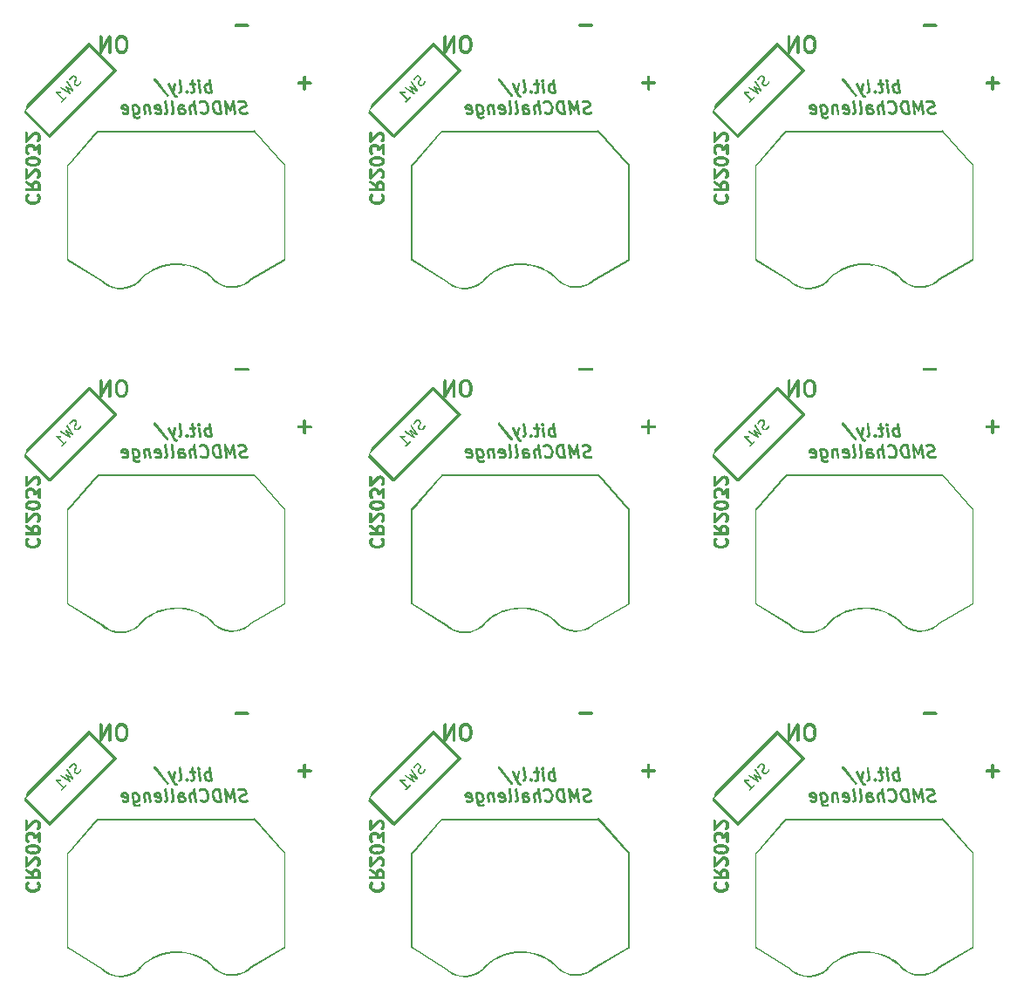
<source format=gbo>
%MOIN*%
%OFA0B0*%
%FSLAX44Y44*%
%IPPOS*%
%LPD*%
G36*
X00008806Y00011181D02*
G01*
X00008825Y00011184D01*
X00008841Y00011193D01*
X00008854Y00011206D01*
X00008863Y00011222D01*
X00008866Y00011240D01*
X00008863Y00011258D01*
X00008854Y00011275D01*
X00008841Y00011288D01*
X00008825Y00011296D01*
X00008806Y00011298D01*
X00008357Y00011298D01*
X00008338Y00011296D01*
X00008322Y00011288D01*
X00008309Y00011275D01*
X00008300Y00011258D01*
X00008297Y00011240D01*
X00008300Y00011222D01*
X00008309Y00011206D01*
X00008322Y00011193D01*
X00008338Y00011184D01*
X00008357Y00011181D01*
X00008806Y00011181D01*
G37*
G36*
X00011206Y00008981D02*
G01*
X00011225Y00008984D01*
X00011241Y00008993D01*
X00011254Y00009006D01*
X00011263Y00009022D01*
X00011266Y00009040D01*
X00011263Y00009059D01*
X00011254Y00009075D01*
X00011241Y00009088D01*
X00011225Y00009096D01*
X00011206Y00009099D01*
X00010757Y00009099D01*
X00010738Y00009096D01*
X00010722Y00009088D01*
X00010709Y00009075D01*
X00010700Y00009059D01*
X00010697Y00009040D01*
X00010700Y00009022D01*
X00010709Y00009006D01*
X00010722Y00008993D01*
X00010738Y00008984D01*
X00010757Y00008981D01*
X00011206Y00008981D01*
G37*
G36*
X00010981Y00008756D02*
G01*
X00011000Y00008759D01*
X00011016Y00008768D01*
X00011029Y00008781D01*
X00011037Y00008797D01*
X00011041Y00008815D01*
X00011041Y00009265D01*
X00011037Y00009284D01*
X00011029Y00009300D01*
X00011016Y00009313D01*
X00011000Y00009321D01*
X00010981Y00009324D01*
X00010963Y00009321D01*
X00010947Y00009313D01*
X00010934Y00009300D01*
X00010925Y00009284D01*
X00010922Y00009265D01*
X00010922Y00008815D01*
X00010925Y00008797D01*
X00010934Y00008781D01*
X00010947Y00008768D01*
X00010963Y00008759D01*
X00010981Y00008756D01*
G37*
G36*
X00004047Y00010747D02*
G01*
X00004064Y00010750D01*
X00004082Y00010758D01*
X00004094Y00010771D01*
X00004103Y00010788D01*
X00004106Y00010806D01*
X00004103Y00010824D01*
X00004094Y00010841D01*
X00004082Y00010854D01*
X00004064Y00010862D01*
X00004047Y00010865D01*
X00003935Y00010865D01*
X00003916Y00010862D01*
X00003900Y00010854D01*
X00003886Y00010841D01*
X00003878Y00010824D01*
X00003876Y00010806D01*
X00003878Y00010788D01*
X00003886Y00010771D01*
X00003900Y00010758D01*
X00003916Y00010750D01*
X00003935Y00010747D01*
X00004047Y00010747D01*
G37*
G36*
X00003878Y00010719D02*
G01*
X00003897Y00010722D01*
X00003953Y00010750D01*
X00003968Y00010758D01*
X00003982Y00010771D01*
X00003991Y00010788D01*
X00003993Y00010806D01*
X00003991Y00010824D01*
X00003982Y00010841D01*
X00003968Y00010854D01*
X00003953Y00010862D01*
X00003935Y00010865D01*
X00003916Y00010862D01*
X00003860Y00010834D01*
X00003844Y00010826D01*
X00003831Y00010812D01*
X00003822Y00010795D01*
X00003819Y00010778D01*
X00003822Y00010760D01*
X00003831Y00010743D01*
X00003844Y00010730D01*
X00003860Y00010722D01*
X00003878Y00010719D01*
G37*
G36*
X00003822Y00010662D02*
G01*
X00003840Y00010665D01*
X00003856Y00010673D01*
X00003926Y00010743D01*
X00003935Y00010760D01*
X00003937Y00010778D01*
X00003935Y00010795D01*
X00003926Y00010812D01*
X00003913Y00010826D01*
X00003897Y00010834D01*
X00003878Y00010837D01*
X00003860Y00010834D01*
X00003844Y00010826D01*
X00003774Y00010755D01*
X00003765Y00010740D01*
X00003763Y00010722D01*
X00003765Y00010703D01*
X00003774Y00010687D01*
X00003787Y00010673D01*
X00003804Y00010665D01*
X00003822Y00010662D01*
G37*
G36*
X00003794Y00010550D02*
G01*
X00003811Y00010552D01*
X00003829Y00010561D01*
X00003841Y00010573D01*
X00003850Y00010591D01*
X00003878Y00010703D01*
X00003881Y00010722D01*
X00003878Y00010740D01*
X00003870Y00010755D01*
X00003856Y00010769D01*
X00003840Y00010778D01*
X00003822Y00010781D01*
X00003804Y00010778D01*
X00003787Y00010769D01*
X00003774Y00010755D01*
X00003765Y00010740D01*
X00003738Y00010627D01*
X00003734Y00010609D01*
X00003738Y00010591D01*
X00003746Y00010573D01*
X00003759Y00010561D01*
X00003776Y00010552D01*
X00003794Y00010550D01*
G37*
G36*
X00003794Y00010353D02*
G01*
X00003811Y00010356D01*
X00003829Y00010364D01*
X00003841Y00010377D01*
X00003850Y00010394D01*
X00003852Y00010411D01*
X00003852Y00010609D01*
X00003850Y00010627D01*
X00003841Y00010644D01*
X00003829Y00010657D01*
X00003811Y00010665D01*
X00003794Y00010668D01*
X00003776Y00010665D01*
X00003759Y00010657D01*
X00003746Y00010644D01*
X00003738Y00010627D01*
X00003734Y00010609D01*
X00003734Y00010411D01*
X00003738Y00010394D01*
X00003746Y00010377D01*
X00003759Y00010364D01*
X00003776Y00010356D01*
X00003794Y00010353D01*
G37*
G36*
X00003822Y00010241D02*
G01*
X00003840Y00010244D01*
X00003856Y00010251D01*
X00003870Y00010265D01*
X00003878Y00010281D01*
X00003881Y00010300D01*
X00003878Y00010318D01*
X00003850Y00010430D01*
X00003841Y00010447D01*
X00003829Y00010460D01*
X00003811Y00010468D01*
X00003794Y00010471D01*
X00003776Y00010468D01*
X00003759Y00010460D01*
X00003746Y00010447D01*
X00003738Y00010430D01*
X00003734Y00010411D01*
X00003738Y00010394D01*
X00003765Y00010281D01*
X00003774Y00010265D01*
X00003787Y00010251D01*
X00003804Y00010244D01*
X00003822Y00010241D01*
G37*
G36*
X00003878Y00010184D02*
G01*
X00003897Y00010187D01*
X00003913Y00010196D01*
X00003926Y00010209D01*
X00003935Y00010225D01*
X00003937Y00010243D01*
X00003935Y00010262D01*
X00003926Y00010278D01*
X00003856Y00010347D01*
X00003840Y00010356D01*
X00003822Y00010359D01*
X00003804Y00010356D01*
X00003787Y00010347D01*
X00003774Y00010334D01*
X00003765Y00010318D01*
X00003763Y00010300D01*
X00003765Y00010281D01*
X00003774Y00010265D01*
X00003787Y00010251D01*
X00003831Y00010209D01*
X00003844Y00010196D01*
X00003860Y00010187D01*
X00003878Y00010184D01*
G37*
G36*
X00003935Y00010156D02*
G01*
X00003953Y00010159D01*
X00003968Y00010168D01*
X00003982Y00010181D01*
X00003991Y00010197D01*
X00003993Y00010215D01*
X00003991Y00010234D01*
X00003982Y00010250D01*
X00003968Y00010263D01*
X00003953Y00010271D01*
X00003897Y00010300D01*
X00003878Y00010303D01*
X00003860Y00010300D01*
X00003844Y00010290D01*
X00003831Y00010278D01*
X00003822Y00010262D01*
X00003819Y00010243D01*
X00003822Y00010225D01*
X00003831Y00010209D01*
X00003844Y00010196D01*
X00003860Y00010187D01*
X00003916Y00010159D01*
X00003935Y00010156D01*
G37*
G36*
X00004047Y00010156D02*
G01*
X00004064Y00010159D01*
X00004082Y00010168D01*
X00004094Y00010181D01*
X00004103Y00010197D01*
X00004106Y00010215D01*
X00004103Y00010234D01*
X00004094Y00010250D01*
X00004082Y00010263D01*
X00004064Y00010271D01*
X00004047Y00010274D01*
X00003935Y00010274D01*
X00003916Y00010271D01*
X00003900Y00010263D01*
X00003886Y00010250D01*
X00003878Y00010234D01*
X00003876Y00010215D01*
X00003878Y00010197D01*
X00003886Y00010181D01*
X00003900Y00010168D01*
X00003916Y00010159D01*
X00003935Y00010156D01*
X00004047Y00010156D01*
G37*
G36*
X00004047Y00010156D02*
G01*
X00004064Y00010159D01*
X00004122Y00010187D01*
X00004138Y00010196D01*
X00004151Y00010209D01*
X00004159Y00010225D01*
X00004162Y00010243D01*
X00004159Y00010262D01*
X00004151Y00010278D01*
X00004138Y00010290D01*
X00004122Y00010300D01*
X00004103Y00010303D01*
X00004084Y00010300D01*
X00004029Y00010271D01*
X00004012Y00010263D01*
X00003999Y00010250D01*
X00003991Y00010234D01*
X00003988Y00010215D01*
X00003991Y00010197D01*
X00003999Y00010181D01*
X00004012Y00010168D01*
X00004029Y00010159D01*
X00004047Y00010156D01*
G37*
G36*
X00004103Y00010184D02*
G01*
X00004122Y00010187D01*
X00004138Y00010196D01*
X00004151Y00010209D01*
X00004151Y00010209D01*
X00004207Y00010265D01*
X00004216Y00010281D01*
X00004219Y00010300D01*
X00004216Y00010318D01*
X00004207Y00010334D01*
X00004194Y00010347D01*
X00004178Y00010356D01*
X00004160Y00010359D01*
X00004141Y00010356D01*
X00004125Y00010347D01*
X00004112Y00010334D01*
X00004069Y00010290D01*
X00004056Y00010278D01*
X00004047Y00010262D01*
X00004044Y00010243D01*
X00004047Y00010225D01*
X00004056Y00010209D01*
X00004069Y00010196D01*
X00004084Y00010187D01*
X00004103Y00010184D01*
G37*
G36*
X00004160Y00010241D02*
G01*
X00004178Y00010244D01*
X00004194Y00010251D01*
X00004207Y00010265D01*
X00004216Y00010281D01*
X00004244Y00010394D01*
X00004247Y00010411D01*
X00004244Y00010430D01*
X00004235Y00010447D01*
X00004222Y00010460D01*
X00004206Y00010468D01*
X00004188Y00010471D01*
X00004169Y00010468D01*
X00004153Y00010460D01*
X00004140Y00010447D01*
X00004132Y00010430D01*
X00004103Y00010318D01*
X00004101Y00010300D01*
X00004103Y00010281D01*
X00004112Y00010265D01*
X00004125Y00010251D01*
X00004141Y00010244D01*
X00004160Y00010241D01*
G37*
G36*
X00004188Y00010353D02*
G01*
X00004206Y00010356D01*
X00004222Y00010364D01*
X00004235Y00010377D01*
X00004244Y00010394D01*
X00004247Y00010411D01*
X00004247Y00010609D01*
X00004244Y00010627D01*
X00004235Y00010644D01*
X00004222Y00010657D01*
X00004206Y00010665D01*
X00004188Y00010668D01*
X00004169Y00010665D01*
X00004153Y00010657D01*
X00004140Y00010644D01*
X00004132Y00010627D01*
X00004129Y00010609D01*
X00004129Y00010411D01*
X00004132Y00010394D01*
X00004140Y00010377D01*
X00004153Y00010364D01*
X00004169Y00010356D01*
X00004188Y00010353D01*
G37*
G36*
X00004188Y00010550D02*
G01*
X00004206Y00010552D01*
X00004222Y00010561D01*
X00004235Y00010573D01*
X00004244Y00010591D01*
X00004247Y00010609D01*
X00004244Y00010627D01*
X00004216Y00010740D01*
X00004207Y00010755D01*
X00004194Y00010769D01*
X00004178Y00010778D01*
X00004160Y00010781D01*
X00004141Y00010778D01*
X00004125Y00010769D01*
X00004112Y00010755D01*
X00004103Y00010740D01*
X00004101Y00010722D01*
X00004103Y00010703D01*
X00004132Y00010591D01*
X00004140Y00010573D01*
X00004153Y00010561D01*
X00004169Y00010552D01*
X00004188Y00010550D01*
G37*
G36*
X00004160Y00010662D02*
G01*
X00004178Y00010665D01*
X00004194Y00010673D01*
X00004207Y00010687D01*
X00004216Y00010703D01*
X00004219Y00010722D01*
X00004216Y00010740D01*
X00004207Y00010755D01*
X00004138Y00010826D01*
X00004122Y00010834D01*
X00004103Y00010837D01*
X00004084Y00010834D01*
X00004069Y00010826D01*
X00004056Y00010812D01*
X00004047Y00010795D01*
X00004044Y00010778D01*
X00004047Y00010760D01*
X00004056Y00010743D01*
X00004125Y00010673D01*
X00004141Y00010665D01*
X00004160Y00010662D01*
G37*
G36*
X00004103Y00010719D02*
G01*
X00004122Y00010722D01*
X00004138Y00010730D01*
X00004151Y00010743D01*
X00004159Y00010760D01*
X00004162Y00010778D01*
X00004159Y00010795D01*
X00004151Y00010812D01*
X00004138Y00010826D01*
X00004122Y00010834D01*
X00004064Y00010862D01*
X00004047Y00010865D01*
X00004029Y00010862D01*
X00004012Y00010854D01*
X00003999Y00010841D01*
X00003991Y00010824D01*
X00003988Y00010806D01*
X00003991Y00010788D01*
X00003999Y00010771D01*
X00004012Y00010758D01*
X00004029Y00010750D01*
X00004084Y00010722D01*
X00004103Y00010719D01*
G37*
G36*
X00003541Y00010156D02*
G01*
X00003559Y00010159D01*
X00003575Y00010168D01*
X00003589Y00010181D01*
X00003597Y00010197D01*
X00003599Y00010215D01*
X00003599Y00010806D01*
X00003597Y00010824D01*
X00003589Y00010841D01*
X00003575Y00010854D01*
X00003559Y00010862D01*
X00003541Y00010865D01*
X00003522Y00010862D01*
X00003506Y00010854D01*
X00003492Y00010841D01*
X00003484Y00010824D01*
X00003482Y00010806D01*
X00003482Y00010215D01*
X00003484Y00010197D01*
X00003492Y00010181D01*
X00003506Y00010168D01*
X00003522Y00010159D01*
X00003541Y00010156D01*
G37*
G36*
X00003202Y00010156D02*
G01*
X00003221Y00010159D01*
X00003237Y00010168D01*
X00003250Y00010181D01*
X00003589Y00010771D01*
X00003597Y00010788D01*
X00003599Y00010806D01*
X00003597Y00010824D01*
X00003589Y00010841D01*
X00003575Y00010854D01*
X00003559Y00010862D01*
X00003541Y00010865D01*
X00003522Y00010862D01*
X00003506Y00010854D01*
X00003492Y00010841D01*
X00003156Y00010250D01*
X00003147Y00010234D01*
X00003144Y00010215D01*
X00003147Y00010197D01*
X00003156Y00010181D01*
X00003169Y00010168D01*
X00003185Y00010159D01*
X00003202Y00010156D01*
G37*
G36*
X00003202Y00010156D02*
G01*
X00003221Y00010159D01*
X00003237Y00010168D01*
X00003250Y00010181D01*
X00003260Y00010197D01*
X00003262Y00010215D01*
X00003262Y00010806D01*
X00003260Y00010824D01*
X00003250Y00010841D01*
X00003237Y00010854D01*
X00003221Y00010862D01*
X00003202Y00010865D01*
X00003185Y00010862D01*
X00003169Y00010854D01*
X00003156Y00010841D01*
X00003147Y00010824D01*
X00003144Y00010806D01*
X00003144Y00010215D01*
X00003147Y00010197D01*
X00003156Y00010181D01*
X00003169Y00010168D01*
X00003185Y00010159D01*
X00003202Y00010156D01*
G37*
G36*
X00007421Y00008623D02*
G01*
X00007436Y00008626D01*
X00007450Y00008633D01*
X00007460Y00008643D01*
X00007467Y00008657D01*
X00007469Y00008672D01*
X00007410Y00009145D01*
X00007408Y00009160D01*
X00007401Y00009174D01*
X00007390Y00009185D01*
X00007377Y00009192D01*
X00007362Y00009194D01*
X00007346Y00009192D01*
X00007332Y00009185D01*
X00007321Y00009174D01*
X00007315Y00009160D01*
X00007312Y00009145D01*
X00007371Y00008672D01*
X00007374Y00008657D01*
X00007380Y00008643D01*
X00007392Y00008633D01*
X00007405Y00008626D01*
X00007421Y00008623D01*
G37*
G36*
X00007383Y00008916D02*
G01*
X00007399Y00008918D01*
X00007412Y00008925D01*
X00007423Y00008936D01*
X00007431Y00008950D01*
X00007433Y00008965D01*
X00007431Y00008980D01*
X00007423Y00008994D01*
X00007412Y00009005D01*
X00007399Y00009012D01*
X00007350Y00009034D01*
X00007336Y00009036D01*
X00007320Y00009034D01*
X00007307Y00009027D01*
X00007296Y00009016D01*
X00007288Y00009002D01*
X00007287Y00008987D01*
X00007288Y00008972D01*
X00007296Y00008958D01*
X00007307Y00008947D01*
X00007320Y00008940D01*
X00007369Y00008918D01*
X00007383Y00008916D01*
G37*
G36*
X00007336Y00008938D02*
G01*
X00007350Y00008940D01*
X00007365Y00008947D01*
X00007376Y00008958D01*
X00007382Y00008972D01*
X00007385Y00008987D01*
X00007382Y00009002D01*
X00007376Y00009016D01*
X00007365Y00009027D01*
X00007350Y00009034D01*
X00007336Y00009036D01*
X00007246Y00009036D01*
X00007230Y00009034D01*
X00007217Y00009027D01*
X00007206Y00009016D01*
X00007198Y00009002D01*
X00007196Y00008987D01*
X00007198Y00008972D01*
X00007206Y00008958D01*
X00007217Y00008947D01*
X00007230Y00008940D01*
X00007246Y00008938D01*
X00007336Y00008938D01*
G37*
G36*
X00007204Y00008916D02*
G01*
X00007219Y00008918D01*
X00007233Y00008925D01*
X00007275Y00008947D01*
X00007286Y00008958D01*
X00007292Y00008972D01*
X00007295Y00008987D01*
X00007292Y00009002D01*
X00007286Y00009016D01*
X00007275Y00009027D01*
X00007260Y00009034D01*
X00007246Y00009036D01*
X00007230Y00009034D01*
X00007217Y00009027D01*
X00007175Y00009005D01*
X00007164Y00008994D01*
X00007157Y00008980D01*
X00007155Y00008965D01*
X00007157Y00008950D01*
X00007164Y00008936D01*
X00007175Y00008925D01*
X00007189Y00008918D01*
X00007204Y00008916D01*
G37*
G36*
X00007184Y00008893D02*
G01*
X00007199Y00008895D01*
X00007213Y00008902D01*
X00007224Y00008913D01*
X00007244Y00008936D01*
X00007251Y00008950D01*
X00007252Y00008965D01*
X00007251Y00008980D01*
X00007244Y00008994D01*
X00007233Y00009005D01*
X00007219Y00009012D01*
X00007204Y00009014D01*
X00007189Y00009012D01*
X00007175Y00009005D01*
X00007164Y00008994D01*
X00007145Y00008971D01*
X00007137Y00008957D01*
X00007135Y00008942D01*
X00007137Y00008927D01*
X00007145Y00008913D01*
X00007155Y00008902D01*
X00007168Y00008895D01*
X00007184Y00008893D01*
G37*
G36*
X00007166Y00008848D02*
G01*
X00007183Y00008850D01*
X00007195Y00008857D01*
X00007207Y00008868D01*
X00007214Y00008882D01*
X00007230Y00008927D01*
X00007234Y00008942D01*
X00007230Y00008957D01*
X00007224Y00008971D01*
X00007213Y00008982D01*
X00007199Y00008989D01*
X00007184Y00008992D01*
X00007168Y00008989D01*
X00007155Y00008982D01*
X00007145Y00008971D01*
X00007137Y00008957D01*
X00007121Y00008912D01*
X00007118Y00008897D01*
X00007121Y00008882D01*
X00007128Y00008868D01*
X00007138Y00008857D01*
X00007151Y00008850D01*
X00007166Y00008848D01*
G37*
G36*
X00007184Y00008713D02*
G01*
X00007199Y00008716D01*
X00007213Y00008722D01*
X00007224Y00008733D01*
X00007230Y00008747D01*
X00007234Y00008762D01*
X00007217Y00008897D01*
X00007214Y00008912D01*
X00007207Y00008926D01*
X00007195Y00008937D01*
X00007183Y00008944D01*
X00007166Y00008947D01*
X00007151Y00008944D01*
X00007138Y00008937D01*
X00007128Y00008926D01*
X00007121Y00008912D01*
X00007118Y00008897D01*
X00007135Y00008762D01*
X00007137Y00008747D01*
X00007145Y00008733D01*
X00007155Y00008722D01*
X00007168Y00008716D01*
X00007184Y00008713D01*
G37*
G36*
X00007211Y00008668D02*
G01*
X00007227Y00008671D01*
X00007241Y00008678D01*
X00007252Y00008688D01*
X00007258Y00008702D01*
X00007261Y00008717D01*
X00007258Y00008733D01*
X00007252Y00008746D01*
X00007224Y00008791D01*
X00007213Y00008802D01*
X00007199Y00008809D01*
X00007184Y00008812D01*
X00007168Y00008809D01*
X00007155Y00008802D01*
X00007145Y00008791D01*
X00007137Y00008778D01*
X00007135Y00008762D01*
X00007137Y00008747D01*
X00007145Y00008733D01*
X00007173Y00008688D01*
X00007184Y00008678D01*
X00007196Y00008671D01*
X00007211Y00008668D01*
G37*
G36*
X00007238Y00008646D02*
G01*
X00007252Y00008648D01*
X00007267Y00008655D01*
X00007278Y00008666D01*
X00007285Y00008680D01*
X00007287Y00008695D01*
X00007285Y00008710D01*
X00007278Y00008724D01*
X00007267Y00008735D01*
X00007241Y00008757D01*
X00007227Y00008764D01*
X00007211Y00008767D01*
X00007196Y00008764D01*
X00007184Y00008757D01*
X00007173Y00008746D01*
X00007165Y00008733D01*
X00007163Y00008717D01*
X00007165Y00008702D01*
X00007173Y00008688D01*
X00007184Y00008678D01*
X00007209Y00008655D01*
X00007223Y00008648D01*
X00007238Y00008646D01*
G37*
G36*
X00007286Y00008623D02*
G01*
X00007301Y00008626D01*
X00007315Y00008633D01*
X00007325Y00008643D01*
X00007332Y00008657D01*
X00007335Y00008672D01*
X00007332Y00008688D01*
X00007325Y00008701D01*
X00007315Y00008712D01*
X00007301Y00008719D01*
X00007252Y00008742D01*
X00007238Y00008744D01*
X00007223Y00008742D01*
X00007209Y00008735D01*
X00007197Y00008724D01*
X00007191Y00008710D01*
X00007189Y00008695D01*
X00007191Y00008680D01*
X00007197Y00008666D01*
X00007209Y00008655D01*
X00007223Y00008648D01*
X00007270Y00008626D01*
X00007286Y00008623D01*
G37*
G36*
X00007376Y00008623D02*
G01*
X00007391Y00008626D01*
X00007405Y00008633D01*
X00007415Y00008643D01*
X00007422Y00008657D01*
X00007425Y00008672D01*
X00007422Y00008688D01*
X00007415Y00008701D01*
X00007405Y00008712D01*
X00007391Y00008719D01*
X00007376Y00008722D01*
X00007286Y00008722D01*
X00007270Y00008719D01*
X00007256Y00008712D01*
X00007246Y00008701D01*
X00007239Y00008688D01*
X00007236Y00008672D01*
X00007239Y00008657D01*
X00007246Y00008643D01*
X00007256Y00008633D01*
X00007270Y00008626D01*
X00007286Y00008623D01*
X00007376Y00008623D01*
G37*
G36*
X00007376Y00008623D02*
G01*
X00007391Y00008626D01*
X00007405Y00008633D01*
X00007447Y00008655D01*
X00007458Y00008666D01*
X00007465Y00008680D01*
X00007467Y00008695D01*
X00007465Y00008710D01*
X00007458Y00008724D01*
X00007447Y00008735D01*
X00007433Y00008742D01*
X00007418Y00008744D01*
X00007403Y00008742D01*
X00007389Y00008735D01*
X00007347Y00008712D01*
X00007336Y00008701D01*
X00007329Y00008688D01*
X00007326Y00008672D01*
X00007329Y00008657D01*
X00007336Y00008643D01*
X00007347Y00008633D01*
X00007360Y00008626D01*
X00007376Y00008623D01*
G37*
G36*
X00006993Y00008623D02*
G01*
X00007008Y00008626D01*
X00007022Y00008633D01*
X00007033Y00008643D01*
X00007040Y00008657D01*
X00007042Y00008672D01*
X00007003Y00008987D01*
X00007000Y00009002D01*
X00006994Y00009016D01*
X00006983Y00009027D01*
X00006969Y00009034D01*
X00006953Y00009036D01*
X00006939Y00009034D01*
X00006924Y00009027D01*
X00006914Y00009016D01*
X00006907Y00009002D01*
X00006905Y00008987D01*
X00006944Y00008672D01*
X00006946Y00008657D01*
X00006952Y00008643D01*
X00006964Y00008633D01*
X00006978Y00008626D01*
X00006993Y00008623D01*
G37*
G36*
X00006958Y00009073D02*
G01*
X00006975Y00009075D01*
X00006987Y00009082D01*
X00006999Y00009093D01*
X00007006Y00009107D01*
X00007009Y00009122D01*
X00007006Y00009137D01*
X00006999Y00009151D01*
X00006987Y00009162D01*
X00006963Y00009185D01*
X00006949Y00009192D01*
X00006934Y00009194D01*
X00006919Y00009192D01*
X00006905Y00009185D01*
X00006893Y00009174D01*
X00006887Y00009160D01*
X00006885Y00009145D01*
X00006887Y00009130D01*
X00006893Y00009116D01*
X00006905Y00009105D01*
X00006929Y00009082D01*
X00006944Y00009075D01*
X00006958Y00009073D01*
G37*
G36*
X00006939Y00009051D02*
G01*
X00006954Y00009053D01*
X00006969Y00009060D01*
X00006979Y00009071D01*
X00006999Y00009093D01*
X00007006Y00009107D01*
X00007009Y00009122D01*
X00007006Y00009137D01*
X00006999Y00009151D01*
X00006987Y00009162D01*
X00006975Y00009169D01*
X00006958Y00009171D01*
X00006944Y00009169D01*
X00006929Y00009162D01*
X00006919Y00009151D01*
X00006899Y00009129D01*
X00006892Y00009115D01*
X00006889Y00009100D01*
X00006892Y00009085D01*
X00006899Y00009071D01*
X00006911Y00009060D01*
X00006924Y00009053D01*
X00006939Y00009051D01*
G37*
G36*
X00006939Y00009051D02*
G01*
X00006954Y00009053D01*
X00006969Y00009060D01*
X00006979Y00009071D01*
X00006986Y00009085D01*
X00006988Y00009100D01*
X00006986Y00009115D01*
X00006979Y00009129D01*
X00006969Y00009140D01*
X00006943Y00009162D01*
X00006929Y00009169D01*
X00006914Y00009171D01*
X00006898Y00009169D01*
X00006885Y00009162D01*
X00006875Y00009151D01*
X00006867Y00009137D01*
X00006864Y00009122D01*
X00006867Y00009107D01*
X00006875Y00009093D01*
X00006885Y00009082D01*
X00006911Y00009060D01*
X00006924Y00009053D01*
X00006939Y00009051D01*
G37*
G36*
X00006914Y00009073D02*
G01*
X00006929Y00009075D01*
X00006943Y00009082D01*
X00006953Y00009093D01*
X00006974Y00009116D01*
X00006981Y00009130D01*
X00006983Y00009145D01*
X00006981Y00009160D01*
X00006974Y00009174D01*
X00006963Y00009185D01*
X00006949Y00009192D01*
X00006934Y00009194D01*
X00006919Y00009192D01*
X00006905Y00009185D01*
X00006893Y00009174D01*
X00006875Y00009151D01*
X00006867Y00009137D01*
X00006864Y00009122D01*
X00006867Y00009107D01*
X00006875Y00009093D01*
X00006885Y00009082D01*
X00006898Y00009075D01*
X00006914Y00009073D01*
G37*
G36*
X00006939Y00009051D02*
G01*
X00006954Y00009053D01*
X00006969Y00009060D01*
X00006979Y00009071D01*
X00006986Y00009085D01*
X00006988Y00009100D01*
X00006983Y00009145D01*
X00006981Y00009160D01*
X00006974Y00009174D01*
X00006963Y00009185D01*
X00006949Y00009192D01*
X00006934Y00009194D01*
X00006919Y00009192D01*
X00006905Y00009185D01*
X00006893Y00009174D01*
X00006887Y00009160D01*
X00006885Y00009145D01*
X00006889Y00009100D01*
X00006892Y00009085D01*
X00006899Y00009071D01*
X00006911Y00009060D01*
X00006924Y00009053D01*
X00006939Y00009051D01*
G37*
G36*
X00006796Y00008938D02*
G01*
X00006812Y00008940D01*
X00006825Y00008947D01*
X00006835Y00008958D01*
X00006843Y00008972D01*
X00006846Y00008987D01*
X00006843Y00009002D01*
X00006835Y00009016D01*
X00006825Y00009027D01*
X00006812Y00009034D01*
X00006796Y00009036D01*
X00006616Y00009036D01*
X00006601Y00009034D01*
X00006586Y00009027D01*
X00006576Y00009016D01*
X00006570Y00009002D01*
X00006566Y00008987D01*
X00006570Y00008972D01*
X00006576Y00008958D01*
X00006586Y00008947D01*
X00006601Y00008940D01*
X00006616Y00008938D01*
X00006796Y00008938D01*
G37*
G36*
X00006760Y00008691D02*
G01*
X00006774Y00008693D01*
X00006788Y00008700D01*
X00006800Y00008711D01*
X00006806Y00008725D01*
X00006808Y00008740D01*
X00006758Y00009145D01*
X00006756Y00009160D01*
X00006749Y00009174D01*
X00006738Y00009185D01*
X00006724Y00009192D01*
X00006709Y00009194D01*
X00006694Y00009192D01*
X00006679Y00009185D01*
X00006669Y00009174D01*
X00006662Y00009160D01*
X00006660Y00009145D01*
X00006710Y00008740D01*
X00006712Y00008725D01*
X00006720Y00008711D01*
X00006731Y00008700D01*
X00006744Y00008693D01*
X00006760Y00008691D01*
G37*
G36*
X00006742Y00008646D02*
G01*
X00006758Y00008648D01*
X00006771Y00008655D01*
X00006783Y00008666D01*
X00006790Y00008680D01*
X00006806Y00008725D01*
X00006808Y00008740D01*
X00006806Y00008755D01*
X00006800Y00008769D01*
X00006788Y00008780D01*
X00006774Y00008787D01*
X00006760Y00008789D01*
X00006744Y00008787D01*
X00006731Y00008780D01*
X00006720Y00008769D01*
X00006712Y00008755D01*
X00006696Y00008710D01*
X00006694Y00008695D01*
X00006696Y00008680D01*
X00006703Y00008666D01*
X00006713Y00008655D01*
X00006727Y00008648D01*
X00006742Y00008646D01*
G37*
G36*
X00006701Y00008623D02*
G01*
X00006715Y00008626D01*
X00006730Y00008633D01*
X00006771Y00008655D01*
X00006783Y00008666D01*
X00006790Y00008680D01*
X00006792Y00008695D01*
X00006790Y00008710D01*
X00006783Y00008724D01*
X00006771Y00008735D01*
X00006758Y00008742D01*
X00006742Y00008744D01*
X00006727Y00008742D01*
X00006713Y00008735D01*
X00006672Y00008712D01*
X00006661Y00008701D01*
X00006653Y00008688D01*
X00006650Y00008672D01*
X00006653Y00008657D01*
X00006661Y00008643D01*
X00006672Y00008633D01*
X00006684Y00008626D01*
X00006701Y00008623D01*
G37*
G36*
X00006701Y00008623D02*
G01*
X00006715Y00008626D01*
X00006730Y00008633D01*
X00006739Y00008643D01*
X00006746Y00008657D01*
X00006750Y00008672D01*
X00006746Y00008688D01*
X00006739Y00008701D01*
X00006730Y00008712D01*
X00006715Y00008719D01*
X00006701Y00008722D01*
X00006655Y00008722D01*
X00006640Y00008719D01*
X00006627Y00008712D01*
X00006616Y00008701D01*
X00006609Y00008688D01*
X00006606Y00008672D01*
X00006609Y00008657D01*
X00006616Y00008643D01*
X00006627Y00008633D01*
X00006640Y00008626D01*
X00006655Y00008623D01*
X00006701Y00008623D01*
G37*
G36*
X00006472Y00008646D02*
G01*
X00006488Y00008648D01*
X00006501Y00008655D01*
X00006513Y00008666D01*
X00006531Y00008688D01*
X00006539Y00008702D01*
X00006542Y00008717D01*
X00006539Y00008733D01*
X00006531Y00008746D01*
X00006521Y00008757D01*
X00006508Y00008764D01*
X00006493Y00008767D01*
X00006477Y00008764D01*
X00006464Y00008757D01*
X00006453Y00008746D01*
X00006433Y00008724D01*
X00006425Y00008710D01*
X00006424Y00008695D01*
X00006425Y00008680D01*
X00006433Y00008666D01*
X00006443Y00008655D01*
X00006458Y00008648D01*
X00006472Y00008646D01*
G37*
G36*
X00006497Y00008623D02*
G01*
X00006513Y00008626D01*
X00006526Y00008633D01*
X00006538Y00008643D01*
X00006545Y00008657D01*
X00006546Y00008672D01*
X00006545Y00008688D01*
X00006538Y00008701D01*
X00006526Y00008712D01*
X00006501Y00008735D01*
X00006488Y00008742D01*
X00006472Y00008744D01*
X00006458Y00008742D01*
X00006443Y00008735D01*
X00006433Y00008724D01*
X00006425Y00008710D01*
X00006424Y00008695D01*
X00006425Y00008680D01*
X00006433Y00008666D01*
X00006443Y00008655D01*
X00006468Y00008633D01*
X00006483Y00008626D01*
X00006497Y00008623D01*
G37*
G36*
X00006497Y00008623D02*
G01*
X00006513Y00008626D01*
X00006526Y00008633D01*
X00006538Y00008643D01*
X00006557Y00008666D01*
X00006564Y00008680D01*
X00006566Y00008695D01*
X00006564Y00008710D01*
X00006557Y00008724D01*
X00006546Y00008735D01*
X00006532Y00008742D01*
X00006518Y00008744D01*
X00006502Y00008742D01*
X00006489Y00008735D01*
X00006478Y00008724D01*
X00006458Y00008701D01*
X00006451Y00008688D01*
X00006449Y00008672D01*
X00006451Y00008657D01*
X00006458Y00008643D01*
X00006468Y00008633D01*
X00006483Y00008626D01*
X00006497Y00008623D01*
G37*
G36*
X00006518Y00008646D02*
G01*
X00006532Y00008648D01*
X00006546Y00008655D01*
X00006557Y00008666D01*
X00006564Y00008680D01*
X00006566Y00008695D01*
X00006564Y00008710D01*
X00006557Y00008724D01*
X00006546Y00008735D01*
X00006521Y00008757D01*
X00006508Y00008764D01*
X00006493Y00008767D01*
X00006477Y00008764D01*
X00006464Y00008757D01*
X00006453Y00008746D01*
X00006445Y00008733D01*
X00006442Y00008717D01*
X00006445Y00008702D01*
X00006453Y00008688D01*
X00006464Y00008678D01*
X00006489Y00008655D01*
X00006502Y00008648D01*
X00006518Y00008646D01*
G37*
G36*
X00006497Y00008623D02*
G01*
X00006513Y00008626D01*
X00006526Y00008633D01*
X00006538Y00008643D01*
X00006545Y00008657D01*
X00006546Y00008672D01*
X00006542Y00008717D01*
X00006539Y00008733D01*
X00006531Y00008746D01*
X00006521Y00008757D01*
X00006508Y00008764D01*
X00006493Y00008767D01*
X00006477Y00008764D01*
X00006464Y00008757D01*
X00006453Y00008746D01*
X00006445Y00008733D01*
X00006442Y00008717D01*
X00006449Y00008672D01*
X00006451Y00008657D01*
X00006458Y00008643D01*
X00006468Y00008633D01*
X00006483Y00008626D01*
X00006497Y00008623D01*
G37*
G36*
X00006206Y00008623D02*
G01*
X00006221Y00008626D01*
X00006235Y00008633D01*
X00006277Y00008655D01*
X00006288Y00008666D01*
X00006294Y00008680D01*
X00006297Y00008695D01*
X00006294Y00008710D01*
X00006288Y00008724D01*
X00006277Y00008735D01*
X00006263Y00008742D01*
X00006248Y00008744D01*
X00006233Y00008742D01*
X00006219Y00008735D01*
X00006177Y00008712D01*
X00006166Y00008701D01*
X00006159Y00008688D01*
X00006157Y00008672D01*
X00006159Y00008657D01*
X00006166Y00008643D01*
X00006177Y00008633D01*
X00006191Y00008626D01*
X00006206Y00008623D01*
G37*
G36*
X00006248Y00008646D02*
G01*
X00006263Y00008648D01*
X00006277Y00008655D01*
X00006288Y00008666D01*
X00006294Y00008680D01*
X00006312Y00008725D01*
X00006314Y00008740D01*
X00006312Y00008755D01*
X00006304Y00008769D01*
X00006294Y00008780D01*
X00006280Y00008787D01*
X00006264Y00008789D01*
X00006250Y00008787D01*
X00006236Y00008780D01*
X00006225Y00008769D01*
X00006218Y00008755D01*
X00006201Y00008710D01*
X00006199Y00008695D01*
X00006201Y00008680D01*
X00006208Y00008666D01*
X00006219Y00008655D01*
X00006233Y00008648D01*
X00006248Y00008646D01*
G37*
G36*
X00006264Y00008691D02*
G01*
X00006280Y00008693D01*
X00006294Y00008700D01*
X00006304Y00008711D01*
X00006312Y00008725D01*
X00006314Y00008740D01*
X00006263Y00009145D01*
X00006261Y00009160D01*
X00006254Y00009174D01*
X00006243Y00009185D01*
X00006229Y00009192D01*
X00006213Y00009194D01*
X00006199Y00009192D01*
X00006185Y00009185D01*
X00006173Y00009174D01*
X00006167Y00009160D01*
X00006165Y00009145D01*
X00006216Y00008740D01*
X00006218Y00008725D01*
X00006225Y00008711D01*
X00006236Y00008700D01*
X00006250Y00008693D01*
X00006264Y00008691D01*
G37*
G36*
X00005958Y00008623D02*
G01*
X00005973Y00008626D01*
X00005987Y00008633D01*
X00005998Y00008643D01*
X00006005Y00008657D01*
X00006078Y00008972D01*
X00006081Y00008987D01*
X00006078Y00009002D01*
X00006071Y00009016D01*
X00006060Y00009027D01*
X00006047Y00009034D01*
X00006031Y00009036D01*
X00006016Y00009034D01*
X00006002Y00009027D01*
X00005992Y00009016D01*
X00005985Y00009002D01*
X00005911Y00008688D01*
X00005909Y00008672D01*
X00005911Y00008657D01*
X00005918Y00008643D01*
X00005929Y00008633D01*
X00005943Y00008626D01*
X00005958Y00008623D01*
G37*
G36*
X00005958Y00008623D02*
G01*
X00005973Y00008626D01*
X00005987Y00008633D01*
X00005998Y00008643D01*
X00006005Y00008657D01*
X00006007Y00008672D01*
X00006005Y00008688D01*
X00005853Y00009002D01*
X00005846Y00009016D01*
X00005835Y00009027D01*
X00005822Y00009034D01*
X00005806Y00009036D01*
X00005790Y00009034D01*
X00005777Y00009027D01*
X00005767Y00009016D01*
X00005760Y00009002D01*
X00005757Y00008987D01*
X00005760Y00008972D01*
X00005911Y00008657D01*
X00005918Y00008643D01*
X00005929Y00008633D01*
X00005943Y00008626D01*
X00005958Y00008623D01*
G37*
G36*
X00006017Y00008511D02*
G01*
X00006032Y00008513D01*
X00006046Y00008520D01*
X00006057Y00008531D01*
X00006064Y00008545D01*
X00006067Y00008560D01*
X00006064Y00008575D01*
X00006057Y00008589D01*
X00005998Y00008701D01*
X00005987Y00008712D01*
X00005973Y00008719D01*
X00005958Y00008722D01*
X00005943Y00008719D01*
X00005929Y00008712D01*
X00005918Y00008701D01*
X00005911Y00008688D01*
X00005909Y00008672D01*
X00005911Y00008657D01*
X00005918Y00008643D01*
X00005978Y00008531D01*
X00005988Y00008520D01*
X00006002Y00008513D01*
X00006017Y00008511D01*
G37*
G36*
X00006042Y00008488D02*
G01*
X00006058Y00008491D01*
X00006072Y00008498D01*
X00006082Y00008508D01*
X00006089Y00008522D01*
X00006092Y00008537D01*
X00006089Y00008553D01*
X00006082Y00008566D01*
X00006072Y00008577D01*
X00006046Y00008600D01*
X00006032Y00008607D01*
X00006017Y00008609D01*
X00006002Y00008607D01*
X00005988Y00008600D01*
X00005978Y00008589D01*
X00005971Y00008575D01*
X00005968Y00008560D01*
X00005971Y00008545D01*
X00005978Y00008531D01*
X00005988Y00008520D01*
X00006014Y00008498D01*
X00006027Y00008491D01*
X00006042Y00008488D01*
G37*
G36*
X00006090Y00008466D02*
G01*
X00006106Y00008468D01*
X00006119Y00008475D01*
X00006130Y00008486D01*
X00006137Y00008500D01*
X00006140Y00008515D01*
X00006137Y00008530D01*
X00006130Y00008544D01*
X00006119Y00008555D01*
X00006106Y00008562D01*
X00006058Y00008584D01*
X00006042Y00008587D01*
X00006027Y00008584D01*
X00006014Y00008577D01*
X00006002Y00008566D01*
X00005996Y00008553D01*
X00005993Y00008537D01*
X00005996Y00008522D01*
X00006002Y00008508D01*
X00006014Y00008498D01*
X00006027Y00008491D01*
X00006075Y00008468D01*
X00006090Y00008466D01*
G37*
G36*
X00005747Y00008511D02*
G01*
X00005763Y00008513D01*
X00005776Y00008520D01*
X00005787Y00008531D01*
X00005794Y00008545D01*
X00005797Y00008560D01*
X00005794Y00008575D01*
X00005787Y00008589D01*
X00005306Y00009196D01*
X00005295Y00009207D01*
X00005282Y00009214D01*
X00005266Y00009216D01*
X00005251Y00009214D01*
X00005238Y00009207D01*
X00005227Y00009196D01*
X00005220Y00009182D01*
X00005217Y00009167D01*
X00005220Y00009152D01*
X00005227Y00009138D01*
X00005708Y00008531D01*
X00005718Y00008520D01*
X00005732Y00008513D01*
X00005747Y00008511D01*
G37*
G36*
X00008725Y00007816D02*
G01*
X00008741Y00007818D01*
X00008805Y00007841D01*
X00008819Y00007848D01*
X00008830Y00007859D01*
X00008837Y00007873D01*
X00008839Y00007887D01*
X00008837Y00007903D01*
X00008830Y00007917D01*
X00008819Y00007927D01*
X00008805Y00007935D01*
X00008790Y00007937D01*
X00008775Y00007935D01*
X00008710Y00007912D01*
X00008696Y00007905D01*
X00008686Y00007894D01*
X00008679Y00007880D01*
X00008676Y00007864D01*
X00008679Y00007850D01*
X00008686Y00007835D01*
X00008696Y00007825D01*
X00008710Y00007818D01*
X00008725Y00007816D01*
G37*
G36*
X00008725Y00007816D02*
G01*
X00008741Y00007818D01*
X00008754Y00007825D01*
X00008765Y00007835D01*
X00008772Y00007850D01*
X00008775Y00007864D01*
X00008772Y00007880D01*
X00008765Y00007894D01*
X00008754Y00007905D01*
X00008741Y00007912D01*
X00008725Y00007914D01*
X00008613Y00007914D01*
X00008598Y00007912D01*
X00008584Y00007905D01*
X00008573Y00007894D01*
X00008566Y00007880D01*
X00008564Y00007864D01*
X00008566Y00007850D01*
X00008573Y00007835D01*
X00008584Y00007825D01*
X00008598Y00007818D01*
X00008613Y00007816D01*
X00008725Y00007816D01*
G37*
G36*
X00008613Y00007816D02*
G01*
X00008628Y00007818D01*
X00008642Y00007825D01*
X00008653Y00007835D01*
X00008660Y00007850D01*
X00008662Y00007864D01*
X00008660Y00007880D01*
X00008653Y00007894D01*
X00008642Y00007905D01*
X00008628Y00007912D01*
X00008580Y00007935D01*
X00008565Y00007937D01*
X00008550Y00007935D01*
X00008536Y00007927D01*
X00008525Y00007917D01*
X00008518Y00007903D01*
X00008516Y00007887D01*
X00008518Y00007873D01*
X00008525Y00007859D01*
X00008536Y00007848D01*
X00008550Y00007841D01*
X00008598Y00007818D01*
X00008613Y00007816D01*
G37*
G36*
X00008565Y00007839D02*
G01*
X00008580Y00007841D01*
X00008594Y00007848D01*
X00008605Y00007859D01*
X00008612Y00007873D01*
X00008614Y00007887D01*
X00008612Y00007903D01*
X00008605Y00007917D01*
X00008594Y00007927D01*
X00008569Y00007950D01*
X00008555Y00007956D01*
X00008540Y00007959D01*
X00008525Y00007956D01*
X00008511Y00007950D01*
X00008500Y00007939D01*
X00008493Y00007925D01*
X00008491Y00007910D01*
X00008493Y00007895D01*
X00008500Y00007881D01*
X00008511Y00007870D01*
X00008536Y00007848D01*
X00008550Y00007841D01*
X00008565Y00007839D01*
G37*
G36*
X00008540Y00007861D02*
G01*
X00008555Y00007863D01*
X00008569Y00007870D01*
X00008580Y00007881D01*
X00008587Y00007895D01*
X00008589Y00007910D01*
X00008587Y00007925D01*
X00008580Y00007939D01*
X00008552Y00007984D01*
X00008541Y00007995D01*
X00008527Y00008002D01*
X00008512Y00008004D01*
X00008496Y00008002D01*
X00008483Y00007995D01*
X00008472Y00007984D01*
X00008465Y00007970D01*
X00008462Y00007955D01*
X00008465Y00007940D01*
X00008472Y00007925D01*
X00008500Y00007881D01*
X00008511Y00007870D01*
X00008525Y00007863D01*
X00008540Y00007861D01*
G37*
G36*
X00008512Y00007906D02*
G01*
X00008527Y00007907D01*
X00008541Y00007915D01*
X00008552Y00007925D01*
X00008559Y00007940D01*
X00008561Y00007955D01*
X00008555Y00008000D01*
X00008553Y00008015D01*
X00008546Y00008028D01*
X00008535Y00008040D01*
X00008521Y00008047D01*
X00008506Y00008048D01*
X00008491Y00008047D01*
X00008477Y00008040D01*
X00008466Y00008028D01*
X00008459Y00008015D01*
X00008457Y00008000D01*
X00008462Y00007955D01*
X00008465Y00007940D01*
X00008472Y00007925D01*
X00008483Y00007915D01*
X00008496Y00007907D01*
X00008512Y00007906D01*
G37*
G36*
X00008506Y00007951D02*
G01*
X00008521Y00007953D01*
X00008535Y00007960D01*
X00008546Y00007971D01*
X00008553Y00007985D01*
X00008570Y00008030D01*
X00008572Y00008045D01*
X00008570Y00008060D01*
X00008563Y00008074D01*
X00008552Y00008085D01*
X00008538Y00008092D01*
X00008523Y00008094D01*
X00008508Y00008092D01*
X00008494Y00008085D01*
X00008483Y00008074D01*
X00008476Y00008060D01*
X00008459Y00008015D01*
X00008457Y00008000D01*
X00008459Y00007985D01*
X00008466Y00007971D01*
X00008477Y00007960D01*
X00008491Y00007953D01*
X00008506Y00007951D01*
G37*
G36*
X00008523Y00007996D02*
G01*
X00008538Y00007998D01*
X00008552Y00008005D01*
X00008563Y00008016D01*
X00008582Y00008038D01*
X00008589Y00008053D01*
X00008592Y00008068D01*
X00008589Y00008083D01*
X00008582Y00008097D01*
X00008572Y00008108D01*
X00008558Y00008115D01*
X00008543Y00008117D01*
X00008527Y00008115D01*
X00008514Y00008108D01*
X00008503Y00008097D01*
X00008483Y00008074D01*
X00008476Y00008060D01*
X00008474Y00008045D01*
X00008476Y00008030D01*
X00008483Y00008016D01*
X00008494Y00008005D01*
X00008508Y00007998D01*
X00008523Y00007996D01*
G37*
G36*
X00008543Y00008017D02*
G01*
X00008558Y00008021D01*
X00008572Y00008028D01*
X00008614Y00008050D01*
X00008625Y00008061D01*
X00008632Y00008075D01*
X00008634Y00008090D01*
X00008632Y00008105D01*
X00008625Y00008119D01*
X00008614Y00008129D01*
X00008600Y00008137D01*
X00008585Y00008138D01*
X00008570Y00008137D01*
X00008556Y00008129D01*
X00008514Y00008108D01*
X00008503Y00008097D01*
X00008496Y00008083D01*
X00008493Y00008068D01*
X00008496Y00008053D01*
X00008503Y00008038D01*
X00008514Y00008028D01*
X00008527Y00008021D01*
X00008543Y00008017D01*
G37*
G36*
X00008585Y00008041D02*
G01*
X00008600Y00008043D01*
X00008687Y00008066D01*
X00008701Y00008073D01*
X00008712Y00008084D01*
X00008719Y00008098D01*
X00008721Y00008113D01*
X00008719Y00008128D01*
X00008712Y00008142D01*
X00008701Y00008153D01*
X00008687Y00008159D01*
X00008672Y00008162D01*
X00008657Y00008159D01*
X00008570Y00008137D01*
X00008556Y00008129D01*
X00008545Y00008119D01*
X00008538Y00008105D01*
X00008536Y00008090D01*
X00008538Y00008075D01*
X00008545Y00008061D01*
X00008556Y00008050D01*
X00008570Y00008043D01*
X00008585Y00008041D01*
G37*
G36*
X00008672Y00008063D02*
G01*
X00008687Y00008066D01*
X00008701Y00008073D01*
X00008743Y00008095D01*
X00008754Y00008106D01*
X00008761Y00008120D01*
X00008763Y00008135D01*
X00008761Y00008149D01*
X00008754Y00008164D01*
X00008743Y00008175D01*
X00008729Y00008182D01*
X00008714Y00008184D01*
X00008699Y00008182D01*
X00008685Y00008175D01*
X00008643Y00008153D01*
X00008632Y00008142D01*
X00008625Y00008128D01*
X00008623Y00008113D01*
X00008625Y00008098D01*
X00008632Y00008084D01*
X00008643Y00008073D01*
X00008657Y00008066D01*
X00008672Y00008063D01*
G37*
G36*
X00008714Y00008086D02*
G01*
X00008729Y00008088D01*
X00008743Y00008095D01*
X00008754Y00008106D01*
X00008774Y00008129D01*
X00008781Y00008142D01*
X00008783Y00008158D01*
X00008781Y00008173D01*
X00008774Y00008187D01*
X00008763Y00008198D01*
X00008749Y00008205D01*
X00008734Y00008207D01*
X00008719Y00008205D01*
X00008705Y00008198D01*
X00008694Y00008187D01*
X00008674Y00008164D01*
X00008667Y00008149D01*
X00008665Y00008135D01*
X00008667Y00008120D01*
X00008674Y00008106D01*
X00008685Y00008095D01*
X00008699Y00008088D01*
X00008714Y00008086D01*
G37*
G36*
X00008734Y00008108D02*
G01*
X00008749Y00008111D01*
X00008763Y00008118D01*
X00008774Y00008129D01*
X00008781Y00008142D01*
X00008798Y00008187D01*
X00008800Y00008203D01*
X00008798Y00008218D01*
X00008791Y00008232D01*
X00008780Y00008243D01*
X00008766Y00008249D01*
X00008751Y00008252D01*
X00008736Y00008249D01*
X00008722Y00008243D01*
X00008711Y00008232D01*
X00008704Y00008218D01*
X00008687Y00008173D01*
X00008685Y00008158D01*
X00008687Y00008142D01*
X00008694Y00008129D01*
X00008705Y00008118D01*
X00008719Y00008111D01*
X00008734Y00008108D01*
G37*
G36*
X00008751Y00008153D02*
G01*
X00008766Y00008156D01*
X00008780Y00008163D01*
X00008791Y00008174D01*
X00008798Y00008187D01*
X00008800Y00008203D01*
X00008794Y00008248D01*
X00008792Y00008263D01*
X00008785Y00008277D01*
X00008774Y00008287D01*
X00008760Y00008294D01*
X00008745Y00008297D01*
X00008730Y00008294D01*
X00008716Y00008287D01*
X00008705Y00008277D01*
X00008698Y00008263D01*
X00008696Y00008248D01*
X00008702Y00008203D01*
X00008704Y00008187D01*
X00008711Y00008174D01*
X00008722Y00008163D01*
X00008736Y00008156D01*
X00008751Y00008153D01*
G37*
G36*
X00008745Y00008198D02*
G01*
X00008760Y00008201D01*
X00008774Y00008208D01*
X00008785Y00008219D01*
X00008792Y00008232D01*
X00008794Y00008248D01*
X00008792Y00008263D01*
X00008785Y00008277D01*
X00008757Y00008322D01*
X00008746Y00008332D01*
X00008732Y00008339D01*
X00008717Y00008342D01*
X00008702Y00008339D01*
X00008688Y00008332D01*
X00008677Y00008322D01*
X00008670Y00008308D01*
X00008668Y00008293D01*
X00008670Y00008277D01*
X00008677Y00008264D01*
X00008705Y00008219D01*
X00008716Y00008208D01*
X00008730Y00008201D01*
X00008745Y00008198D01*
G37*
G36*
X00008717Y00008243D02*
G01*
X00008732Y00008246D01*
X00008746Y00008253D01*
X00008757Y00008264D01*
X00008764Y00008277D01*
X00008766Y00008293D01*
X00008764Y00008308D01*
X00008757Y00008322D01*
X00008746Y00008332D01*
X00008721Y00008355D01*
X00008707Y00008362D01*
X00008692Y00008364D01*
X00008676Y00008362D01*
X00008663Y00008355D01*
X00008652Y00008344D01*
X00008645Y00008330D01*
X00008642Y00008315D01*
X00008645Y00008300D01*
X00008652Y00008286D01*
X00008663Y00008275D01*
X00008688Y00008253D01*
X00008702Y00008246D01*
X00008717Y00008243D01*
G37*
G36*
X00008692Y00008266D02*
G01*
X00008707Y00008268D01*
X00008721Y00008275D01*
X00008731Y00008286D01*
X00008738Y00008300D01*
X00008741Y00008315D01*
X00008738Y00008330D01*
X00008731Y00008344D01*
X00008721Y00008355D01*
X00008707Y00008362D01*
X00008659Y00008384D01*
X00008644Y00008387D01*
X00008629Y00008384D01*
X00008615Y00008377D01*
X00008604Y00008367D01*
X00008597Y00008353D01*
X00008595Y00008338D01*
X00008597Y00008322D01*
X00008604Y00008309D01*
X00008615Y00008298D01*
X00008629Y00008290D01*
X00008676Y00008268D01*
X00008692Y00008266D01*
G37*
G36*
X00008644Y00008288D02*
G01*
X00008659Y00008290D01*
X00008673Y00008298D01*
X00008684Y00008309D01*
X00008691Y00008322D01*
X00008693Y00008338D01*
X00008691Y00008353D01*
X00008684Y00008367D01*
X00008673Y00008377D01*
X00008659Y00008384D01*
X00008644Y00008387D01*
X00008531Y00008387D01*
X00008516Y00008384D01*
X00008502Y00008377D01*
X00008492Y00008367D01*
X00008485Y00008353D01*
X00008482Y00008338D01*
X00008485Y00008322D01*
X00008492Y00008309D01*
X00008502Y00008298D01*
X00008516Y00008290D01*
X00008531Y00008288D01*
X00008644Y00008288D01*
G37*
G36*
X00008467Y00008266D02*
G01*
X00008482Y00008268D01*
X00008547Y00008290D01*
X00008560Y00008298D01*
X00008571Y00008309D01*
X00008578Y00008322D01*
X00008581Y00008338D01*
X00008578Y00008353D01*
X00008571Y00008367D01*
X00008560Y00008377D01*
X00008547Y00008384D01*
X00008531Y00008387D01*
X00008516Y00008384D01*
X00008452Y00008362D01*
X00008438Y00008355D01*
X00008427Y00008344D01*
X00008420Y00008330D01*
X00008417Y00008315D01*
X00008420Y00008300D01*
X00008427Y00008286D01*
X00008438Y00008275D01*
X00008452Y00008268D01*
X00008467Y00008266D01*
G37*
G36*
X00008320Y00007816D02*
G01*
X00008336Y00007818D01*
X00008349Y00007825D01*
X00008360Y00007835D01*
X00008367Y00007850D01*
X00008370Y00007864D01*
X00008311Y00008338D01*
X00008308Y00008353D01*
X00008301Y00008367D01*
X00008290Y00008377D01*
X00008277Y00008384D01*
X00008260Y00008387D01*
X00008246Y00008384D01*
X00008232Y00008377D01*
X00008222Y00008367D01*
X00008215Y00008353D01*
X00008212Y00008338D01*
X00008271Y00007864D01*
X00008274Y00007850D01*
X00008281Y00007835D01*
X00008292Y00007825D01*
X00008305Y00007818D01*
X00008320Y00007816D01*
G37*
G36*
X00008146Y00007951D02*
G01*
X00008161Y00007953D01*
X00008175Y00007960D01*
X00008186Y00007971D01*
X00008193Y00007985D01*
X00008308Y00008322D01*
X00008311Y00008338D01*
X00008308Y00008353D01*
X00008301Y00008367D01*
X00008290Y00008377D01*
X00008277Y00008384D01*
X00008260Y00008387D01*
X00008246Y00008384D01*
X00008232Y00008377D01*
X00008222Y00008367D01*
X00008215Y00008353D01*
X00008098Y00008015D01*
X00008097Y00008000D01*
X00008098Y00007985D01*
X00008106Y00007971D01*
X00008117Y00007960D01*
X00008131Y00007953D01*
X00008146Y00007951D01*
G37*
G36*
X00008146Y00007951D02*
G01*
X00008161Y00007953D01*
X00008175Y00007960D01*
X00008186Y00007971D01*
X00008193Y00007985D01*
X00008195Y00008000D01*
X00008193Y00008015D01*
X00008186Y00008028D01*
X00007986Y00008367D01*
X00007975Y00008377D01*
X00007962Y00008384D01*
X00007946Y00008387D01*
X00007931Y00008384D01*
X00007917Y00008377D01*
X00007907Y00008367D01*
X00007900Y00008353D01*
X00007896Y00008338D01*
X00007900Y00008322D01*
X00007907Y00008309D01*
X00008106Y00007971D01*
X00008117Y00007960D01*
X00008131Y00007953D01*
X00008146Y00007951D01*
G37*
G36*
X00008006Y00007816D02*
G01*
X00008021Y00007818D01*
X00008034Y00007825D01*
X00008045Y00007835D01*
X00008052Y00007850D01*
X00008055Y00007864D01*
X00007996Y00008338D01*
X00007993Y00008353D01*
X00007986Y00008367D01*
X00007975Y00008377D01*
X00007962Y00008384D01*
X00007946Y00008387D01*
X00007931Y00008384D01*
X00007917Y00008377D01*
X00007907Y00008367D01*
X00007900Y00008353D01*
X00007896Y00008338D01*
X00007956Y00007864D01*
X00007959Y00007850D01*
X00007966Y00007835D01*
X00007977Y00007825D01*
X00007990Y00007818D01*
X00008006Y00007816D01*
G37*
G36*
X00007781Y00007816D02*
G01*
X00007796Y00007818D01*
X00007809Y00007825D01*
X00007820Y00007835D01*
X00007826Y00007850D01*
X00007830Y00007864D01*
X00007771Y00008338D01*
X00007768Y00008353D01*
X00007761Y00008367D01*
X00007750Y00008377D01*
X00007737Y00008384D01*
X00007721Y00008387D01*
X00007705Y00008384D01*
X00007693Y00008377D01*
X00007682Y00008367D01*
X00007675Y00008353D01*
X00007672Y00008338D01*
X00007731Y00007864D01*
X00007734Y00007850D01*
X00007741Y00007835D01*
X00007752Y00007825D01*
X00007765Y00007818D01*
X00007781Y00007816D01*
G37*
G36*
X00007721Y00008288D02*
G01*
X00007737Y00008290D01*
X00007750Y00008298D01*
X00007761Y00008309D01*
X00007768Y00008322D01*
X00007771Y00008338D01*
X00007768Y00008353D01*
X00007761Y00008367D01*
X00007750Y00008377D01*
X00007737Y00008384D01*
X00007721Y00008387D01*
X00007609Y00008387D01*
X00007593Y00008384D01*
X00007580Y00008377D01*
X00007569Y00008367D01*
X00007561Y00008353D01*
X00007560Y00008338D01*
X00007561Y00008322D01*
X00007569Y00008309D01*
X00007580Y00008298D01*
X00007593Y00008290D01*
X00007609Y00008288D01*
X00007721Y00008288D01*
G37*
G36*
X00007544Y00008266D02*
G01*
X00007560Y00008268D01*
X00007623Y00008290D01*
X00007638Y00008298D01*
X00007649Y00008309D01*
X00007655Y00008322D01*
X00007658Y00008338D01*
X00007655Y00008353D01*
X00007649Y00008367D01*
X00007638Y00008377D01*
X00007623Y00008384D01*
X00007609Y00008387D01*
X00007593Y00008384D01*
X00007529Y00008362D01*
X00007514Y00008355D01*
X00007504Y00008344D01*
X00007498Y00008330D01*
X00007495Y00008315D01*
X00007498Y00008300D01*
X00007504Y00008286D01*
X00007514Y00008275D01*
X00007529Y00008268D01*
X00007544Y00008266D01*
G37*
G36*
X00007504Y00008221D02*
G01*
X00007520Y00008223D01*
X00007533Y00008229D01*
X00007544Y00008241D01*
X00007584Y00008286D01*
X00007591Y00008300D01*
X00007593Y00008315D01*
X00007591Y00008330D01*
X00007584Y00008344D01*
X00007573Y00008355D01*
X00007560Y00008362D01*
X00007544Y00008364D01*
X00007529Y00008362D01*
X00007514Y00008355D01*
X00007504Y00008344D01*
X00007465Y00008299D01*
X00007458Y00008285D01*
X00007456Y00008270D01*
X00007458Y00008255D01*
X00007465Y00008241D01*
X00007476Y00008229D01*
X00007490Y00008223D01*
X00007504Y00008221D01*
G37*
G36*
X00007488Y00008176D02*
G01*
X00007502Y00008178D01*
X00007517Y00008185D01*
X00007528Y00008196D01*
X00007534Y00008210D01*
X00007552Y00008255D01*
X00007554Y00008270D01*
X00007552Y00008285D01*
X00007544Y00008299D01*
X00007533Y00008310D01*
X00007520Y00008317D01*
X00007504Y00008319D01*
X00007490Y00008317D01*
X00007476Y00008310D01*
X00007465Y00008299D01*
X00007458Y00008285D01*
X00007440Y00008240D01*
X00007439Y00008225D01*
X00007440Y00008210D01*
X00007448Y00008196D01*
X00007459Y00008185D01*
X00007472Y00008178D01*
X00007488Y00008176D01*
G37*
G36*
X00007477Y00008086D02*
G01*
X00007492Y00008088D01*
X00007506Y00008095D01*
X00007517Y00008106D01*
X00007524Y00008120D01*
X00007526Y00008135D01*
X00007537Y00008225D01*
X00007534Y00008240D01*
X00007528Y00008254D01*
X00007517Y00008265D01*
X00007502Y00008272D01*
X00007488Y00008274D01*
X00007472Y00008272D01*
X00007459Y00008265D01*
X00007448Y00008254D01*
X00007440Y00008240D01*
X00007439Y00008225D01*
X00007428Y00008135D01*
X00007430Y00008120D01*
X00007437Y00008106D01*
X00007448Y00008095D01*
X00007462Y00008088D01*
X00007477Y00008086D01*
G37*
G36*
X00007485Y00008017D02*
G01*
X00007499Y00008021D01*
X00007514Y00008028D01*
X00007524Y00008038D01*
X00007531Y00008053D01*
X00007533Y00008068D01*
X00007526Y00008135D01*
X00007524Y00008149D01*
X00007517Y00008164D01*
X00007506Y00008175D01*
X00007492Y00008182D01*
X00007477Y00008184D01*
X00007462Y00008182D01*
X00007448Y00008175D01*
X00007437Y00008164D01*
X00007430Y00008149D01*
X00007428Y00008135D01*
X00007436Y00008068D01*
X00007438Y00008053D01*
X00007445Y00008038D01*
X00007456Y00008028D01*
X00007469Y00008021D01*
X00007485Y00008017D01*
G37*
G36*
X00007519Y00007929D02*
G01*
X00007533Y00007931D01*
X00007548Y00007937D01*
X00007559Y00007949D01*
X00007566Y00007963D01*
X00007568Y00007977D01*
X00007566Y00007993D01*
X00007531Y00008083D01*
X00007524Y00008097D01*
X00007514Y00008108D01*
X00007499Y00008115D01*
X00007485Y00008117D01*
X00007469Y00008115D01*
X00007456Y00008108D01*
X00007445Y00008097D01*
X00007438Y00008083D01*
X00007436Y00008068D01*
X00007438Y00008053D01*
X00007471Y00007963D01*
X00007479Y00007949D01*
X00007490Y00007937D01*
X00007503Y00007931D01*
X00007519Y00007929D01*
G37*
G36*
X00007547Y00007884D02*
G01*
X00007561Y00007886D01*
X00007576Y00007893D01*
X00007587Y00007904D01*
X00007593Y00007917D01*
X00007596Y00007933D01*
X00007593Y00007947D01*
X00007587Y00007962D01*
X00007559Y00008007D01*
X00007548Y00008017D01*
X00007533Y00008025D01*
X00007519Y00008027D01*
X00007503Y00008025D01*
X00007490Y00008017D01*
X00007479Y00008007D01*
X00007471Y00007993D01*
X00007469Y00007977D01*
X00007471Y00007963D01*
X00007479Y00007949D01*
X00007507Y00007904D01*
X00007518Y00007893D01*
X00007531Y00007886D01*
X00007547Y00007884D01*
G37*
G36*
X00007598Y00007839D02*
G01*
X00007613Y00007841D01*
X00007627Y00007848D01*
X00007638Y00007859D01*
X00007645Y00007873D01*
X00007647Y00007887D01*
X00007645Y00007903D01*
X00007638Y00007917D01*
X00007627Y00007927D01*
X00007576Y00007973D01*
X00007561Y00007980D01*
X00007547Y00007982D01*
X00007531Y00007980D01*
X00007518Y00007973D01*
X00007507Y00007962D01*
X00007499Y00007947D01*
X00007498Y00007933D01*
X00007499Y00007917D01*
X00007507Y00007904D01*
X00007518Y00007893D01*
X00007569Y00007848D01*
X00007583Y00007841D01*
X00007598Y00007839D01*
G37*
G36*
X00007668Y00007816D02*
G01*
X00007682Y00007818D01*
X00007697Y00007825D01*
X00007708Y00007835D01*
X00007714Y00007850D01*
X00007717Y00007864D01*
X00007714Y00007880D01*
X00007708Y00007894D01*
X00007697Y00007905D01*
X00007682Y00007912D01*
X00007613Y00007935D01*
X00007598Y00007937D01*
X00007583Y00007935D01*
X00007569Y00007927D01*
X00007558Y00007917D01*
X00007551Y00007903D01*
X00007549Y00007887D01*
X00007551Y00007873D01*
X00007558Y00007859D01*
X00007569Y00007848D01*
X00007583Y00007841D01*
X00007652Y00007818D01*
X00007668Y00007816D01*
G37*
G36*
X00007781Y00007816D02*
G01*
X00007796Y00007818D01*
X00007809Y00007825D01*
X00007820Y00007835D01*
X00007826Y00007850D01*
X00007830Y00007864D01*
X00007826Y00007880D01*
X00007820Y00007894D01*
X00007809Y00007905D01*
X00007796Y00007912D01*
X00007781Y00007914D01*
X00007668Y00007914D01*
X00007652Y00007912D01*
X00007639Y00007905D01*
X00007628Y00007894D01*
X00007621Y00007880D01*
X00007619Y00007864D01*
X00007621Y00007850D01*
X00007628Y00007835D01*
X00007639Y00007825D01*
X00007652Y00007818D01*
X00007668Y00007816D01*
X00007781Y00007816D01*
G37*
G36*
X00007058Y00007839D02*
G01*
X00007073Y00007841D01*
X00007087Y00007848D01*
X00007098Y00007859D01*
X00007104Y00007873D01*
X00007106Y00007887D01*
X00007104Y00007903D01*
X00007098Y00007917D01*
X00007087Y00007927D01*
X00007060Y00007950D01*
X00007047Y00007956D01*
X00007033Y00007959D01*
X00007016Y00007956D01*
X00007004Y00007950D01*
X00006993Y00007939D01*
X00006985Y00007925D01*
X00006983Y00007910D01*
X00006985Y00007895D01*
X00006993Y00007881D01*
X00007004Y00007870D01*
X00007029Y00007848D01*
X00007043Y00007841D01*
X00007058Y00007839D01*
G37*
G36*
X00007128Y00007816D02*
G01*
X00007143Y00007818D01*
X00007157Y00007825D01*
X00007167Y00007835D01*
X00007175Y00007850D01*
X00007177Y00007864D01*
X00007175Y00007880D01*
X00007167Y00007894D01*
X00007157Y00007905D01*
X00007143Y00007912D01*
X00007073Y00007935D01*
X00007058Y00007937D01*
X00007043Y00007935D01*
X00007029Y00007927D01*
X00007017Y00007917D01*
X00007010Y00007903D01*
X00007009Y00007887D01*
X00007010Y00007873D01*
X00007017Y00007859D01*
X00007029Y00007848D01*
X00007043Y00007841D01*
X00007113Y00007818D01*
X00007128Y00007816D01*
G37*
G36*
X00007173Y00007816D02*
G01*
X00007188Y00007818D01*
X00007201Y00007825D01*
X00007213Y00007835D01*
X00007220Y00007850D01*
X00007221Y00007864D01*
X00007220Y00007880D01*
X00007213Y00007894D01*
X00007201Y00007905D01*
X00007188Y00007912D01*
X00007173Y00007914D01*
X00007128Y00007914D01*
X00007113Y00007912D01*
X00007099Y00007905D01*
X00007088Y00007894D01*
X00007080Y00007880D01*
X00007078Y00007864D01*
X00007080Y00007850D01*
X00007088Y00007835D01*
X00007099Y00007825D01*
X00007113Y00007818D01*
X00007128Y00007816D01*
X00007173Y00007816D01*
G37*
G36*
X00007173Y00007816D02*
G01*
X00007188Y00007818D01*
X00007252Y00007841D01*
X00007267Y00007848D01*
X00007278Y00007859D01*
X00007285Y00007873D01*
X00007287Y00007887D01*
X00007285Y00007903D01*
X00007278Y00007917D01*
X00007267Y00007927D01*
X00007252Y00007935D01*
X00007238Y00007937D01*
X00007223Y00007935D01*
X00007158Y00007912D01*
X00007144Y00007905D01*
X00007133Y00007894D01*
X00007126Y00007880D01*
X00007124Y00007864D01*
X00007126Y00007850D01*
X00007133Y00007835D01*
X00007144Y00007825D01*
X00007158Y00007818D01*
X00007173Y00007816D01*
G37*
G36*
X00007238Y00007839D02*
G01*
X00007252Y00007841D01*
X00007267Y00007848D01*
X00007278Y00007859D01*
X00007317Y00007904D01*
X00007324Y00007917D01*
X00007326Y00007933D01*
X00007324Y00007947D01*
X00007317Y00007962D01*
X00007306Y00007973D01*
X00007291Y00007980D01*
X00007277Y00007982D01*
X00007261Y00007980D01*
X00007248Y00007973D01*
X00007237Y00007962D01*
X00007197Y00007917D01*
X00007191Y00007903D01*
X00007189Y00007887D01*
X00007191Y00007873D01*
X00007197Y00007859D01*
X00007209Y00007848D01*
X00007223Y00007841D01*
X00007238Y00007839D01*
G37*
G36*
X00007277Y00007884D02*
G01*
X00007291Y00007886D01*
X00007306Y00007893D01*
X00007317Y00007904D01*
X00007324Y00007917D01*
X00007341Y00007963D01*
X00007342Y00007977D01*
X00007341Y00007993D01*
X00007334Y00008007D01*
X00007322Y00008017D01*
X00007309Y00008025D01*
X00007294Y00008027D01*
X00007279Y00008025D01*
X00007265Y00008017D01*
X00007254Y00008007D01*
X00007247Y00007993D01*
X00007229Y00007947D01*
X00007227Y00007933D01*
X00007229Y00007917D01*
X00007237Y00007904D01*
X00007248Y00007893D01*
X00007261Y00007886D01*
X00007277Y00007884D01*
G37*
G36*
X00007294Y00007929D02*
G01*
X00007309Y00007931D01*
X00007322Y00007937D01*
X00007334Y00007949D01*
X00007341Y00007963D01*
X00007342Y00007977D01*
X00007354Y00008068D01*
X00007351Y00008083D01*
X00007345Y00008097D01*
X00007334Y00008108D01*
X00007319Y00008115D01*
X00007305Y00008117D01*
X00007289Y00008115D01*
X00007276Y00008108D01*
X00007265Y00008097D01*
X00007257Y00008083D01*
X00007256Y00008068D01*
X00007245Y00007977D01*
X00007247Y00007963D01*
X00007254Y00007949D01*
X00007265Y00007937D01*
X00007279Y00007931D01*
X00007294Y00007929D01*
G37*
G36*
X00007305Y00008017D02*
G01*
X00007319Y00008021D01*
X00007334Y00008028D01*
X00007345Y00008038D01*
X00007351Y00008053D01*
X00007354Y00008068D01*
X00007346Y00008135D01*
X00007344Y00008149D01*
X00007337Y00008164D01*
X00007326Y00008175D01*
X00007312Y00008182D01*
X00007297Y00008184D01*
X00007282Y00008182D01*
X00007268Y00008175D01*
X00007256Y00008164D01*
X00007250Y00008149D01*
X00007248Y00008135D01*
X00007256Y00008068D01*
X00007257Y00008053D01*
X00007265Y00008038D01*
X00007276Y00008028D01*
X00007289Y00008021D01*
X00007305Y00008017D01*
G37*
G36*
X00007297Y00008086D02*
G01*
X00007312Y00008088D01*
X00007326Y00008095D01*
X00007337Y00008106D01*
X00007344Y00008120D01*
X00007346Y00008135D01*
X00007344Y00008149D01*
X00007310Y00008240D01*
X00007302Y00008254D01*
X00007291Y00008265D01*
X00007278Y00008272D01*
X00007262Y00008274D01*
X00007248Y00008272D01*
X00007234Y00008265D01*
X00007223Y00008254D01*
X00007216Y00008240D01*
X00007214Y00008225D01*
X00007216Y00008210D01*
X00007250Y00008120D01*
X00007256Y00008106D01*
X00007268Y00008095D01*
X00007282Y00008088D01*
X00007297Y00008086D01*
G37*
G36*
X00007262Y00008176D02*
G01*
X00007278Y00008178D01*
X00007291Y00008185D01*
X00007302Y00008196D01*
X00007310Y00008210D01*
X00007312Y00008225D01*
X00007310Y00008240D01*
X00007302Y00008254D01*
X00007275Y00008299D01*
X00007264Y00008310D01*
X00007250Y00008317D01*
X00007235Y00008319D01*
X00007220Y00008317D01*
X00007206Y00008310D01*
X00007195Y00008299D01*
X00007188Y00008285D01*
X00007186Y00008270D01*
X00007188Y00008255D01*
X00007195Y00008241D01*
X00007223Y00008196D01*
X00007234Y00008185D01*
X00007248Y00008178D01*
X00007262Y00008176D01*
G37*
G36*
X00007235Y00008221D02*
G01*
X00007250Y00008223D01*
X00007264Y00008229D01*
X00007275Y00008241D01*
X00007282Y00008255D01*
X00007284Y00008270D01*
X00007282Y00008285D01*
X00007275Y00008299D01*
X00007264Y00008310D01*
X00007213Y00008355D01*
X00007199Y00008362D01*
X00007184Y00008364D01*
X00007168Y00008362D01*
X00007155Y00008355D01*
X00007145Y00008344D01*
X00007137Y00008330D01*
X00007135Y00008315D01*
X00007137Y00008300D01*
X00007145Y00008286D01*
X00007155Y00008275D01*
X00007206Y00008229D01*
X00007220Y00008223D01*
X00007235Y00008221D01*
G37*
G36*
X00007184Y00008266D02*
G01*
X00007199Y00008268D01*
X00007213Y00008275D01*
X00007224Y00008286D01*
X00007230Y00008300D01*
X00007234Y00008315D01*
X00007230Y00008330D01*
X00007224Y00008344D01*
X00007213Y00008355D01*
X00007199Y00008362D01*
X00007129Y00008384D01*
X00007114Y00008387D01*
X00007099Y00008384D01*
X00007085Y00008377D01*
X00007074Y00008367D01*
X00007067Y00008353D01*
X00007065Y00008338D01*
X00007067Y00008322D01*
X00007074Y00008309D01*
X00007085Y00008298D01*
X00007099Y00008290D01*
X00007168Y00008268D01*
X00007184Y00008266D01*
G37*
G36*
X00007114Y00008288D02*
G01*
X00007129Y00008290D01*
X00007143Y00008298D01*
X00007154Y00008309D01*
X00007161Y00008322D01*
X00007163Y00008338D01*
X00007161Y00008353D01*
X00007154Y00008367D01*
X00007143Y00008377D01*
X00007129Y00008384D01*
X00007114Y00008387D01*
X00007069Y00008387D01*
X00007054Y00008384D01*
X00007040Y00008377D01*
X00007029Y00008367D01*
X00007022Y00008353D01*
X00007019Y00008338D01*
X00007022Y00008322D01*
X00007029Y00008309D01*
X00007040Y00008298D01*
X00007054Y00008290D01*
X00007069Y00008288D01*
X00007114Y00008288D01*
G37*
G36*
X00007004Y00008266D02*
G01*
X00007019Y00008268D01*
X00007084Y00008290D01*
X00007098Y00008298D01*
X00007108Y00008309D01*
X00007116Y00008322D01*
X00007118Y00008338D01*
X00007116Y00008353D01*
X00007108Y00008367D01*
X00007098Y00008377D01*
X00007084Y00008384D01*
X00007069Y00008387D01*
X00007054Y00008384D01*
X00006988Y00008362D01*
X00006975Y00008355D01*
X00006965Y00008344D01*
X00006957Y00008330D01*
X00006954Y00008315D01*
X00006957Y00008300D01*
X00006965Y00008286D01*
X00006975Y00008275D01*
X00006988Y00008268D01*
X00007004Y00008266D01*
G37*
G36*
X00006984Y00008243D02*
G01*
X00007000Y00008246D01*
X00007013Y00008253D01*
X00007025Y00008264D01*
X00007043Y00008286D01*
X00007050Y00008300D01*
X00007054Y00008315D01*
X00007050Y00008330D01*
X00007043Y00008344D01*
X00007033Y00008355D01*
X00007019Y00008362D01*
X00007004Y00008364D01*
X00006988Y00008362D01*
X00006975Y00008355D01*
X00006965Y00008344D01*
X00006945Y00008322D01*
X00006938Y00008308D01*
X00006935Y00008293D01*
X00006938Y00008277D01*
X00006945Y00008264D01*
X00006955Y00008253D01*
X00006969Y00008246D01*
X00006984Y00008243D01*
G37*
G36*
X00006835Y00007816D02*
G01*
X00006851Y00007818D01*
X00006864Y00007825D01*
X00006875Y00007835D01*
X00006882Y00007850D01*
X00006885Y00007864D01*
X00006826Y00008338D01*
X00006823Y00008353D01*
X00006816Y00008367D01*
X00006805Y00008377D01*
X00006792Y00008384D01*
X00006776Y00008387D01*
X00006761Y00008384D01*
X00006747Y00008377D01*
X00006737Y00008367D01*
X00006730Y00008353D01*
X00006727Y00008338D01*
X00006786Y00007864D01*
X00006788Y00007850D01*
X00006796Y00007835D01*
X00006806Y00007825D01*
X00006820Y00007818D01*
X00006835Y00007816D01*
G37*
G36*
X00006633Y00007816D02*
G01*
X00006647Y00007818D01*
X00006662Y00007825D01*
X00006673Y00007835D01*
X00006679Y00007850D01*
X00006681Y00007864D01*
X00006650Y00008113D01*
X00006648Y00008128D01*
X00006642Y00008142D01*
X00006631Y00008153D01*
X00006617Y00008159D01*
X00006602Y00008162D01*
X00006586Y00008159D01*
X00006573Y00008153D01*
X00006561Y00008142D01*
X00006555Y00008128D01*
X00006553Y00008113D01*
X00006584Y00007864D01*
X00006586Y00007850D01*
X00006592Y00007835D01*
X00006604Y00007825D01*
X00006618Y00007818D01*
X00006633Y00007816D01*
G37*
G36*
X00006602Y00008063D02*
G01*
X00006617Y00008066D01*
X00006631Y00008073D01*
X00006642Y00008084D01*
X00006648Y00008098D01*
X00006666Y00008142D01*
X00006667Y00008158D01*
X00006666Y00008173D01*
X00006659Y00008187D01*
X00006647Y00008198D01*
X00006634Y00008205D01*
X00006618Y00008207D01*
X00006604Y00008205D01*
X00006589Y00008198D01*
X00006579Y00008187D01*
X00006572Y00008173D01*
X00006555Y00008128D01*
X00006553Y00008113D01*
X00006555Y00008098D01*
X00006561Y00008084D01*
X00006573Y00008073D01*
X00006586Y00008066D01*
X00006602Y00008063D01*
G37*
G36*
X00006618Y00008108D02*
G01*
X00006634Y00008111D01*
X00006647Y00008118D01*
X00006690Y00008139D01*
X00006701Y00008151D01*
X00006707Y00008165D01*
X00006710Y00008179D01*
X00006707Y00008195D01*
X00006701Y00008209D01*
X00006690Y00008220D01*
X00006677Y00008227D01*
X00006661Y00008229D01*
X00006646Y00008227D01*
X00006632Y00008220D01*
X00006589Y00008198D01*
X00006579Y00008187D01*
X00006572Y00008173D01*
X00006570Y00008158D01*
X00006572Y00008142D01*
X00006579Y00008129D01*
X00006589Y00008118D01*
X00006604Y00008111D01*
X00006618Y00008108D01*
G37*
G36*
X00006729Y00008131D02*
G01*
X00006743Y00008133D01*
X00006758Y00008139D01*
X00006768Y00008151D01*
X00006775Y00008165D01*
X00006777Y00008179D01*
X00006775Y00008195D01*
X00006768Y00008209D01*
X00006758Y00008220D01*
X00006743Y00008227D01*
X00006729Y00008229D01*
X00006661Y00008229D01*
X00006646Y00008227D01*
X00006632Y00008220D01*
X00006620Y00008209D01*
X00006615Y00008195D01*
X00006612Y00008179D01*
X00006615Y00008165D01*
X00006620Y00008151D01*
X00006632Y00008139D01*
X00006646Y00008133D01*
X00006661Y00008131D01*
X00006729Y00008131D01*
G37*
G36*
X00006776Y00008108D02*
G01*
X00006792Y00008111D01*
X00006805Y00008118D01*
X00006816Y00008129D01*
X00006823Y00008142D01*
X00006826Y00008158D01*
X00006823Y00008173D01*
X00006816Y00008187D01*
X00006805Y00008198D01*
X00006792Y00008205D01*
X00006743Y00008227D01*
X00006729Y00008229D01*
X00006713Y00008227D01*
X00006700Y00008220D01*
X00006689Y00008209D01*
X00006681Y00008195D01*
X00006679Y00008179D01*
X00006681Y00008165D01*
X00006689Y00008151D01*
X00006700Y00008139D01*
X00006713Y00008133D01*
X00006761Y00008111D01*
X00006776Y00008108D01*
G37*
G36*
X00006801Y00008086D02*
G01*
X00006817Y00008088D01*
X00006831Y00008095D01*
X00006842Y00008106D01*
X00006848Y00008120D01*
X00006851Y00008135D01*
X00006848Y00008149D01*
X00006842Y00008164D01*
X00006831Y00008175D01*
X00006805Y00008198D01*
X00006792Y00008205D01*
X00006776Y00008207D01*
X00006761Y00008205D01*
X00006747Y00008198D01*
X00006737Y00008187D01*
X00006730Y00008173D01*
X00006727Y00008158D01*
X00006730Y00008142D01*
X00006737Y00008129D01*
X00006747Y00008118D01*
X00006772Y00008095D01*
X00006787Y00008088D01*
X00006801Y00008086D01*
G37*
G36*
X00006206Y00007816D02*
G01*
X00006221Y00007818D01*
X00006235Y00007825D01*
X00006246Y00007835D01*
X00006253Y00007850D01*
X00006254Y00007864D01*
X00006223Y00008113D01*
X00006222Y00008128D01*
X00006215Y00008142D01*
X00006203Y00008153D01*
X00006190Y00008159D01*
X00006175Y00008162D01*
X00006160Y00008159D01*
X00006146Y00008153D01*
X00006135Y00008142D01*
X00006128Y00008128D01*
X00006126Y00008113D01*
X00006157Y00007864D01*
X00006159Y00007850D01*
X00006166Y00007835D01*
X00006177Y00007825D01*
X00006191Y00007818D01*
X00006206Y00007816D01*
G37*
G36*
X00006175Y00008063D02*
G01*
X00006190Y00008066D01*
X00006203Y00008073D01*
X00006215Y00008084D01*
X00006222Y00008098D01*
X00006238Y00008142D01*
X00006241Y00008158D01*
X00006238Y00008173D01*
X00006231Y00008187D01*
X00006221Y00008198D01*
X00006207Y00008205D01*
X00006192Y00008207D01*
X00006176Y00008205D01*
X00006163Y00008198D01*
X00006152Y00008187D01*
X00006145Y00008173D01*
X00006128Y00008128D01*
X00006126Y00008113D01*
X00006128Y00008098D01*
X00006135Y00008084D01*
X00006146Y00008073D01*
X00006160Y00008066D01*
X00006175Y00008063D01*
G37*
G36*
X00006192Y00008108D02*
G01*
X00006207Y00008111D01*
X00006221Y00008118D01*
X00006263Y00008139D01*
X00006274Y00008151D01*
X00006281Y00008165D01*
X00006283Y00008179D01*
X00006281Y00008195D01*
X00006274Y00008209D01*
X00006263Y00008220D01*
X00006249Y00008227D01*
X00006233Y00008229D01*
X00006219Y00008227D01*
X00006205Y00008220D01*
X00006163Y00008198D01*
X00006152Y00008187D01*
X00006145Y00008173D01*
X00006142Y00008158D01*
X00006145Y00008142D01*
X00006152Y00008129D01*
X00006163Y00008118D01*
X00006176Y00008111D01*
X00006192Y00008108D01*
G37*
G36*
X00006324Y00008131D02*
G01*
X00006339Y00008133D01*
X00006353Y00008139D01*
X00006364Y00008151D01*
X00006371Y00008165D01*
X00006373Y00008179D01*
X00006371Y00008195D01*
X00006364Y00008209D01*
X00006353Y00008220D01*
X00006339Y00008227D01*
X00006324Y00008229D01*
X00006233Y00008229D01*
X00006219Y00008227D01*
X00006205Y00008220D01*
X00006193Y00008209D01*
X00006187Y00008195D01*
X00006185Y00008179D01*
X00006187Y00008165D01*
X00006193Y00008151D01*
X00006205Y00008139D01*
X00006219Y00008133D01*
X00006233Y00008131D01*
X00006324Y00008131D01*
G37*
G36*
X00006372Y00008108D02*
G01*
X00006387Y00008111D01*
X00006401Y00008118D01*
X00006410Y00008129D01*
X00006418Y00008142D01*
X00006421Y00008158D01*
X00006418Y00008173D01*
X00006410Y00008187D01*
X00006401Y00008198D01*
X00006387Y00008205D01*
X00006339Y00008227D01*
X00006324Y00008229D01*
X00006309Y00008227D01*
X00006294Y00008220D01*
X00006284Y00008209D01*
X00006277Y00008195D01*
X00006274Y00008179D01*
X00006277Y00008165D01*
X00006284Y00008151D01*
X00006294Y00008139D01*
X00006309Y00008133D01*
X00006356Y00008111D01*
X00006372Y00008108D01*
G37*
G36*
X00006251Y00007816D02*
G01*
X00006266Y00007818D01*
X00006280Y00007825D01*
X00006291Y00007835D01*
X00006298Y00007850D01*
X00006300Y00007864D01*
X00006298Y00007880D01*
X00006291Y00007894D01*
X00006280Y00007905D01*
X00006266Y00007912D01*
X00006218Y00007935D01*
X00006203Y00007937D01*
X00006188Y00007935D01*
X00006173Y00007927D01*
X00006163Y00007917D01*
X00006156Y00007903D01*
X00006153Y00007887D01*
X00006156Y00007873D01*
X00006163Y00007859D01*
X00006173Y00007848D01*
X00006188Y00007841D01*
X00006236Y00007818D01*
X00006251Y00007816D01*
G37*
G36*
X00006363Y00007816D02*
G01*
X00006377Y00007818D01*
X00006392Y00007825D01*
X00006403Y00007835D01*
X00006409Y00007850D01*
X00006411Y00007864D01*
X00006409Y00007880D01*
X00006403Y00007894D01*
X00006392Y00007905D01*
X00006377Y00007912D01*
X00006363Y00007914D01*
X00006251Y00007914D01*
X00006236Y00007912D01*
X00006222Y00007905D01*
X00006211Y00007894D01*
X00006203Y00007880D01*
X00006202Y00007864D01*
X00006203Y00007850D01*
X00006211Y00007835D01*
X00006222Y00007825D01*
X00006236Y00007818D01*
X00006251Y00007816D01*
X00006363Y00007816D01*
G37*
G36*
X00006363Y00007816D02*
G01*
X00006377Y00007818D01*
X00006392Y00007825D01*
X00006434Y00007848D01*
X00006445Y00007859D01*
X00006452Y00007873D01*
X00006455Y00007887D01*
X00006452Y00007903D01*
X00006445Y00007917D01*
X00006434Y00007927D01*
X00006421Y00007935D01*
X00006405Y00007937D01*
X00006390Y00007935D01*
X00006375Y00007927D01*
X00006334Y00007905D01*
X00006323Y00007894D01*
X00006315Y00007880D01*
X00006314Y00007864D01*
X00006315Y00007850D01*
X00006323Y00007835D01*
X00006334Y00007825D01*
X00006347Y00007818D01*
X00006363Y00007816D01*
G37*
G36*
X00006405Y00007839D02*
G01*
X00006421Y00007841D01*
X00006434Y00007848D01*
X00006445Y00007859D01*
X00006452Y00007873D01*
X00006468Y00007917D01*
X00006470Y00007933D01*
X00006468Y00007947D01*
X00006462Y00007962D01*
X00006451Y00007973D01*
X00006436Y00007980D01*
X00006422Y00007982D01*
X00006406Y00007980D01*
X00006393Y00007973D01*
X00006381Y00007962D01*
X00006375Y00007947D01*
X00006359Y00007903D01*
X00006356Y00007887D01*
X00006359Y00007873D01*
X00006366Y00007859D01*
X00006375Y00007848D01*
X00006390Y00007841D01*
X00006405Y00007839D01*
G37*
G36*
X00006422Y00007884D02*
G01*
X00006436Y00007886D01*
X00006451Y00007893D01*
X00006462Y00007904D01*
X00006468Y00007917D01*
X00006470Y00007933D01*
X00006465Y00007977D01*
X00006463Y00007993D01*
X00006455Y00008007D01*
X00006445Y00008017D01*
X00006432Y00008025D01*
X00006417Y00008027D01*
X00006401Y00008025D01*
X00006388Y00008017D01*
X00006376Y00008007D01*
X00006370Y00007993D01*
X00006367Y00007977D01*
X00006373Y00007933D01*
X00006375Y00007917D01*
X00006381Y00007904D01*
X00006393Y00007893D01*
X00006406Y00007886D01*
X00006422Y00007884D01*
G37*
G36*
X00006417Y00007929D02*
G01*
X00006432Y00007931D01*
X00006445Y00007937D01*
X00006455Y00007949D01*
X00006463Y00007963D01*
X00006465Y00007977D01*
X00006463Y00007993D01*
X00006455Y00008007D01*
X00006428Y00008052D01*
X00006417Y00008063D01*
X00006404Y00008070D01*
X00006389Y00008072D01*
X00006373Y00008070D01*
X00006360Y00008063D01*
X00006348Y00008052D01*
X00006342Y00008038D01*
X00006339Y00008023D01*
X00006342Y00008008D01*
X00006348Y00007994D01*
X00006376Y00007949D01*
X00006388Y00007937D01*
X00006401Y00007931D01*
X00006417Y00007929D01*
G37*
G36*
X00006389Y00007974D02*
G01*
X00006404Y00007976D01*
X00006417Y00007983D01*
X00006428Y00007994D01*
X00006435Y00008008D01*
X00006437Y00008023D01*
X00006435Y00008038D01*
X00006428Y00008052D01*
X00006417Y00008063D01*
X00006404Y00008070D01*
X00006356Y00008092D01*
X00006341Y00008094D01*
X00006326Y00008092D01*
X00006312Y00008085D01*
X00006301Y00008074D01*
X00006294Y00008060D01*
X00006292Y00008045D01*
X00006294Y00008030D01*
X00006301Y00008016D01*
X00006312Y00008005D01*
X00006326Y00007998D01*
X00006373Y00007976D01*
X00006389Y00007974D01*
G37*
G36*
X00006341Y00007996D02*
G01*
X00006356Y00007998D01*
X00006370Y00008005D01*
X00006380Y00008016D01*
X00006388Y00008030D01*
X00006390Y00008045D01*
X00006388Y00008060D01*
X00006380Y00008074D01*
X00006370Y00008085D01*
X00006356Y00008092D01*
X00006341Y00008094D01*
X00006228Y00008094D01*
X00006213Y00008092D01*
X00006199Y00008085D01*
X00006188Y00008074D01*
X00006181Y00008060D01*
X00006179Y00008045D01*
X00006181Y00008030D01*
X00006188Y00008016D01*
X00006199Y00008005D01*
X00006213Y00007998D01*
X00006228Y00007996D01*
X00006341Y00007996D01*
G37*
G36*
X00006228Y00007996D02*
G01*
X00006243Y00007998D01*
X00006257Y00008005D01*
X00006268Y00008016D01*
X00006274Y00008030D01*
X00006277Y00008045D01*
X00006274Y00008060D01*
X00006268Y00008074D01*
X00006257Y00008085D01*
X00006243Y00008092D01*
X00006196Y00008115D01*
X00006180Y00008117D01*
X00006165Y00008115D01*
X00006151Y00008108D01*
X00006141Y00008097D01*
X00006133Y00008083D01*
X00006131Y00008068D01*
X00006133Y00008053D01*
X00006141Y00008038D01*
X00006151Y00008028D01*
X00006165Y00008021D01*
X00006213Y00007998D01*
X00006228Y00007996D01*
G37*
G36*
X00005913Y00007816D02*
G01*
X00005928Y00007818D01*
X00005941Y00007825D01*
X00005984Y00007848D01*
X00005995Y00007859D01*
X00006002Y00007873D01*
X00006005Y00007887D01*
X00006002Y00007903D01*
X00005995Y00007917D01*
X00005984Y00007927D01*
X00005971Y00007935D01*
X00005955Y00007937D01*
X00005940Y00007935D01*
X00005927Y00007927D01*
X00005884Y00007905D01*
X00005873Y00007894D01*
X00005866Y00007880D01*
X00005864Y00007864D01*
X00005866Y00007850D01*
X00005873Y00007835D01*
X00005884Y00007825D01*
X00005898Y00007818D01*
X00005913Y00007816D01*
G37*
G36*
X00005955Y00007839D02*
G01*
X00005971Y00007841D01*
X00005984Y00007848D01*
X00005995Y00007859D01*
X00006002Y00007873D01*
X00006019Y00007917D01*
X00006022Y00007933D01*
X00006019Y00007947D01*
X00006012Y00007962D01*
X00006001Y00007973D01*
X00005988Y00007980D01*
X00005971Y00007982D01*
X00005957Y00007980D01*
X00005943Y00007973D01*
X00005933Y00007962D01*
X00005926Y00007947D01*
X00005909Y00007903D01*
X00005906Y00007887D01*
X00005909Y00007873D01*
X00005916Y00007859D01*
X00005927Y00007848D01*
X00005940Y00007841D01*
X00005955Y00007839D01*
G37*
G36*
X00005971Y00007884D02*
G01*
X00005988Y00007886D01*
X00006001Y00007893D01*
X00006012Y00007904D01*
X00006019Y00007917D01*
X00006022Y00007933D01*
X00005971Y00008338D01*
X00005969Y00008353D01*
X00005961Y00008367D01*
X00005951Y00008377D01*
X00005937Y00008384D01*
X00005921Y00008387D01*
X00005907Y00008384D01*
X00005893Y00008377D01*
X00005881Y00008367D01*
X00005875Y00008353D01*
X00005873Y00008338D01*
X00005923Y00007933D01*
X00005926Y00007917D01*
X00005933Y00007904D01*
X00005943Y00007893D01*
X00005957Y00007886D01*
X00005971Y00007884D01*
G37*
G36*
X00005666Y00007816D02*
G01*
X00005681Y00007818D01*
X00005695Y00007825D01*
X00005737Y00007848D01*
X00005748Y00007859D01*
X00005755Y00007873D01*
X00005757Y00007887D01*
X00005755Y00007903D01*
X00005748Y00007917D01*
X00005737Y00007927D01*
X00005723Y00007935D01*
X00005708Y00007937D01*
X00005693Y00007935D01*
X00005679Y00007927D01*
X00005637Y00007905D01*
X00005626Y00007894D01*
X00005619Y00007880D01*
X00005617Y00007864D01*
X00005619Y00007850D01*
X00005626Y00007835D01*
X00005637Y00007825D01*
X00005651Y00007818D01*
X00005666Y00007816D01*
G37*
G36*
X00005708Y00007839D02*
G01*
X00005723Y00007841D01*
X00005737Y00007848D01*
X00005748Y00007859D01*
X00005755Y00007873D01*
X00005772Y00007917D01*
X00005774Y00007933D01*
X00005772Y00007947D01*
X00005765Y00007962D01*
X00005754Y00007973D01*
X00005740Y00007980D01*
X00005725Y00007982D01*
X00005709Y00007980D01*
X00005696Y00007973D01*
X00005685Y00007962D01*
X00005678Y00007947D01*
X00005661Y00007903D01*
X00005659Y00007887D01*
X00005661Y00007873D01*
X00005668Y00007859D01*
X00005679Y00007848D01*
X00005693Y00007841D01*
X00005708Y00007839D01*
G37*
G36*
X00005725Y00007884D02*
G01*
X00005740Y00007886D01*
X00005754Y00007893D01*
X00005765Y00007904D01*
X00005772Y00007917D01*
X00005774Y00007933D01*
X00005723Y00008338D01*
X00005721Y00008353D01*
X00005714Y00008367D01*
X00005703Y00008377D01*
X00005689Y00008384D01*
X00005674Y00008387D01*
X00005659Y00008384D01*
X00005645Y00008377D01*
X00005634Y00008367D01*
X00005627Y00008353D01*
X00005625Y00008338D01*
X00005676Y00007933D01*
X00005678Y00007917D01*
X00005685Y00007904D01*
X00005696Y00007893D01*
X00005709Y00007886D01*
X00005725Y00007884D01*
G37*
G36*
X00005351Y00007816D02*
G01*
X00005366Y00007818D01*
X00005380Y00007825D01*
X00005391Y00007835D01*
X00005397Y00007850D01*
X00005400Y00007864D01*
X00005397Y00007880D01*
X00005391Y00007894D01*
X00005380Y00007905D01*
X00005366Y00007912D01*
X00005318Y00007935D01*
X00005303Y00007937D01*
X00005288Y00007935D01*
X00005274Y00007927D01*
X00005263Y00007917D01*
X00005256Y00007903D01*
X00005254Y00007887D01*
X00005256Y00007873D01*
X00005263Y00007859D01*
X00005274Y00007848D01*
X00005288Y00007841D01*
X00005336Y00007818D01*
X00005351Y00007816D01*
G37*
G36*
X00005441Y00007816D02*
G01*
X00005456Y00007818D01*
X00005470Y00007825D01*
X00005481Y00007835D01*
X00005488Y00007850D01*
X00005490Y00007864D01*
X00005488Y00007880D01*
X00005481Y00007894D01*
X00005470Y00007905D01*
X00005456Y00007912D01*
X00005441Y00007914D01*
X00005351Y00007914D01*
X00005336Y00007912D01*
X00005322Y00007905D01*
X00005311Y00007894D01*
X00005304Y00007880D01*
X00005302Y00007864D01*
X00005304Y00007850D01*
X00005311Y00007835D01*
X00005322Y00007825D01*
X00005336Y00007818D01*
X00005351Y00007816D01*
X00005441Y00007816D01*
G37*
G36*
X00005441Y00007816D02*
G01*
X00005456Y00007818D01*
X00005470Y00007825D01*
X00005512Y00007848D01*
X00005523Y00007859D01*
X00005530Y00007873D01*
X00005532Y00007887D01*
X00005530Y00007903D01*
X00005523Y00007917D01*
X00005512Y00007927D01*
X00005498Y00007935D01*
X00005483Y00007937D01*
X00005467Y00007935D01*
X00005454Y00007927D01*
X00005412Y00007905D01*
X00005401Y00007894D01*
X00005394Y00007880D01*
X00005392Y00007864D01*
X00005394Y00007850D01*
X00005401Y00007835D01*
X00005412Y00007825D01*
X00005426Y00007818D01*
X00005441Y00007816D01*
G37*
G36*
X00005483Y00007839D02*
G01*
X00005498Y00007841D01*
X00005512Y00007848D01*
X00005523Y00007859D01*
X00005530Y00007873D01*
X00005547Y00007917D01*
X00005548Y00007933D01*
X00005547Y00007947D01*
X00005540Y00007962D01*
X00005528Y00007973D01*
X00005515Y00007980D01*
X00005500Y00007982D01*
X00005485Y00007980D01*
X00005471Y00007973D01*
X00005460Y00007962D01*
X00005453Y00007947D01*
X00005436Y00007903D01*
X00005434Y00007887D01*
X00005436Y00007873D01*
X00005443Y00007859D01*
X00005454Y00007848D01*
X00005467Y00007841D01*
X00005483Y00007839D01*
G37*
G36*
X00005500Y00007884D02*
G01*
X00005515Y00007886D01*
X00005528Y00007893D01*
X00005540Y00007904D01*
X00005547Y00007917D01*
X00005548Y00007933D01*
X00005527Y00008113D01*
X00005524Y00008128D01*
X00005517Y00008142D01*
X00005506Y00008153D01*
X00005493Y00008159D01*
X00005477Y00008162D01*
X00005462Y00008159D01*
X00005447Y00008153D01*
X00005437Y00008142D01*
X00005431Y00008128D01*
X00005427Y00008113D01*
X00005451Y00007933D01*
X00005453Y00007917D01*
X00005460Y00007904D01*
X00005471Y00007893D01*
X00005485Y00007886D01*
X00005500Y00007884D01*
G37*
G36*
X00005477Y00008063D02*
G01*
X00005493Y00008066D01*
X00005506Y00008073D01*
X00005517Y00008084D01*
X00005524Y00008098D01*
X00005527Y00008113D01*
X00005524Y00008128D01*
X00005517Y00008142D01*
X00005489Y00008187D01*
X00005477Y00008198D01*
X00005464Y00008205D01*
X00005449Y00008207D01*
X00005434Y00008205D01*
X00005420Y00008198D01*
X00005409Y00008187D01*
X00005402Y00008173D01*
X00005400Y00008158D01*
X00005402Y00008142D01*
X00005409Y00008129D01*
X00005437Y00008084D01*
X00005447Y00008073D01*
X00005462Y00008066D01*
X00005477Y00008063D01*
G37*
G36*
X00005449Y00008108D02*
G01*
X00005464Y00008111D01*
X00005477Y00008118D01*
X00005489Y00008129D01*
X00005496Y00008142D01*
X00005498Y00008158D01*
X00005496Y00008173D01*
X00005489Y00008187D01*
X00005477Y00008198D01*
X00005464Y00008205D01*
X00005417Y00008227D01*
X00005401Y00008229D01*
X00005386Y00008227D01*
X00005373Y00008220D01*
X00005362Y00008209D01*
X00005355Y00008195D01*
X00005352Y00008179D01*
X00005355Y00008165D01*
X00005362Y00008151D01*
X00005373Y00008139D01*
X00005386Y00008133D01*
X00005434Y00008111D01*
X00005449Y00008108D01*
G37*
G36*
X00005401Y00008131D02*
G01*
X00005417Y00008133D01*
X00005430Y00008139D01*
X00005441Y00008151D01*
X00005447Y00008165D01*
X00005451Y00008179D01*
X00005447Y00008195D01*
X00005441Y00008209D01*
X00005430Y00008220D01*
X00005417Y00008227D01*
X00005401Y00008229D01*
X00005311Y00008229D01*
X00005296Y00008227D01*
X00005283Y00008220D01*
X00005272Y00008209D01*
X00005265Y00008195D01*
X00005262Y00008179D01*
X00005265Y00008165D01*
X00005272Y00008151D01*
X00005283Y00008139D01*
X00005296Y00008133D01*
X00005311Y00008131D01*
X00005401Y00008131D01*
G37*
G36*
X00005269Y00008108D02*
G01*
X00005284Y00008111D01*
X00005298Y00008118D01*
X00005340Y00008139D01*
X00005351Y00008151D01*
X00005358Y00008165D01*
X00005361Y00008179D01*
X00005358Y00008195D01*
X00005351Y00008209D01*
X00005340Y00008220D01*
X00005326Y00008227D01*
X00005311Y00008229D01*
X00005296Y00008227D01*
X00005283Y00008220D01*
X00005240Y00008198D01*
X00005229Y00008187D01*
X00005222Y00008173D01*
X00005220Y00008158D01*
X00005222Y00008142D01*
X00005229Y00008129D01*
X00005240Y00008118D01*
X00005254Y00008111D01*
X00005269Y00008108D01*
G37*
G36*
X00005252Y00008063D02*
G01*
X00005268Y00008066D01*
X00005281Y00008073D01*
X00005292Y00008084D01*
X00005299Y00008098D01*
X00005316Y00008142D01*
X00005319Y00008158D01*
X00005316Y00008173D01*
X00005309Y00008187D01*
X00005298Y00008198D01*
X00005284Y00008205D01*
X00005269Y00008207D01*
X00005254Y00008205D01*
X00005240Y00008198D01*
X00005229Y00008187D01*
X00005222Y00008173D01*
X00005205Y00008128D01*
X00005203Y00008113D01*
X00005205Y00008098D01*
X00005213Y00008084D01*
X00005223Y00008073D01*
X00005237Y00008066D01*
X00005252Y00008063D01*
G37*
G36*
X00005258Y00008017D02*
G01*
X00005273Y00008021D01*
X00005286Y00008028D01*
X00005298Y00008038D01*
X00005305Y00008053D01*
X00005306Y00008068D01*
X00005302Y00008113D01*
X00005299Y00008128D01*
X00005292Y00008142D01*
X00005281Y00008153D01*
X00005268Y00008159D01*
X00005252Y00008162D01*
X00005237Y00008159D01*
X00005223Y00008153D01*
X00005213Y00008142D01*
X00005205Y00008128D01*
X00005203Y00008113D01*
X00005209Y00008068D01*
X00005211Y00008053D01*
X00005218Y00008038D01*
X00005229Y00008028D01*
X00005243Y00008021D01*
X00005258Y00008017D01*
G37*
G36*
X00005489Y00007974D02*
G01*
X00005504Y00007976D01*
X00005518Y00007983D01*
X00005528Y00007994D01*
X00005535Y00008008D01*
X00005538Y00008023D01*
X00005535Y00008038D01*
X00005528Y00008052D01*
X00005518Y00008063D01*
X00005504Y00008070D01*
X00005273Y00008115D01*
X00005258Y00008117D01*
X00005243Y00008115D01*
X00005229Y00008108D01*
X00005218Y00008097D01*
X00005211Y00008083D01*
X00005209Y00008068D01*
X00005211Y00008053D01*
X00005218Y00008038D01*
X00005229Y00008028D01*
X00005243Y00008021D01*
X00005473Y00007976D01*
X00005489Y00007974D01*
G37*
G36*
X00005081Y00007816D02*
G01*
X00005096Y00007818D01*
X00005110Y00007825D01*
X00005121Y00007835D01*
X00005128Y00007850D01*
X00005130Y00007864D01*
X00005091Y00008179D01*
X00005088Y00008195D01*
X00005081Y00008209D01*
X00005070Y00008220D01*
X00005057Y00008227D01*
X00005041Y00008229D01*
X00005026Y00008227D01*
X00005013Y00008220D01*
X00005002Y00008209D01*
X00004995Y00008195D01*
X00004992Y00008179D01*
X00005032Y00007864D01*
X00005034Y00007850D01*
X00005041Y00007835D01*
X00005052Y00007825D01*
X00005066Y00007818D01*
X00005081Y00007816D01*
G37*
G36*
X00005047Y00008086D02*
G01*
X00005062Y00008088D01*
X00005076Y00008095D01*
X00005087Y00008106D01*
X00005094Y00008120D01*
X00005096Y00008135D01*
X00005094Y00008149D01*
X00005087Y00008164D01*
X00005076Y00008175D01*
X00005051Y00008198D01*
X00005037Y00008205D01*
X00005022Y00008207D01*
X00005007Y00008205D01*
X00004993Y00008198D01*
X00004982Y00008187D01*
X00004975Y00008173D01*
X00004973Y00008158D01*
X00004975Y00008142D01*
X00004982Y00008129D01*
X00004993Y00008118D01*
X00005018Y00008095D01*
X00005032Y00008088D01*
X00005047Y00008086D01*
G37*
G36*
X00005022Y00008108D02*
G01*
X00005037Y00008111D01*
X00005051Y00008118D01*
X00005062Y00008129D01*
X00005069Y00008142D01*
X00005071Y00008158D01*
X00005069Y00008173D01*
X00005062Y00008187D01*
X00005051Y00008198D01*
X00005037Y00008205D01*
X00004989Y00008227D01*
X00004974Y00008229D01*
X00004959Y00008227D01*
X00004945Y00008220D01*
X00004934Y00008209D01*
X00004927Y00008195D01*
X00004925Y00008179D01*
X00004927Y00008165D01*
X00004934Y00008151D01*
X00004945Y00008139D01*
X00004959Y00008133D01*
X00005007Y00008111D01*
X00005022Y00008108D01*
G37*
G36*
X00004974Y00008131D02*
G01*
X00004989Y00008133D01*
X00005003Y00008139D01*
X00005014Y00008151D01*
X00005021Y00008165D01*
X00005023Y00008179D01*
X00005021Y00008195D01*
X00005014Y00008209D01*
X00005003Y00008220D01*
X00004989Y00008227D01*
X00004974Y00008229D01*
X00004907Y00008229D01*
X00004891Y00008227D01*
X00004878Y00008220D01*
X00004867Y00008209D01*
X00004860Y00008195D01*
X00004857Y00008179D01*
X00004860Y00008165D01*
X00004867Y00008151D01*
X00004878Y00008139D01*
X00004891Y00008133D01*
X00004907Y00008131D01*
X00004974Y00008131D01*
G37*
G36*
X00004864Y00008108D02*
G01*
X00004880Y00008111D01*
X00004893Y00008118D01*
X00004935Y00008139D01*
X00004946Y00008151D01*
X00004953Y00008165D01*
X00004956Y00008179D01*
X00004953Y00008195D01*
X00004946Y00008209D01*
X00004935Y00008220D01*
X00004922Y00008227D01*
X00004907Y00008229D01*
X00004891Y00008227D01*
X00004878Y00008220D01*
X00004835Y00008198D01*
X00004825Y00008187D01*
X00004818Y00008173D01*
X00004815Y00008158D01*
X00004818Y00008142D01*
X00004825Y00008129D01*
X00004835Y00008118D01*
X00004849Y00008111D01*
X00004864Y00008108D01*
G37*
G36*
X00004847Y00008063D02*
G01*
X00004863Y00008066D01*
X00004876Y00008073D01*
X00004887Y00008084D01*
X00004894Y00008098D01*
X00004911Y00008142D01*
X00004914Y00008158D01*
X00004911Y00008173D01*
X00004904Y00008187D01*
X00004893Y00008198D01*
X00004880Y00008205D01*
X00004864Y00008207D01*
X00004849Y00008205D01*
X00004835Y00008198D01*
X00004825Y00008187D01*
X00004818Y00008173D01*
X00004801Y00008128D01*
X00004798Y00008113D01*
X00004801Y00008098D01*
X00004808Y00008084D01*
X00004819Y00008073D01*
X00004832Y00008066D01*
X00004847Y00008063D01*
G37*
G36*
X00004878Y00007816D02*
G01*
X00004894Y00007818D01*
X00004907Y00007825D01*
X00004918Y00007835D01*
X00004925Y00007850D01*
X00004928Y00007864D01*
X00004897Y00008113D01*
X00004894Y00008128D01*
X00004887Y00008142D01*
X00004876Y00008153D01*
X00004863Y00008159D01*
X00004847Y00008162D01*
X00004832Y00008159D01*
X00004819Y00008153D01*
X00004808Y00008142D01*
X00004801Y00008128D01*
X00004798Y00008113D01*
X00004829Y00007864D01*
X00004832Y00007850D01*
X00004839Y00007835D01*
X00004849Y00007825D01*
X00004863Y00007818D01*
X00004878Y00007816D01*
G37*
G36*
X00004459Y00007749D02*
G01*
X00004475Y00007751D01*
X00004488Y00007758D01*
X00004499Y00007769D01*
X00004506Y00007783D01*
X00004509Y00007798D01*
X00004461Y00008179D01*
X00004458Y00008195D01*
X00004451Y00008209D01*
X00004441Y00008220D01*
X00004427Y00008227D01*
X00004412Y00008229D01*
X00004396Y00008227D01*
X00004383Y00008220D01*
X00004372Y00008209D01*
X00004365Y00008195D01*
X00004362Y00008179D01*
X00004410Y00007798D01*
X00004413Y00007783D01*
X00004420Y00007769D01*
X00004430Y00007758D01*
X00004444Y00007751D01*
X00004459Y00007749D01*
G37*
G36*
X00004488Y00007704D02*
G01*
X00004503Y00007705D01*
X00004516Y00007712D01*
X00004527Y00007724D01*
X00004534Y00007738D01*
X00004537Y00007753D01*
X00004534Y00007768D01*
X00004527Y00007782D01*
X00004499Y00007826D01*
X00004488Y00007838D01*
X00004475Y00007845D01*
X00004459Y00007846D01*
X00004444Y00007845D01*
X00004430Y00007838D01*
X00004420Y00007826D01*
X00004413Y00007813D01*
X00004410Y00007798D01*
X00004413Y00007783D01*
X00004420Y00007769D01*
X00004448Y00007724D01*
X00004459Y00007712D01*
X00004472Y00007705D01*
X00004488Y00007704D01*
G37*
G36*
X00004513Y00007681D02*
G01*
X00004528Y00007682D01*
X00004542Y00007690D01*
X00004553Y00007701D01*
X00004560Y00007714D01*
X00004562Y00007730D01*
X00004560Y00007744D01*
X00004553Y00007759D01*
X00004542Y00007770D01*
X00004516Y00007793D01*
X00004503Y00007800D01*
X00004488Y00007802D01*
X00004472Y00007800D01*
X00004459Y00007793D01*
X00004448Y00007782D01*
X00004441Y00007768D01*
X00004438Y00007753D01*
X00004441Y00007738D01*
X00004448Y00007724D01*
X00004459Y00007712D01*
X00004484Y00007690D01*
X00004498Y00007682D01*
X00004513Y00007681D01*
G37*
G36*
X00004561Y00007659D02*
G01*
X00004576Y00007661D01*
X00004590Y00007668D01*
X00004600Y00007679D01*
X00004607Y00007693D01*
X00004610Y00007708D01*
X00004607Y00007723D01*
X00004600Y00007737D01*
X00004590Y00007748D01*
X00004576Y00007755D01*
X00004528Y00007776D01*
X00004513Y00007779D01*
X00004498Y00007776D01*
X00004484Y00007770D01*
X00004473Y00007759D01*
X00004466Y00007744D01*
X00004464Y00007730D01*
X00004466Y00007714D01*
X00004473Y00007701D01*
X00004484Y00007690D01*
X00004498Y00007682D01*
X00004545Y00007661D01*
X00004561Y00007659D01*
G37*
G36*
X00004628Y00007659D02*
G01*
X00004643Y00007661D01*
X00004657Y00007668D01*
X00004668Y00007679D01*
X00004675Y00007693D01*
X00004677Y00007708D01*
X00004675Y00007723D01*
X00004668Y00007737D01*
X00004657Y00007748D01*
X00004643Y00007755D01*
X00004628Y00007756D01*
X00004561Y00007756D01*
X00004545Y00007755D01*
X00004532Y00007748D01*
X00004521Y00007737D01*
X00004514Y00007723D01*
X00004511Y00007708D01*
X00004514Y00007693D01*
X00004521Y00007679D01*
X00004532Y00007668D01*
X00004545Y00007661D01*
X00004561Y00007659D01*
X00004628Y00007659D01*
G37*
G36*
X00004628Y00007659D02*
G01*
X00004643Y00007661D01*
X00004657Y00007668D01*
X00004699Y00007690D01*
X00004710Y00007701D01*
X00004717Y00007714D01*
X00004720Y00007730D01*
X00004717Y00007744D01*
X00004710Y00007759D01*
X00004699Y00007770D01*
X00004686Y00007776D01*
X00004670Y00007779D01*
X00004655Y00007776D01*
X00004641Y00007770D01*
X00004599Y00007748D01*
X00004588Y00007737D01*
X00004581Y00007723D01*
X00004579Y00007708D01*
X00004581Y00007693D01*
X00004588Y00007679D01*
X00004599Y00007668D01*
X00004613Y00007661D01*
X00004628Y00007659D01*
G37*
G36*
X00004496Y00007816D02*
G01*
X00004511Y00007818D01*
X00004525Y00007825D01*
X00004536Y00007835D01*
X00004543Y00007850D01*
X00004545Y00007864D01*
X00004543Y00007880D01*
X00004536Y00007894D01*
X00004525Y00007905D01*
X00004511Y00007912D01*
X00004463Y00007935D01*
X00004448Y00007937D01*
X00004433Y00007935D01*
X00004419Y00007927D01*
X00004408Y00007917D01*
X00004401Y00007903D01*
X00004399Y00007887D01*
X00004401Y00007873D01*
X00004408Y00007859D01*
X00004419Y00007848D01*
X00004433Y00007841D01*
X00004481Y00007818D01*
X00004496Y00007816D01*
G37*
G36*
X00004586Y00007816D02*
G01*
X00004601Y00007818D01*
X00004615Y00007825D01*
X00004626Y00007835D01*
X00004633Y00007850D01*
X00004635Y00007864D01*
X00004633Y00007880D01*
X00004626Y00007894D01*
X00004615Y00007905D01*
X00004601Y00007912D01*
X00004586Y00007914D01*
X00004496Y00007914D01*
X00004481Y00007912D01*
X00004467Y00007905D01*
X00004456Y00007894D01*
X00004449Y00007880D01*
X00004447Y00007864D01*
X00004449Y00007850D01*
X00004456Y00007835D01*
X00004467Y00007825D01*
X00004481Y00007818D01*
X00004496Y00007816D01*
X00004586Y00007816D01*
G37*
G36*
X00004586Y00007816D02*
G01*
X00004601Y00007818D01*
X00004615Y00007825D01*
X00004657Y00007848D01*
X00004668Y00007859D01*
X00004675Y00007873D01*
X00004677Y00007887D01*
X00004675Y00007903D01*
X00004668Y00007917D01*
X00004657Y00007927D01*
X00004643Y00007935D01*
X00004628Y00007937D01*
X00004613Y00007935D01*
X00004599Y00007927D01*
X00004557Y00007905D01*
X00004546Y00007894D01*
X00004539Y00007880D01*
X00004537Y00007864D01*
X00004539Y00007850D01*
X00004546Y00007835D01*
X00004557Y00007825D01*
X00004571Y00007818D01*
X00004586Y00007816D01*
G37*
G36*
X00004628Y00007839D02*
G01*
X00004643Y00007841D01*
X00004657Y00007848D01*
X00004668Y00007859D01*
X00004688Y00007881D01*
X00004695Y00007895D01*
X00004697Y00007910D01*
X00004695Y00007925D01*
X00004688Y00007939D01*
X00004677Y00007950D01*
X00004663Y00007956D01*
X00004648Y00007959D01*
X00004633Y00007956D01*
X00004619Y00007950D01*
X00004608Y00007939D01*
X00004588Y00007917D01*
X00004581Y00007903D01*
X00004579Y00007887D01*
X00004581Y00007873D01*
X00004588Y00007859D01*
X00004599Y00007848D01*
X00004613Y00007841D01*
X00004628Y00007839D01*
G37*
G36*
X00004648Y00007861D02*
G01*
X00004663Y00007863D01*
X00004677Y00007870D01*
X00004688Y00007881D01*
X00004695Y00007895D01*
X00004711Y00007940D01*
X00004714Y00007955D01*
X00004711Y00007970D01*
X00004704Y00007984D01*
X00004694Y00007995D01*
X00004680Y00008002D01*
X00004665Y00008004D01*
X00004649Y00008002D01*
X00004636Y00007995D01*
X00004625Y00007984D01*
X00004618Y00007970D01*
X00004601Y00007925D01*
X00004599Y00007910D01*
X00004601Y00007895D01*
X00004608Y00007881D01*
X00004619Y00007870D01*
X00004633Y00007863D01*
X00004648Y00007861D01*
G37*
G36*
X00004665Y00007906D02*
G01*
X00004680Y00007907D01*
X00004694Y00007915D01*
X00004704Y00007925D01*
X00004711Y00007940D01*
X00004714Y00007955D01*
X00004697Y00008090D01*
X00004695Y00008105D01*
X00004688Y00008119D01*
X00004677Y00008129D01*
X00004663Y00008137D01*
X00004648Y00008138D01*
X00004633Y00008137D01*
X00004619Y00008129D01*
X00004608Y00008119D01*
X00004601Y00008105D01*
X00004599Y00008090D01*
X00004615Y00007955D01*
X00004618Y00007940D01*
X00004625Y00007925D01*
X00004636Y00007915D01*
X00004649Y00007907D01*
X00004665Y00007906D01*
G37*
G36*
X00004648Y00008041D02*
G01*
X00004663Y00008043D01*
X00004677Y00008050D01*
X00004688Y00008061D01*
X00004695Y00008075D01*
X00004697Y00008090D01*
X00004695Y00008105D01*
X00004688Y00008119D01*
X00004660Y00008164D01*
X00004649Y00008175D01*
X00004635Y00008182D01*
X00004620Y00008184D01*
X00004604Y00008182D01*
X00004591Y00008175D01*
X00004580Y00008164D01*
X00004573Y00008149D01*
X00004570Y00008135D01*
X00004573Y00008120D01*
X00004580Y00008106D01*
X00004608Y00008061D01*
X00004619Y00008050D01*
X00004633Y00008043D01*
X00004648Y00008041D01*
G37*
G36*
X00004620Y00008086D02*
G01*
X00004635Y00008088D01*
X00004649Y00008095D01*
X00004660Y00008106D01*
X00004666Y00008120D01*
X00004669Y00008135D01*
X00004666Y00008149D01*
X00004660Y00008164D01*
X00004649Y00008175D01*
X00004623Y00008198D01*
X00004610Y00008205D01*
X00004594Y00008207D01*
X00004579Y00008205D01*
X00004565Y00008198D01*
X00004555Y00008187D01*
X00004548Y00008173D01*
X00004545Y00008158D01*
X00004548Y00008142D01*
X00004555Y00008129D01*
X00004565Y00008118D01*
X00004591Y00008095D01*
X00004604Y00008088D01*
X00004620Y00008086D01*
G37*
G36*
X00004594Y00008108D02*
G01*
X00004610Y00008111D01*
X00004623Y00008118D01*
X00004634Y00008129D01*
X00004641Y00008142D01*
X00004644Y00008158D01*
X00004641Y00008173D01*
X00004634Y00008187D01*
X00004623Y00008198D01*
X00004610Y00008205D01*
X00004562Y00008227D01*
X00004547Y00008229D01*
X00004531Y00008227D01*
X00004518Y00008220D01*
X00004507Y00008209D01*
X00004500Y00008195D01*
X00004497Y00008179D01*
X00004500Y00008165D01*
X00004507Y00008151D01*
X00004518Y00008139D01*
X00004531Y00008133D01*
X00004579Y00008111D01*
X00004594Y00008108D01*
G37*
G36*
X00004547Y00008131D02*
G01*
X00004562Y00008133D01*
X00004575Y00008139D01*
X00004586Y00008151D01*
X00004593Y00008165D01*
X00004596Y00008179D01*
X00004593Y00008195D01*
X00004586Y00008209D01*
X00004575Y00008220D01*
X00004562Y00008227D01*
X00004547Y00008229D01*
X00004457Y00008229D01*
X00004441Y00008227D01*
X00004428Y00008220D01*
X00004417Y00008209D01*
X00004410Y00008195D01*
X00004407Y00008179D01*
X00004410Y00008165D01*
X00004417Y00008151D01*
X00004428Y00008139D01*
X00004441Y00008133D01*
X00004457Y00008131D01*
X00004547Y00008131D01*
G37*
G36*
X00004414Y00008108D02*
G01*
X00004430Y00008111D01*
X00004443Y00008118D01*
X00004486Y00008139D01*
X00004496Y00008151D01*
X00004503Y00008165D01*
X00004506Y00008179D01*
X00004503Y00008195D01*
X00004496Y00008209D01*
X00004486Y00008220D01*
X00004472Y00008227D01*
X00004457Y00008229D01*
X00004441Y00008227D01*
X00004428Y00008220D01*
X00004385Y00008198D01*
X00004375Y00008187D01*
X00004368Y00008173D01*
X00004365Y00008158D01*
X00004368Y00008142D01*
X00004375Y00008129D01*
X00004385Y00008118D01*
X00004399Y00008111D01*
X00004414Y00008108D01*
G37*
G36*
X00004091Y00007816D02*
G01*
X00004106Y00007818D01*
X00004120Y00007825D01*
X00004131Y00007835D01*
X00004138Y00007850D01*
X00004140Y00007864D01*
X00004138Y00007880D01*
X00004131Y00007894D01*
X00004120Y00007905D01*
X00004106Y00007912D01*
X00004058Y00007935D01*
X00004043Y00007937D01*
X00004028Y00007935D01*
X00004014Y00007927D01*
X00004003Y00007917D01*
X00003996Y00007903D01*
X00003993Y00007887D01*
X00003996Y00007873D01*
X00004003Y00007859D01*
X00004014Y00007848D01*
X00004028Y00007841D01*
X00004076Y00007818D01*
X00004091Y00007816D01*
G37*
G36*
X00004181Y00007816D02*
G01*
X00004196Y00007818D01*
X00004210Y00007825D01*
X00004221Y00007835D01*
X00004228Y00007850D01*
X00004230Y00007864D01*
X00004228Y00007880D01*
X00004221Y00007894D01*
X00004210Y00007905D01*
X00004196Y00007912D01*
X00004181Y00007914D01*
X00004091Y00007914D01*
X00004076Y00007912D01*
X00004062Y00007905D01*
X00004051Y00007894D01*
X00004044Y00007880D01*
X00004042Y00007864D01*
X00004044Y00007850D01*
X00004051Y00007835D01*
X00004062Y00007825D01*
X00004076Y00007818D01*
X00004091Y00007816D01*
X00004181Y00007816D01*
G37*
G36*
X00004181Y00007816D02*
G01*
X00004196Y00007818D01*
X00004210Y00007825D01*
X00004252Y00007848D01*
X00004263Y00007859D01*
X00004270Y00007873D01*
X00004272Y00007887D01*
X00004270Y00007903D01*
X00004263Y00007917D01*
X00004252Y00007927D01*
X00004238Y00007935D01*
X00004223Y00007937D01*
X00004208Y00007935D01*
X00004194Y00007927D01*
X00004152Y00007905D01*
X00004141Y00007894D01*
X00004134Y00007880D01*
X00004132Y00007864D01*
X00004134Y00007850D01*
X00004141Y00007835D01*
X00004152Y00007825D01*
X00004166Y00007818D01*
X00004181Y00007816D01*
G37*
G36*
X00004223Y00007839D02*
G01*
X00004238Y00007841D01*
X00004252Y00007848D01*
X00004263Y00007859D01*
X00004270Y00007873D01*
X00004287Y00007917D01*
X00004289Y00007933D01*
X00004287Y00007947D01*
X00004280Y00007962D01*
X00004269Y00007973D01*
X00004255Y00007980D01*
X00004240Y00007982D01*
X00004225Y00007980D01*
X00004211Y00007973D01*
X00004200Y00007962D01*
X00004193Y00007947D01*
X00004176Y00007903D01*
X00004174Y00007887D01*
X00004176Y00007873D01*
X00004183Y00007859D01*
X00004194Y00007848D01*
X00004208Y00007841D01*
X00004223Y00007839D01*
G37*
G36*
X00004240Y00007884D02*
G01*
X00004255Y00007886D01*
X00004269Y00007893D01*
X00004280Y00007904D01*
X00004287Y00007917D01*
X00004289Y00007933D01*
X00004267Y00008113D01*
X00004264Y00008128D01*
X00004257Y00008142D01*
X00004246Y00008153D01*
X00004233Y00008159D01*
X00004218Y00008162D01*
X00004202Y00008159D01*
X00004189Y00008153D01*
X00004178Y00008142D01*
X00004171Y00008128D01*
X00004168Y00008113D01*
X00004190Y00007933D01*
X00004193Y00007917D01*
X00004200Y00007904D01*
X00004211Y00007893D01*
X00004225Y00007886D01*
X00004240Y00007884D01*
G37*
G36*
X00004218Y00008063D02*
G01*
X00004233Y00008066D01*
X00004246Y00008073D01*
X00004257Y00008084D01*
X00004264Y00008098D01*
X00004267Y00008113D01*
X00004264Y00008128D01*
X00004257Y00008142D01*
X00004229Y00008187D01*
X00004218Y00008198D01*
X00004205Y00008205D01*
X00004189Y00008207D01*
X00004174Y00008205D01*
X00004161Y00008198D01*
X00004150Y00008187D01*
X00004143Y00008173D01*
X00004140Y00008158D01*
X00004143Y00008142D01*
X00004150Y00008129D01*
X00004178Y00008084D01*
X00004189Y00008073D01*
X00004202Y00008066D01*
X00004218Y00008063D01*
G37*
G36*
X00004189Y00008108D02*
G01*
X00004205Y00008111D01*
X00004218Y00008118D01*
X00004229Y00008129D01*
X00004236Y00008142D01*
X00004239Y00008158D01*
X00004236Y00008173D01*
X00004229Y00008187D01*
X00004218Y00008198D01*
X00004205Y00008205D01*
X00004157Y00008227D01*
X00004142Y00008229D01*
X00004126Y00008227D01*
X00004113Y00008220D01*
X00004102Y00008209D01*
X00004094Y00008195D01*
X00004092Y00008179D01*
X00004094Y00008165D01*
X00004102Y00008151D01*
X00004113Y00008139D01*
X00004126Y00008133D01*
X00004174Y00008111D01*
X00004189Y00008108D01*
G37*
G36*
X00004142Y00008131D02*
G01*
X00004157Y00008133D01*
X00004171Y00008139D01*
X00004181Y00008151D01*
X00004188Y00008165D01*
X00004190Y00008179D01*
X00004188Y00008195D01*
X00004181Y00008209D01*
X00004171Y00008220D01*
X00004157Y00008227D01*
X00004142Y00008229D01*
X00004052Y00008229D01*
X00004036Y00008227D01*
X00004023Y00008220D01*
X00004012Y00008209D01*
X00004005Y00008195D01*
X00004002Y00008179D01*
X00004005Y00008165D01*
X00004012Y00008151D01*
X00004023Y00008139D01*
X00004036Y00008133D01*
X00004052Y00008131D01*
X00004142Y00008131D01*
G37*
G36*
X00004008Y00008108D02*
G01*
X00004025Y00008111D01*
X00004038Y00008118D01*
X00004081Y00008139D01*
X00004091Y00008151D01*
X00004098Y00008165D01*
X00004101Y00008179D01*
X00004098Y00008195D01*
X00004091Y00008209D01*
X00004081Y00008220D01*
X00004067Y00008227D01*
X00004052Y00008229D01*
X00004036Y00008227D01*
X00004023Y00008220D01*
X00003981Y00008198D01*
X00003970Y00008187D01*
X00003962Y00008173D01*
X00003960Y00008158D01*
X00003962Y00008142D01*
X00003970Y00008129D01*
X00003981Y00008118D01*
X00003993Y00008111D01*
X00004008Y00008108D01*
G37*
G36*
X00003993Y00008063D02*
G01*
X00004008Y00008066D01*
X00004022Y00008073D01*
X00004032Y00008084D01*
X00004038Y00008098D01*
X00004056Y00008142D01*
X00004059Y00008158D01*
X00004056Y00008173D01*
X00004049Y00008187D01*
X00004038Y00008198D01*
X00004025Y00008205D01*
X00004008Y00008207D01*
X00003993Y00008205D01*
X00003981Y00008198D01*
X00003970Y00008187D01*
X00003962Y00008173D01*
X00003946Y00008128D01*
X00003943Y00008113D01*
X00003946Y00008098D01*
X00003953Y00008084D01*
X00003963Y00008073D01*
X00003977Y00008066D01*
X00003993Y00008063D01*
G37*
G36*
X00003998Y00008017D02*
G01*
X00004013Y00008021D01*
X00004027Y00008028D01*
X00004038Y00008038D01*
X00004045Y00008053D01*
X00004047Y00008068D01*
X00004042Y00008113D01*
X00004038Y00008128D01*
X00004032Y00008142D01*
X00004022Y00008153D01*
X00004008Y00008159D01*
X00003993Y00008162D01*
X00003977Y00008159D01*
X00003963Y00008153D01*
X00003953Y00008142D01*
X00003946Y00008128D01*
X00003943Y00008113D01*
X00003948Y00008068D01*
X00003951Y00008053D01*
X00003958Y00008038D01*
X00003968Y00008028D01*
X00003983Y00008021D01*
X00003998Y00008017D01*
G37*
G36*
X00004229Y00007974D02*
G01*
X00004244Y00007976D01*
X00004258Y00007983D01*
X00004269Y00007994D01*
X00004276Y00008008D01*
X00004278Y00008023D01*
X00004276Y00008038D01*
X00004269Y00008052D01*
X00004258Y00008063D01*
X00004244Y00008070D01*
X00004013Y00008115D01*
X00003998Y00008117D01*
X00003983Y00008115D01*
X00003968Y00008108D01*
X00003958Y00008097D01*
X00003951Y00008083D01*
X00003948Y00008068D01*
X00003951Y00008053D01*
X00003958Y00008038D01*
X00003968Y00008028D01*
X00003983Y00008021D01*
X00004214Y00007976D01*
X00004229Y00007974D01*
G37*
G36*
X00000382Y00004669D02*
G01*
X00000400Y00004672D01*
X00000417Y00004680D01*
X00000454Y00004717D01*
X00000462Y00004733D01*
X00000464Y00004751D01*
X00000462Y00004770D01*
X00000454Y00004786D01*
X00000440Y00004799D01*
X00000424Y00004808D01*
X00000406Y00004810D01*
X00000387Y00004808D01*
X00000371Y00004799D01*
X00000358Y00004786D01*
X00000335Y00004763D01*
X00000325Y00004746D01*
X00000323Y00004728D01*
X00000325Y00004710D01*
X00000335Y00004693D01*
X00000348Y00004680D01*
X00000364Y00004672D01*
X00000382Y00004669D01*
G37*
G36*
X00000359Y00004599D02*
G01*
X00000377Y00004601D01*
X00000394Y00004610D01*
X00000407Y00004623D01*
X00000415Y00004639D01*
X00000438Y00004710D01*
X00000441Y00004728D01*
X00000438Y00004746D01*
X00000429Y00004763D01*
X00000417Y00004776D01*
X00000400Y00004784D01*
X00000382Y00004787D01*
X00000364Y00004784D01*
X00000348Y00004776D01*
X00000335Y00004763D01*
X00000325Y00004746D01*
X00000303Y00004676D01*
X00000300Y00004658D01*
X00000303Y00004639D01*
X00000311Y00004623D01*
X00000324Y00004610D01*
X00000341Y00004601D01*
X00000359Y00004599D01*
G37*
G36*
X00000359Y00004552D02*
G01*
X00000377Y00004555D01*
X00000394Y00004563D01*
X00000407Y00004576D01*
X00000415Y00004593D01*
X00000417Y00004611D01*
X00000417Y00004658D01*
X00000415Y00004676D01*
X00000407Y00004692D01*
X00000394Y00004705D01*
X00000377Y00004714D01*
X00000359Y00004717D01*
X00000341Y00004714D01*
X00000324Y00004705D01*
X00000311Y00004692D01*
X00000303Y00004676D01*
X00000300Y00004658D01*
X00000300Y00004611D01*
X00000303Y00004593D01*
X00000311Y00004576D01*
X00000324Y00004563D01*
X00000341Y00004555D01*
X00000359Y00004552D01*
G37*
G36*
X00000382Y00004481D02*
G01*
X00000400Y00004484D01*
X00000417Y00004493D01*
X00000429Y00004506D01*
X00000438Y00004522D01*
X00000441Y00004540D01*
X00000438Y00004559D01*
X00000415Y00004629D01*
X00000407Y00004645D01*
X00000394Y00004659D01*
X00000377Y00004667D01*
X00000359Y00004670D01*
X00000341Y00004667D01*
X00000324Y00004659D01*
X00000311Y00004645D01*
X00000303Y00004629D01*
X00000300Y00004611D01*
X00000303Y00004593D01*
X00000325Y00004522D01*
X00000335Y00004506D01*
X00000348Y00004493D01*
X00000364Y00004484D01*
X00000382Y00004481D01*
G37*
G36*
X00000428Y00004435D02*
G01*
X00000446Y00004437D01*
X00000463Y00004446D01*
X00000477Y00004459D01*
X00000485Y00004475D01*
X00000488Y00004494D01*
X00000485Y00004512D01*
X00000477Y00004528D01*
X00000463Y00004541D01*
X00000417Y00004588D01*
X00000400Y00004597D01*
X00000382Y00004600D01*
X00000364Y00004597D01*
X00000348Y00004588D01*
X00000335Y00004575D01*
X00000325Y00004559D01*
X00000323Y00004540D01*
X00000325Y00004522D01*
X00000335Y00004506D01*
X00000348Y00004493D01*
X00000394Y00004446D01*
X00000411Y00004437D01*
X00000428Y00004435D01*
G37*
G36*
X00000476Y00004411D02*
G01*
X00000494Y00004414D01*
X00000511Y00004422D01*
X00000524Y00004435D01*
X00000532Y00004452D01*
X00000535Y00004470D01*
X00000532Y00004488D01*
X00000524Y00004505D01*
X00000511Y00004518D01*
X00000494Y00004526D01*
X00000446Y00004550D01*
X00000428Y00004553D01*
X00000411Y00004550D01*
X00000394Y00004541D01*
X00000381Y00004528D01*
X00000373Y00004512D01*
X00000370Y00004494D01*
X00000373Y00004475D01*
X00000381Y00004459D01*
X00000394Y00004446D01*
X00000411Y00004437D01*
X00000458Y00004414D01*
X00000476Y00004411D01*
G37*
G36*
X00000570Y00004388D02*
G01*
X00000588Y00004391D01*
X00000604Y00004399D01*
X00000618Y00004412D01*
X00000626Y00004428D01*
X00000629Y00004447D01*
X00000626Y00004465D01*
X00000618Y00004481D01*
X00000604Y00004495D01*
X00000588Y00004503D01*
X00000494Y00004526D01*
X00000476Y00004529D01*
X00000458Y00004526D01*
X00000441Y00004518D01*
X00000428Y00004505D01*
X00000420Y00004488D01*
X00000417Y00004470D01*
X00000420Y00004452D01*
X00000428Y00004435D01*
X00000441Y00004422D01*
X00000458Y00004414D01*
X00000552Y00004391D01*
X00000570Y00004388D01*
G37*
G36*
X00000640Y00004388D02*
G01*
X00000658Y00004391D01*
X00000675Y00004399D01*
X00000688Y00004412D01*
X00000696Y00004428D01*
X00000699Y00004447D01*
X00000696Y00004465D01*
X00000688Y00004481D01*
X00000675Y00004495D01*
X00000658Y00004503D01*
X00000640Y00004506D01*
X00000570Y00004506D01*
X00000552Y00004503D01*
X00000535Y00004495D01*
X00000522Y00004481D01*
X00000514Y00004465D01*
X00000511Y00004447D01*
X00000514Y00004428D01*
X00000522Y00004412D01*
X00000535Y00004399D01*
X00000552Y00004391D01*
X00000570Y00004388D01*
X00000640Y00004388D01*
G37*
G36*
X00000640Y00004388D02*
G01*
X00000658Y00004391D01*
X00000752Y00004414D01*
X00000769Y00004422D01*
X00000782Y00004435D01*
X00000789Y00004452D01*
X00000793Y00004470D01*
X00000789Y00004488D01*
X00000782Y00004505D01*
X00000769Y00004518D01*
X00000752Y00004526D01*
X00000734Y00004529D01*
X00000716Y00004526D01*
X00000622Y00004503D01*
X00000605Y00004495D01*
X00000592Y00004481D01*
X00000584Y00004465D01*
X00000581Y00004447D01*
X00000584Y00004428D01*
X00000592Y00004412D01*
X00000605Y00004399D01*
X00000622Y00004391D01*
X00000640Y00004388D01*
G37*
G36*
X00000734Y00004411D02*
G01*
X00000752Y00004414D01*
X00000799Y00004437D01*
X00000815Y00004446D01*
X00000827Y00004459D01*
X00000837Y00004475D01*
X00000840Y00004494D01*
X00000837Y00004512D01*
X00000827Y00004528D01*
X00000815Y00004541D01*
X00000799Y00004550D01*
X00000781Y00004553D01*
X00000762Y00004550D01*
X00000716Y00004526D01*
X00000699Y00004518D01*
X00000686Y00004505D01*
X00000678Y00004488D01*
X00000675Y00004470D01*
X00000678Y00004452D01*
X00000686Y00004435D01*
X00000699Y00004422D01*
X00000716Y00004414D01*
X00000734Y00004411D01*
G37*
G36*
X00000781Y00004435D02*
G01*
X00000799Y00004437D01*
X00000815Y00004446D01*
X00000875Y00004506D01*
X00000884Y00004522D01*
X00000887Y00004540D01*
X00000884Y00004559D01*
X00000875Y00004575D01*
X00000861Y00004588D01*
X00000846Y00004597D01*
X00000827Y00004600D01*
X00000808Y00004597D01*
X00000793Y00004588D01*
X00000733Y00004528D01*
X00000725Y00004512D01*
X00000722Y00004494D01*
X00000725Y00004475D01*
X00000733Y00004459D01*
X00000746Y00004446D01*
X00000762Y00004437D01*
X00000781Y00004435D01*
G37*
G36*
X00000827Y00004481D02*
G01*
X00000846Y00004484D01*
X00000861Y00004493D01*
X00000875Y00004506D01*
X00000884Y00004522D01*
X00000907Y00004593D01*
X00000910Y00004611D01*
X00000907Y00004629D01*
X00000898Y00004645D01*
X00000886Y00004659D01*
X00000869Y00004667D01*
X00000850Y00004670D01*
X00000833Y00004667D01*
X00000815Y00004659D01*
X00000803Y00004645D01*
X00000795Y00004629D01*
X00000771Y00004559D01*
X00000769Y00004540D01*
X00000771Y00004522D01*
X00000780Y00004506D01*
X00000793Y00004493D01*
X00000808Y00004484D01*
X00000827Y00004481D01*
G37*
G36*
X00000850Y00004552D02*
G01*
X00000869Y00004555D01*
X00000886Y00004563D01*
X00000898Y00004576D01*
X00000907Y00004593D01*
X00000910Y00004611D01*
X00000910Y00004658D01*
X00000907Y00004676D01*
X00000898Y00004692D01*
X00000886Y00004705D01*
X00000869Y00004714D01*
X00000850Y00004717D01*
X00000833Y00004714D01*
X00000815Y00004705D01*
X00000803Y00004692D01*
X00000795Y00004676D01*
X00000792Y00004658D01*
X00000792Y00004611D01*
X00000795Y00004593D01*
X00000803Y00004576D01*
X00000815Y00004563D01*
X00000833Y00004555D01*
X00000850Y00004552D01*
G37*
G36*
X00000850Y00004599D02*
G01*
X00000869Y00004601D01*
X00000886Y00004610D01*
X00000898Y00004623D01*
X00000907Y00004639D01*
X00000910Y00004658D01*
X00000907Y00004676D01*
X00000884Y00004746D01*
X00000875Y00004763D01*
X00000861Y00004776D01*
X00000846Y00004784D01*
X00000827Y00004787D01*
X00000808Y00004784D01*
X00000793Y00004776D01*
X00000780Y00004763D01*
X00000771Y00004746D01*
X00000769Y00004728D01*
X00000771Y00004710D01*
X00000795Y00004639D01*
X00000803Y00004623D01*
X00000815Y00004610D01*
X00000833Y00004601D01*
X00000850Y00004599D01*
G37*
G36*
X00000827Y00004669D02*
G01*
X00000846Y00004672D01*
X00000861Y00004680D01*
X00000875Y00004693D01*
X00000884Y00004710D01*
X00000887Y00004728D01*
X00000884Y00004746D01*
X00000875Y00004763D01*
X00000838Y00004799D01*
X00000822Y00004808D01*
X00000804Y00004810D01*
X00000786Y00004808D01*
X00000769Y00004799D01*
X00000756Y00004786D01*
X00000748Y00004770D01*
X00000745Y00004751D01*
X00000748Y00004733D01*
X00000756Y00004717D01*
X00000793Y00004680D01*
X00000808Y00004672D01*
X00000827Y00004669D01*
G37*
G36*
X00000593Y00005020D02*
G01*
X00000611Y00005023D01*
X00000628Y00005032D01*
X00000641Y00005044D01*
X00000649Y00005061D01*
X00000651Y00005079D01*
X00000649Y00005098D01*
X00000641Y00005114D01*
X00000628Y00005127D01*
X00000394Y00005291D01*
X00000377Y00005300D01*
X00000359Y00005303D01*
X00000341Y00005300D01*
X00000324Y00005291D01*
X00000311Y00005278D01*
X00000303Y00005262D01*
X00000300Y00005244D01*
X00000303Y00005225D01*
X00000311Y00005209D01*
X00000324Y00005195D01*
X00000559Y00005032D01*
X00000575Y00005023D01*
X00000593Y00005020D01*
G37*
G36*
X00000850Y00004903D02*
G01*
X00000869Y00004906D01*
X00000886Y00004915D01*
X00000898Y00004928D01*
X00000907Y00004944D01*
X00000910Y00004962D01*
X00000907Y00004981D01*
X00000898Y00004997D01*
X00000886Y00005010D01*
X00000869Y00005018D01*
X00000850Y00005021D01*
X00000359Y00005021D01*
X00000341Y00005018D01*
X00000324Y00005010D01*
X00000311Y00004997D01*
X00000303Y00004981D01*
X00000300Y00004962D01*
X00000303Y00004944D01*
X00000311Y00004928D01*
X00000324Y00004915D01*
X00000341Y00004906D01*
X00000359Y00004903D01*
X00000850Y00004903D01*
G37*
G36*
X00000850Y00004903D02*
G01*
X00000869Y00004906D01*
X00000886Y00004915D01*
X00000898Y00004928D01*
X00000907Y00004944D01*
X00000910Y00004962D01*
X00000910Y00005150D01*
X00000907Y00005168D01*
X00000898Y00005184D01*
X00000886Y00005198D01*
X00000869Y00005205D01*
X00000850Y00005209D01*
X00000833Y00005205D01*
X00000815Y00005198D01*
X00000803Y00005184D01*
X00000795Y00005168D01*
X00000792Y00005150D01*
X00000792Y00004962D01*
X00000795Y00004944D01*
X00000803Y00004928D01*
X00000815Y00004915D01*
X00000833Y00004906D01*
X00000850Y00004903D01*
G37*
G36*
X00000850Y00005091D02*
G01*
X00000869Y00005094D01*
X00000886Y00005102D01*
X00000898Y00005115D01*
X00000907Y00005132D01*
X00000910Y00005150D01*
X00000907Y00005168D01*
X00000884Y00005215D01*
X00000875Y00005231D01*
X00000861Y00005244D01*
X00000846Y00005253D01*
X00000827Y00005256D01*
X00000808Y00005253D01*
X00000793Y00005244D01*
X00000780Y00005231D01*
X00000771Y00005215D01*
X00000769Y00005197D01*
X00000771Y00005178D01*
X00000795Y00005132D01*
X00000803Y00005115D01*
X00000815Y00005102D01*
X00000833Y00005094D01*
X00000850Y00005091D01*
G37*
G36*
X00000827Y00005138D02*
G01*
X00000846Y00005140D01*
X00000861Y00005149D01*
X00000875Y00005162D01*
X00000884Y00005178D01*
X00000887Y00005197D01*
X00000884Y00005215D01*
X00000875Y00005231D01*
X00000861Y00005244D01*
X00000838Y00005268D01*
X00000822Y00005276D01*
X00000804Y00005279D01*
X00000786Y00005276D01*
X00000769Y00005268D01*
X00000756Y00005255D01*
X00000748Y00005238D01*
X00000745Y00005220D01*
X00000748Y00005202D01*
X00000756Y00005185D01*
X00000769Y00005172D01*
X00000793Y00005149D01*
X00000808Y00005140D01*
X00000827Y00005138D01*
G37*
G36*
X00000804Y00005161D02*
G01*
X00000822Y00005164D01*
X00000838Y00005172D01*
X00000852Y00005185D01*
X00000859Y00005202D01*
X00000863Y00005220D01*
X00000859Y00005238D01*
X00000852Y00005255D01*
X00000838Y00005268D01*
X00000822Y00005276D01*
X00000776Y00005300D01*
X00000757Y00005303D01*
X00000738Y00005300D01*
X00000723Y00005291D01*
X00000709Y00005278D01*
X00000701Y00005262D01*
X00000698Y00005244D01*
X00000701Y00005225D01*
X00000709Y00005209D01*
X00000723Y00005195D01*
X00000738Y00005187D01*
X00000786Y00005164D01*
X00000804Y00005161D01*
G37*
G36*
X00000757Y00005184D02*
G01*
X00000776Y00005187D01*
X00000792Y00005195D01*
X00000804Y00005209D01*
X00000812Y00005225D01*
X00000815Y00005244D01*
X00000812Y00005262D01*
X00000804Y00005278D01*
X00000792Y00005291D01*
X00000776Y00005300D01*
X00000757Y00005303D01*
X00000687Y00005303D01*
X00000669Y00005300D01*
X00000651Y00005291D01*
X00000639Y00005278D01*
X00000631Y00005262D01*
X00000628Y00005244D01*
X00000631Y00005225D01*
X00000639Y00005209D01*
X00000651Y00005195D01*
X00000669Y00005187D01*
X00000687Y00005184D01*
X00000757Y00005184D01*
G37*
G36*
X00000640Y00005161D02*
G01*
X00000658Y00005164D01*
X00000704Y00005187D01*
X00000722Y00005195D01*
X00000735Y00005209D01*
X00000743Y00005225D01*
X00000746Y00005244D01*
X00000743Y00005262D01*
X00000735Y00005278D01*
X00000722Y00005291D01*
X00000704Y00005300D01*
X00000687Y00005303D01*
X00000669Y00005300D01*
X00000622Y00005276D01*
X00000605Y00005268D01*
X00000592Y00005255D01*
X00000584Y00005238D01*
X00000581Y00005220D01*
X00000584Y00005202D01*
X00000592Y00005185D01*
X00000605Y00005172D01*
X00000622Y00005164D01*
X00000640Y00005161D01*
G37*
G36*
X00000617Y00005138D02*
G01*
X00000635Y00005140D01*
X00000651Y00005149D01*
X00000688Y00005185D01*
X00000696Y00005202D01*
X00000699Y00005220D01*
X00000696Y00005238D01*
X00000688Y00005255D01*
X00000675Y00005268D01*
X00000658Y00005276D01*
X00000640Y00005279D01*
X00000622Y00005276D01*
X00000605Y00005268D01*
X00000569Y00005231D01*
X00000560Y00005215D01*
X00000558Y00005197D01*
X00000560Y00005178D01*
X00000569Y00005162D01*
X00000582Y00005149D01*
X00000598Y00005140D01*
X00000617Y00005138D01*
G37*
G36*
X00000593Y00005091D02*
G01*
X00000611Y00005094D01*
X00000628Y00005102D01*
X00000641Y00005115D01*
X00000649Y00005132D01*
X00000673Y00005178D01*
X00000675Y00005197D01*
X00000673Y00005215D01*
X00000664Y00005231D01*
X00000651Y00005244D01*
X00000635Y00005253D01*
X00000617Y00005256D01*
X00000598Y00005253D01*
X00000582Y00005244D01*
X00000569Y00005231D01*
X00000560Y00005215D01*
X00000537Y00005168D01*
X00000534Y00005150D01*
X00000537Y00005132D01*
X00000545Y00005115D01*
X00000559Y00005102D01*
X00000575Y00005094D01*
X00000593Y00005091D01*
G37*
G36*
X00000593Y00004903D02*
G01*
X00000611Y00004906D01*
X00000628Y00004915D01*
X00000641Y00004928D01*
X00000649Y00004944D01*
X00000651Y00004962D01*
X00000651Y00005150D01*
X00000649Y00005168D01*
X00000641Y00005184D01*
X00000628Y00005198D01*
X00000611Y00005205D01*
X00000593Y00005209D01*
X00000575Y00005205D01*
X00000559Y00005198D01*
X00000545Y00005184D01*
X00000537Y00005168D01*
X00000534Y00005150D01*
X00000534Y00004962D01*
X00000537Y00004944D01*
X00000545Y00004928D01*
X00000559Y00004915D01*
X00000575Y00004906D01*
X00000593Y00004903D01*
G37*
G36*
X00000804Y00005372D02*
G01*
X00000822Y00005375D01*
X00000838Y00005383D01*
X00000852Y00005396D01*
X00000875Y00005420D01*
X00000884Y00005436D01*
X00000887Y00005454D01*
X00000884Y00005473D01*
X00000875Y00005489D01*
X00000861Y00005502D01*
X00000846Y00005511D01*
X00000827Y00005513D01*
X00000808Y00005511D01*
X00000793Y00005502D01*
X00000780Y00005489D01*
X00000756Y00005466D01*
X00000748Y00005449D01*
X00000745Y00005431D01*
X00000748Y00005413D01*
X00000756Y00005396D01*
X00000769Y00005383D01*
X00000786Y00005375D01*
X00000804Y00005372D01*
G37*
G36*
X00000827Y00005395D02*
G01*
X00000846Y00005397D01*
X00000861Y00005407D01*
X00000875Y00005420D01*
X00000884Y00005436D01*
X00000907Y00005483D01*
X00000910Y00005501D01*
X00000907Y00005520D01*
X00000898Y00005536D01*
X00000886Y00005548D01*
X00000869Y00005557D01*
X00000850Y00005560D01*
X00000833Y00005557D01*
X00000815Y00005548D01*
X00000803Y00005536D01*
X00000795Y00005520D01*
X00000771Y00005473D01*
X00000769Y00005454D01*
X00000771Y00005436D01*
X00000780Y00005420D01*
X00000793Y00005407D01*
X00000808Y00005397D01*
X00000827Y00005395D01*
G37*
G36*
X00000850Y00005442D02*
G01*
X00000869Y00005445D01*
X00000886Y00005454D01*
X00000898Y00005467D01*
X00000907Y00005483D01*
X00000910Y00005501D01*
X00000910Y00005618D01*
X00000907Y00005637D01*
X00000898Y00005653D01*
X00000886Y00005666D01*
X00000869Y00005675D01*
X00000850Y00005678D01*
X00000833Y00005675D01*
X00000815Y00005666D01*
X00000803Y00005653D01*
X00000795Y00005637D01*
X00000792Y00005618D01*
X00000792Y00005501D01*
X00000795Y00005483D01*
X00000803Y00005467D01*
X00000815Y00005454D01*
X00000833Y00005445D01*
X00000850Y00005442D01*
G37*
G36*
X00000850Y00005558D02*
G01*
X00000869Y00005562D01*
X00000886Y00005571D01*
X00000898Y00005584D01*
X00000907Y00005600D01*
X00000910Y00005618D01*
X00000907Y00005637D01*
X00000884Y00005684D01*
X00000875Y00005699D01*
X00000861Y00005713D01*
X00000846Y00005721D01*
X00000827Y00005724D01*
X00000808Y00005721D01*
X00000793Y00005713D01*
X00000780Y00005699D01*
X00000771Y00005684D01*
X00000769Y00005665D01*
X00000771Y00005647D01*
X00000795Y00005600D01*
X00000803Y00005584D01*
X00000815Y00005571D01*
X00000833Y00005562D01*
X00000850Y00005558D01*
G37*
G36*
X00000827Y00005606D02*
G01*
X00000846Y00005608D01*
X00000861Y00005618D01*
X00000875Y00005631D01*
X00000884Y00005647D01*
X00000887Y00005665D01*
X00000884Y00005684D01*
X00000875Y00005699D01*
X00000838Y00005737D01*
X00000822Y00005745D01*
X00000804Y00005748D01*
X00000786Y00005745D01*
X00000769Y00005737D01*
X00000756Y00005723D01*
X00000748Y00005707D01*
X00000745Y00005689D01*
X00000748Y00005671D01*
X00000756Y00005654D01*
X00000793Y00005618D01*
X00000808Y00005608D01*
X00000827Y00005606D01*
G37*
G36*
X00000804Y00005629D02*
G01*
X00000822Y00005633D01*
X00000838Y00005641D01*
X00000852Y00005654D01*
X00000859Y00005671D01*
X00000863Y00005689D01*
X00000859Y00005707D01*
X00000852Y00005723D01*
X00000838Y00005737D01*
X00000822Y00005745D01*
X00000776Y00005768D01*
X00000757Y00005770D01*
X00000738Y00005768D01*
X00000723Y00005760D01*
X00000709Y00005747D01*
X00000701Y00005729D01*
X00000698Y00005712D01*
X00000701Y00005694D01*
X00000709Y00005677D01*
X00000723Y00005664D01*
X00000738Y00005656D01*
X00000786Y00005633D01*
X00000804Y00005629D01*
G37*
G36*
X00000757Y00005653D02*
G01*
X00000776Y00005656D01*
X00000792Y00005664D01*
X00000804Y00005677D01*
X00000812Y00005694D01*
X00000815Y00005712D01*
X00000812Y00005729D01*
X00000804Y00005747D01*
X00000792Y00005760D01*
X00000776Y00005768D01*
X00000757Y00005770D01*
X00000709Y00005770D01*
X00000692Y00005768D01*
X00000675Y00005760D01*
X00000663Y00005747D01*
X00000654Y00005729D01*
X00000651Y00005712D01*
X00000654Y00005694D01*
X00000663Y00005677D01*
X00000675Y00005664D01*
X00000692Y00005656D01*
X00000709Y00005653D01*
X00000757Y00005653D01*
G37*
G36*
X00000640Y00005629D02*
G01*
X00000658Y00005633D01*
X00000729Y00005656D01*
X00000745Y00005664D01*
X00000758Y00005677D01*
X00000767Y00005694D01*
X00000769Y00005712D01*
X00000767Y00005729D01*
X00000758Y00005747D01*
X00000745Y00005760D01*
X00000729Y00005768D01*
X00000709Y00005770D01*
X00000692Y00005768D01*
X00000622Y00005745D01*
X00000605Y00005737D01*
X00000592Y00005723D01*
X00000584Y00005707D01*
X00000581Y00005689D01*
X00000584Y00005671D01*
X00000592Y00005654D01*
X00000605Y00005641D01*
X00000622Y00005633D01*
X00000640Y00005629D01*
G37*
G36*
X00000359Y00005348D02*
G01*
X00000377Y00005351D01*
X00000394Y00005360D01*
X00000407Y00005373D01*
X00000688Y00005654D01*
X00000696Y00005671D01*
X00000699Y00005689D01*
X00000696Y00005707D01*
X00000688Y00005723D01*
X00000675Y00005737D01*
X00000658Y00005745D01*
X00000640Y00005748D01*
X00000622Y00005745D01*
X00000605Y00005737D01*
X00000592Y00005723D01*
X00000324Y00005455D01*
X00000324Y00005455D01*
X00000311Y00005442D01*
X00000303Y00005426D01*
X00000300Y00005407D01*
X00000303Y00005389D01*
X00000311Y00005373D01*
X00000324Y00005360D01*
X00000341Y00005351D01*
X00000359Y00005348D01*
G37*
G36*
X00000359Y00005348D02*
G01*
X00000377Y00005351D01*
X00000394Y00005360D01*
X00000407Y00005373D01*
X00000415Y00005389D01*
X00000417Y00005407D01*
X00000417Y00005712D01*
X00000415Y00005729D01*
X00000407Y00005747D01*
X00000394Y00005760D01*
X00000377Y00005768D01*
X00000359Y00005770D01*
X00000341Y00005768D01*
X00000324Y00005760D01*
X00000311Y00005747D01*
X00000303Y00005729D01*
X00000300Y00005712D01*
X00000300Y00005407D01*
X00000303Y00005389D01*
X00000311Y00005373D01*
X00000324Y00005360D01*
X00000341Y00005351D01*
X00000359Y00005348D01*
G37*
G36*
X00000850Y00005958D02*
G01*
X00000869Y00005961D01*
X00000886Y00005969D01*
X00000898Y00005981D01*
X00000907Y00005999D01*
X00000910Y00006017D01*
X00000910Y00006064D01*
X00000907Y00006082D01*
X00000898Y00006098D01*
X00000886Y00006111D01*
X00000869Y00006120D01*
X00000850Y00006123D01*
X00000833Y00006120D01*
X00000815Y00006111D01*
X00000803Y00006098D01*
X00000795Y00006082D01*
X00000792Y00006064D01*
X00000792Y00006017D01*
X00000795Y00005999D01*
X00000803Y00005981D01*
X00000815Y00005969D01*
X00000833Y00005961D01*
X00000850Y00005958D01*
G37*
G36*
X00000850Y00006005D02*
G01*
X00000869Y00006008D01*
X00000886Y00006016D01*
X00000898Y00006029D01*
X00000907Y00006045D01*
X00000910Y00006064D01*
X00000907Y00006082D01*
X00000884Y00006129D01*
X00000875Y00006145D01*
X00000861Y00006158D01*
X00000846Y00006167D01*
X00000827Y00006170D01*
X00000808Y00006167D01*
X00000793Y00006158D01*
X00000780Y00006145D01*
X00000771Y00006129D01*
X00000769Y00006111D01*
X00000771Y00006092D01*
X00000795Y00006045D01*
X00000803Y00006029D01*
X00000815Y00006016D01*
X00000833Y00006008D01*
X00000850Y00006005D01*
G37*
G36*
X00000827Y00006052D02*
G01*
X00000846Y00006054D01*
X00000861Y00006062D01*
X00000875Y00006076D01*
X00000884Y00006092D01*
X00000887Y00006111D01*
X00000884Y00006129D01*
X00000875Y00006145D01*
X00000861Y00006158D01*
X00000838Y00006182D01*
X00000822Y00006190D01*
X00000804Y00006193D01*
X00000786Y00006190D01*
X00000769Y00006182D01*
X00000756Y00006169D01*
X00000748Y00006152D01*
X00000745Y00006133D01*
X00000748Y00006116D01*
X00000756Y00006099D01*
X00000769Y00006086D01*
X00000793Y00006062D01*
X00000808Y00006054D01*
X00000827Y00006052D01*
G37*
G36*
X00000804Y00006075D02*
G01*
X00000822Y00006078D01*
X00000838Y00006086D01*
X00000852Y00006099D01*
X00000859Y00006116D01*
X00000863Y00006133D01*
X00000859Y00006152D01*
X00000852Y00006169D01*
X00000838Y00006182D01*
X00000822Y00006190D01*
X00000776Y00006213D01*
X00000757Y00006217D01*
X00000738Y00006213D01*
X00000723Y00006205D01*
X00000709Y00006192D01*
X00000701Y00006176D01*
X00000698Y00006157D01*
X00000701Y00006139D01*
X00000709Y00006123D01*
X00000723Y00006110D01*
X00000738Y00006101D01*
X00000786Y00006078D01*
X00000804Y00006075D01*
G37*
G36*
X00000757Y00006098D02*
G01*
X00000776Y00006101D01*
X00000792Y00006110D01*
X00000804Y00006123D01*
X00000812Y00006139D01*
X00000815Y00006157D01*
X00000812Y00006176D01*
X00000804Y00006192D01*
X00000792Y00006205D01*
X00000776Y00006213D01*
X00000682Y00006237D01*
X00000664Y00006240D01*
X00000645Y00006237D01*
X00000629Y00006229D01*
X00000616Y00006216D01*
X00000607Y00006199D01*
X00000604Y00006181D01*
X00000607Y00006163D01*
X00000616Y00006146D01*
X00000629Y00006133D01*
X00000645Y00006125D01*
X00000738Y00006101D01*
X00000757Y00006098D01*
G37*
G36*
X00000664Y00006122D02*
G01*
X00000682Y00006125D01*
X00000698Y00006133D01*
X00000711Y00006146D01*
X00000720Y00006163D01*
X00000723Y00006181D01*
X00000720Y00006199D01*
X00000711Y00006216D01*
X00000698Y00006229D01*
X00000682Y00006237D01*
X00000664Y00006240D01*
X00000546Y00006240D01*
X00000528Y00006237D01*
X00000512Y00006229D01*
X00000499Y00006216D01*
X00000490Y00006199D01*
X00000487Y00006181D01*
X00000490Y00006163D01*
X00000499Y00006146D01*
X00000512Y00006133D01*
X00000528Y00006125D01*
X00000546Y00006122D01*
X00000664Y00006122D01*
G37*
G36*
X00000453Y00006098D02*
G01*
X00000471Y00006101D01*
X00000565Y00006125D01*
X00000581Y00006133D01*
X00000594Y00006146D01*
X00000603Y00006163D01*
X00000605Y00006181D01*
X00000603Y00006199D01*
X00000594Y00006216D01*
X00000581Y00006229D01*
X00000565Y00006237D01*
X00000546Y00006240D01*
X00000528Y00006237D01*
X00000434Y00006213D01*
X00000417Y00006205D01*
X00000405Y00006192D01*
X00000396Y00006176D01*
X00000394Y00006157D01*
X00000396Y00006139D01*
X00000405Y00006123D01*
X00000417Y00006110D01*
X00000434Y00006101D01*
X00000453Y00006098D01*
G37*
G36*
X00000406Y00006075D02*
G01*
X00000424Y00006078D01*
X00000471Y00006101D01*
X00000487Y00006110D01*
X00000500Y00006123D01*
X00000509Y00006139D01*
X00000512Y00006157D01*
X00000509Y00006176D01*
X00000500Y00006192D01*
X00000487Y00006205D01*
X00000471Y00006213D01*
X00000453Y00006217D01*
X00000434Y00006213D01*
X00000387Y00006190D01*
X00000371Y00006182D01*
X00000358Y00006169D01*
X00000350Y00006152D01*
X00000347Y00006133D01*
X00000350Y00006116D01*
X00000358Y00006099D01*
X00000371Y00006086D01*
X00000387Y00006078D01*
X00000406Y00006075D01*
G37*
G36*
X00000382Y00006052D02*
G01*
X00000400Y00006054D01*
X00000417Y00006062D01*
X00000429Y00006076D01*
X00000429Y00006076D01*
X00000440Y00006086D01*
X00000454Y00006099D01*
X00000462Y00006116D01*
X00000464Y00006133D01*
X00000462Y00006152D01*
X00000454Y00006169D01*
X00000440Y00006182D01*
X00000424Y00006190D01*
X00000406Y00006193D01*
X00000387Y00006190D01*
X00000371Y00006182D01*
X00000358Y00006169D01*
X00000358Y00006169D01*
X00000348Y00006158D01*
X00000335Y00006145D01*
X00000325Y00006129D01*
X00000323Y00006111D01*
X00000325Y00006092D01*
X00000335Y00006076D01*
X00000348Y00006062D01*
X00000364Y00006054D01*
X00000382Y00006052D01*
G37*
G36*
X00000359Y00006005D02*
G01*
X00000377Y00006008D01*
X00000394Y00006016D01*
X00000407Y00006029D01*
X00000415Y00006045D01*
X00000438Y00006092D01*
X00000441Y00006111D01*
X00000438Y00006129D01*
X00000429Y00006145D01*
X00000417Y00006158D01*
X00000400Y00006167D01*
X00000382Y00006170D01*
X00000364Y00006167D01*
X00000348Y00006158D01*
X00000335Y00006145D01*
X00000325Y00006129D01*
X00000303Y00006082D01*
X00000300Y00006064D01*
X00000303Y00006045D01*
X00000311Y00006029D01*
X00000324Y00006016D01*
X00000341Y00006008D01*
X00000359Y00006005D01*
G37*
G36*
X00000359Y00005958D02*
G01*
X00000377Y00005961D01*
X00000394Y00005969D01*
X00000407Y00005981D01*
X00000415Y00005999D01*
X00000417Y00006017D01*
X00000417Y00006064D01*
X00000415Y00006082D01*
X00000407Y00006098D01*
X00000394Y00006111D01*
X00000377Y00006120D01*
X00000359Y00006123D01*
X00000341Y00006120D01*
X00000324Y00006111D01*
X00000311Y00006098D01*
X00000303Y00006082D01*
X00000300Y00006064D01*
X00000300Y00006017D01*
X00000303Y00005999D01*
X00000311Y00005981D01*
X00000324Y00005969D01*
X00000341Y00005961D01*
X00000359Y00005958D01*
G37*
G36*
X00000382Y00005911D02*
G01*
X00000400Y00005914D01*
X00000417Y00005921D01*
X00000429Y00005935D01*
X00000438Y00005951D01*
X00000441Y00005970D01*
X00000438Y00005988D01*
X00000415Y00006035D01*
X00000407Y00006052D01*
X00000394Y00006065D01*
X00000377Y00006072D01*
X00000359Y00006076D01*
X00000341Y00006072D01*
X00000324Y00006065D01*
X00000311Y00006052D01*
X00000303Y00006035D01*
X00000300Y00006017D01*
X00000303Y00005999D01*
X00000325Y00005951D01*
X00000335Y00005935D01*
X00000348Y00005921D01*
X00000364Y00005914D01*
X00000382Y00005911D01*
G37*
G36*
X00000406Y00005887D02*
G01*
X00000424Y00005890D01*
X00000440Y00005899D01*
X00000454Y00005911D01*
X00000462Y00005928D01*
X00000464Y00005947D01*
X00000462Y00005965D01*
X00000454Y00005981D01*
X00000417Y00006018D01*
X00000400Y00006026D01*
X00000382Y00006029D01*
X00000364Y00006026D01*
X00000348Y00006018D01*
X00000335Y00006005D01*
X00000325Y00005988D01*
X00000323Y00005970D01*
X00000325Y00005951D01*
X00000335Y00005935D01*
X00000341Y00005928D01*
X00000358Y00005911D01*
X00000371Y00005899D01*
X00000387Y00005890D01*
X00000406Y00005887D01*
G37*
G36*
X00000453Y00005864D02*
G01*
X00000471Y00005867D01*
X00000487Y00005875D01*
X00000500Y00005888D01*
X00000509Y00005905D01*
X00000512Y00005923D01*
X00000509Y00005941D01*
X00000500Y00005958D01*
X00000487Y00005971D01*
X00000471Y00005979D01*
X00000424Y00006002D01*
X00000406Y00006006D01*
X00000387Y00006002D01*
X00000371Y00005994D01*
X00000358Y00005981D01*
X00000350Y00005965D01*
X00000347Y00005947D01*
X00000350Y00005928D01*
X00000358Y00005911D01*
X00000371Y00005899D01*
X00000387Y00005890D01*
X00000434Y00005867D01*
X00000453Y00005864D01*
G37*
G36*
X00000546Y00005840D02*
G01*
X00000565Y00005844D01*
X00000581Y00005852D01*
X00000594Y00005865D01*
X00000603Y00005881D01*
X00000605Y00005900D01*
X00000603Y00005918D01*
X00000594Y00005934D01*
X00000581Y00005947D01*
X00000565Y00005956D01*
X00000471Y00005979D01*
X00000453Y00005981D01*
X00000434Y00005979D01*
X00000417Y00005971D01*
X00000405Y00005958D01*
X00000396Y00005941D01*
X00000394Y00005923D01*
X00000396Y00005905D01*
X00000405Y00005888D01*
X00000417Y00005875D01*
X00000434Y00005867D01*
X00000528Y00005844D01*
X00000546Y00005840D01*
G37*
G36*
X00000664Y00005840D02*
G01*
X00000682Y00005844D01*
X00000698Y00005852D01*
X00000711Y00005865D01*
X00000720Y00005881D01*
X00000723Y00005900D01*
X00000720Y00005918D01*
X00000711Y00005934D01*
X00000698Y00005947D01*
X00000682Y00005956D01*
X00000664Y00005959D01*
X00000546Y00005959D01*
X00000528Y00005956D01*
X00000512Y00005947D01*
X00000499Y00005934D01*
X00000490Y00005918D01*
X00000487Y00005900D01*
X00000490Y00005881D01*
X00000499Y00005865D01*
X00000512Y00005852D01*
X00000528Y00005844D01*
X00000546Y00005840D01*
X00000664Y00005840D01*
G37*
G36*
X00000664Y00005840D02*
G01*
X00000682Y00005844D01*
X00000776Y00005867D01*
X00000792Y00005875D01*
X00000804Y00005888D01*
X00000812Y00005905D01*
X00000815Y00005923D01*
X00000812Y00005941D01*
X00000804Y00005958D01*
X00000792Y00005971D01*
X00000776Y00005979D01*
X00000757Y00005981D01*
X00000738Y00005979D01*
X00000645Y00005956D01*
X00000629Y00005947D01*
X00000616Y00005934D01*
X00000607Y00005918D01*
X00000604Y00005900D01*
X00000607Y00005881D01*
X00000616Y00005865D01*
X00000629Y00005852D01*
X00000645Y00005844D01*
X00000664Y00005840D01*
G37*
G36*
X00000757Y00005864D02*
G01*
X00000776Y00005867D01*
X00000822Y00005890D01*
X00000838Y00005899D01*
X00000852Y00005911D01*
X00000859Y00005928D01*
X00000863Y00005947D01*
X00000859Y00005965D01*
X00000852Y00005981D01*
X00000838Y00005994D01*
X00000822Y00006002D01*
X00000804Y00006006D01*
X00000786Y00006002D01*
X00000738Y00005979D01*
X00000723Y00005971D01*
X00000709Y00005958D01*
X00000701Y00005941D01*
X00000698Y00005923D01*
X00000701Y00005905D01*
X00000709Y00005888D01*
X00000723Y00005875D01*
X00000738Y00005867D01*
X00000757Y00005864D01*
G37*
G36*
X00000804Y00005887D02*
G01*
X00000822Y00005890D01*
X00000838Y00005899D01*
X00000875Y00005935D01*
X00000884Y00005951D01*
X00000887Y00005970D01*
X00000884Y00005988D01*
X00000875Y00006005D01*
X00000861Y00006018D01*
X00000846Y00006026D01*
X00000827Y00006029D01*
X00000808Y00006026D01*
X00000793Y00006018D01*
X00000756Y00005981D01*
X00000748Y00005965D01*
X00000745Y00005947D01*
X00000748Y00005928D01*
X00000756Y00005911D01*
X00000769Y00005899D01*
X00000786Y00005890D01*
X00000804Y00005887D01*
G37*
G36*
X00000827Y00005911D02*
G01*
X00000846Y00005914D01*
X00000861Y00005921D01*
X00000875Y00005935D01*
X00000884Y00005951D01*
X00000907Y00005999D01*
X00000910Y00006017D01*
X00000907Y00006035D01*
X00000898Y00006052D01*
X00000886Y00006065D01*
X00000869Y00006072D01*
X00000850Y00006076D01*
X00000833Y00006072D01*
X00000815Y00006065D01*
X00000803Y00006052D01*
X00000795Y00006035D01*
X00000771Y00005988D01*
X00000769Y00005970D01*
X00000771Y00005951D01*
X00000780Y00005935D01*
X00000793Y00005921D01*
X00000808Y00005914D01*
X00000827Y00005911D01*
G37*
G36*
X00000850Y00006286D02*
G01*
X00000869Y00006289D01*
X00000886Y00006297D01*
X00000898Y00006310D01*
X00000907Y00006327D01*
X00000910Y00006344D01*
X00000910Y00006649D01*
X00000907Y00006667D01*
X00000898Y00006683D01*
X00000886Y00006697D01*
X00000869Y00006706D01*
X00000850Y00006709D01*
X00000833Y00006706D01*
X00000815Y00006697D01*
X00000803Y00006683D01*
X00000795Y00006667D01*
X00000792Y00006649D01*
X00000792Y00006344D01*
X00000795Y00006327D01*
X00000803Y00006310D01*
X00000815Y00006297D01*
X00000833Y00006289D01*
X00000850Y00006286D01*
G37*
G36*
X00000664Y00006425D02*
G01*
X00000682Y00006429D01*
X00000698Y00006437D01*
X00000886Y00006602D01*
X00000898Y00006615D01*
X00000907Y00006631D01*
X00000910Y00006649D01*
X00000907Y00006667D01*
X00000898Y00006683D01*
X00000886Y00006697D01*
X00000869Y00006706D01*
X00000850Y00006709D01*
X00000833Y00006706D01*
X00000815Y00006697D01*
X00000629Y00006532D01*
X00000616Y00006520D01*
X00000607Y00006503D01*
X00000604Y00006485D01*
X00000607Y00006466D01*
X00000616Y00006451D01*
X00000629Y00006437D01*
X00000645Y00006429D01*
X00000664Y00006425D01*
G37*
G36*
X00000664Y00006425D02*
G01*
X00000682Y00006429D01*
X00000698Y00006437D01*
X00000711Y00006451D01*
X00000720Y00006466D01*
X00000723Y00006485D01*
X00000723Y00006556D01*
X00000720Y00006574D01*
X00000711Y00006590D01*
X00000698Y00006604D01*
X00000682Y00006612D01*
X00000664Y00006615D01*
X00000645Y00006612D01*
X00000629Y00006604D01*
X00000616Y00006590D01*
X00000607Y00006574D01*
X00000604Y00006556D01*
X00000604Y00006485D01*
X00000607Y00006466D01*
X00000616Y00006451D01*
X00000629Y00006437D01*
X00000645Y00006429D01*
X00000664Y00006425D01*
G37*
G36*
X00000664Y00006496D02*
G01*
X00000682Y00006499D01*
X00000698Y00006508D01*
X00000711Y00006521D01*
X00000720Y00006538D01*
X00000723Y00006556D01*
X00000720Y00006574D01*
X00000696Y00006620D01*
X00000688Y00006637D01*
X00000675Y00006649D01*
X00000658Y00006659D01*
X00000640Y00006662D01*
X00000622Y00006659D01*
X00000605Y00006649D01*
X00000592Y00006637D01*
X00000584Y00006620D01*
X00000581Y00006603D01*
X00000584Y00006584D01*
X00000607Y00006538D01*
X00000616Y00006521D01*
X00000629Y00006508D01*
X00000645Y00006499D01*
X00000664Y00006496D01*
G37*
G36*
X00000640Y00006544D02*
G01*
X00000658Y00006546D01*
X00000675Y00006555D01*
X00000688Y00006568D01*
X00000696Y00006584D01*
X00000699Y00006603D01*
X00000696Y00006620D01*
X00000688Y00006637D01*
X00000675Y00006649D01*
X00000651Y00006674D01*
X00000635Y00006681D01*
X00000617Y00006684D01*
X00000598Y00006681D01*
X00000582Y00006674D01*
X00000569Y00006661D01*
X00000560Y00006644D01*
X00000558Y00006625D01*
X00000560Y00006608D01*
X00000569Y00006590D01*
X00000582Y00006578D01*
X00000605Y00006555D01*
X00000622Y00006546D01*
X00000640Y00006544D01*
G37*
G36*
X00000617Y00006566D02*
G01*
X00000635Y00006570D01*
X00000651Y00006578D01*
X00000664Y00006590D01*
X00000673Y00006608D01*
X00000675Y00006625D01*
X00000673Y00006644D01*
X00000664Y00006661D01*
X00000651Y00006674D01*
X00000635Y00006681D01*
X00000588Y00006706D01*
X00000570Y00006709D01*
X00000552Y00006706D01*
X00000535Y00006697D01*
X00000522Y00006683D01*
X00000514Y00006667D01*
X00000511Y00006649D01*
X00000514Y00006631D01*
X00000522Y00006615D01*
X00000535Y00006602D01*
X00000552Y00006592D01*
X00000598Y00006570D01*
X00000617Y00006566D01*
G37*
G36*
X00000570Y00006590D02*
G01*
X00000588Y00006592D01*
X00000604Y00006602D01*
X00000618Y00006615D01*
X00000626Y00006631D01*
X00000629Y00006649D01*
X00000626Y00006667D01*
X00000618Y00006683D01*
X00000604Y00006697D01*
X00000588Y00006706D01*
X00000570Y00006709D01*
X00000453Y00006709D01*
X00000434Y00006706D01*
X00000417Y00006697D01*
X00000405Y00006683D01*
X00000396Y00006667D01*
X00000394Y00006649D01*
X00000396Y00006631D01*
X00000405Y00006615D01*
X00000417Y00006602D01*
X00000434Y00006592D01*
X00000453Y00006590D01*
X00000570Y00006590D01*
G37*
G36*
X00000406Y00006566D02*
G01*
X00000424Y00006570D01*
X00000471Y00006592D01*
X00000487Y00006602D01*
X00000500Y00006615D01*
X00000509Y00006631D01*
X00000512Y00006649D01*
X00000509Y00006667D01*
X00000500Y00006683D01*
X00000487Y00006697D01*
X00000471Y00006706D01*
X00000453Y00006709D01*
X00000434Y00006706D01*
X00000387Y00006681D01*
X00000371Y00006674D01*
X00000358Y00006661D01*
X00000350Y00006644D01*
X00000347Y00006625D01*
X00000350Y00006608D01*
X00000358Y00006590D01*
X00000371Y00006578D01*
X00000387Y00006570D01*
X00000406Y00006566D01*
G37*
G36*
X00000382Y00006544D02*
G01*
X00000400Y00006546D01*
X00000417Y00006555D01*
X00000429Y00006568D01*
X00000454Y00006590D01*
X00000462Y00006608D01*
X00000464Y00006625D01*
X00000462Y00006644D01*
X00000454Y00006661D01*
X00000440Y00006674D01*
X00000424Y00006681D01*
X00000406Y00006684D01*
X00000387Y00006681D01*
X00000371Y00006674D01*
X00000358Y00006661D01*
X00000335Y00006637D01*
X00000325Y00006620D01*
X00000323Y00006603D01*
X00000325Y00006584D01*
X00000335Y00006568D01*
X00000348Y00006555D01*
X00000364Y00006546D01*
X00000382Y00006544D01*
G37*
G36*
X00000359Y00006496D02*
G01*
X00000377Y00006499D01*
X00000394Y00006508D01*
X00000407Y00006521D01*
X00000415Y00006538D01*
X00000438Y00006584D01*
X00000441Y00006603D01*
X00000438Y00006620D01*
X00000429Y00006637D01*
X00000417Y00006649D01*
X00000400Y00006659D01*
X00000382Y00006662D01*
X00000364Y00006659D01*
X00000348Y00006649D01*
X00000335Y00006637D01*
X00000325Y00006620D01*
X00000303Y00006574D01*
X00000300Y00006556D01*
X00000303Y00006538D01*
X00000311Y00006521D01*
X00000324Y00006508D01*
X00000341Y00006499D01*
X00000359Y00006496D01*
G37*
G36*
X00000359Y00006356D02*
G01*
X00000377Y00006359D01*
X00000394Y00006367D01*
X00000407Y00006380D01*
X00000415Y00006397D01*
X00000417Y00006415D01*
X00000417Y00006556D01*
X00000415Y00006574D01*
X00000407Y00006590D01*
X00000394Y00006604D01*
X00000377Y00006612D01*
X00000359Y00006615D01*
X00000341Y00006612D01*
X00000324Y00006604D01*
X00000311Y00006590D01*
X00000303Y00006574D01*
X00000300Y00006556D01*
X00000300Y00006415D01*
X00000303Y00006397D01*
X00000311Y00006380D01*
X00000324Y00006367D01*
X00000341Y00006359D01*
X00000359Y00006356D01*
G37*
G36*
X00000382Y00006309D02*
G01*
X00000400Y00006312D01*
X00000417Y00006320D01*
X00000429Y00006334D01*
X00000438Y00006349D01*
X00000441Y00006368D01*
X00000438Y00006387D01*
X00000415Y00006433D01*
X00000407Y00006450D01*
X00000394Y00006463D01*
X00000377Y00006470D01*
X00000359Y00006473D01*
X00000341Y00006470D01*
X00000324Y00006463D01*
X00000311Y00006450D01*
X00000303Y00006433D01*
X00000300Y00006415D01*
X00000303Y00006397D01*
X00000325Y00006349D01*
X00000335Y00006334D01*
X00000348Y00006320D01*
X00000364Y00006312D01*
X00000382Y00006309D01*
G37*
G36*
X00000406Y00006286D02*
G01*
X00000424Y00006289D01*
X00000440Y00006297D01*
X00000454Y00006310D01*
X00000462Y00006327D01*
X00000464Y00006344D01*
X00000462Y00006363D01*
X00000454Y00006379D01*
X00000429Y00006403D01*
X00000417Y00006415D01*
X00000400Y00006425D01*
X00000382Y00006427D01*
X00000364Y00006425D01*
X00000348Y00006415D01*
X00000335Y00006403D01*
X00000325Y00006387D01*
X00000323Y00006368D01*
X00000325Y00006349D01*
X00000335Y00006334D01*
X00000371Y00006297D01*
X00000387Y00006289D01*
X00000406Y00006286D01*
G37*
G36*
X00000804Y00006777D02*
G01*
X00000822Y00006781D01*
X00000838Y00006788D01*
X00000861Y00006813D01*
X00000875Y00006826D01*
X00000884Y00006842D01*
X00000887Y00006860D01*
X00000884Y00006879D01*
X00000875Y00006894D01*
X00000861Y00006908D01*
X00000846Y00006917D01*
X00000827Y00006919D01*
X00000808Y00006917D01*
X00000793Y00006908D01*
X00000780Y00006894D01*
X00000780Y00006894D01*
X00000769Y00006885D01*
X00000756Y00006872D01*
X00000748Y00006855D01*
X00000745Y00006836D01*
X00000748Y00006818D01*
X00000756Y00006801D01*
X00000769Y00006788D01*
X00000786Y00006781D01*
X00000804Y00006777D01*
G37*
G36*
X00000827Y00006800D02*
G01*
X00000846Y00006803D01*
X00000861Y00006813D01*
X00000875Y00006826D01*
X00000884Y00006842D01*
X00000907Y00006889D01*
X00000910Y00006907D01*
X00000907Y00006925D01*
X00000898Y00006942D01*
X00000886Y00006954D01*
X00000869Y00006964D01*
X00000850Y00006966D01*
X00000833Y00006964D01*
X00000815Y00006954D01*
X00000803Y00006942D01*
X00000795Y00006925D01*
X00000771Y00006879D01*
X00000769Y00006860D01*
X00000771Y00006842D01*
X00000780Y00006826D01*
X00000793Y00006813D01*
X00000808Y00006803D01*
X00000827Y00006800D01*
G37*
G36*
X00000850Y00006848D02*
G01*
X00000869Y00006851D01*
X00000886Y00006860D01*
X00000898Y00006873D01*
X00000907Y00006889D01*
X00000910Y00006907D01*
X00000910Y00007025D01*
X00000907Y00007043D01*
X00000898Y00007059D01*
X00000886Y00007072D01*
X00000869Y00007080D01*
X00000850Y00007084D01*
X00000833Y00007080D01*
X00000815Y00007072D01*
X00000803Y00007059D01*
X00000795Y00007043D01*
X00000792Y00007025D01*
X00000792Y00006907D01*
X00000795Y00006889D01*
X00000803Y00006873D01*
X00000815Y00006860D01*
X00000833Y00006851D01*
X00000850Y00006848D01*
G37*
G36*
X00000850Y00006965D02*
G01*
X00000869Y00006968D01*
X00000886Y00006977D01*
X00000898Y00006989D01*
X00000907Y00007006D01*
X00000910Y00007025D01*
X00000907Y00007043D01*
X00000884Y00007090D01*
X00000875Y00007105D01*
X00000861Y00007119D01*
X00000846Y00007128D01*
X00000827Y00007130D01*
X00000808Y00007128D01*
X00000793Y00007119D01*
X00000780Y00007105D01*
X00000771Y00007090D01*
X00000769Y00007070D01*
X00000771Y00007053D01*
X00000795Y00007006D01*
X00000803Y00006989D01*
X00000815Y00006977D01*
X00000833Y00006968D01*
X00000850Y00006965D01*
G37*
G36*
X00000827Y00007012D02*
G01*
X00000846Y00007014D01*
X00000861Y00007024D01*
X00000875Y00007037D01*
X00000884Y00007053D01*
X00000887Y00007070D01*
X00000884Y00007090D01*
X00000875Y00007105D01*
X00000838Y00007143D01*
X00000822Y00007151D01*
X00000804Y00007154D01*
X00000786Y00007151D01*
X00000769Y00007143D01*
X00000756Y00007130D01*
X00000748Y00007113D01*
X00000745Y00007095D01*
X00000748Y00007076D01*
X00000756Y00007060D01*
X00000793Y00007024D01*
X00000808Y00007014D01*
X00000827Y00007012D01*
G37*
G36*
X00000804Y00007036D02*
G01*
X00000822Y00007039D01*
X00000838Y00007046D01*
X00000852Y00007060D01*
X00000859Y00007076D01*
X00000863Y00007095D01*
X00000859Y00007113D01*
X00000852Y00007130D01*
X00000838Y00007143D01*
X00000822Y00007151D01*
X00000776Y00007174D01*
X00000757Y00007177D01*
X00000738Y00007174D01*
X00000723Y00007165D01*
X00000709Y00007153D01*
X00000701Y00007136D01*
X00000698Y00007118D01*
X00000701Y00007100D01*
X00000709Y00007084D01*
X00000723Y00007070D01*
X00000738Y00007062D01*
X00000786Y00007039D01*
X00000804Y00007036D01*
G37*
G36*
X00000757Y00007059D02*
G01*
X00000776Y00007062D01*
X00000792Y00007070D01*
X00000804Y00007084D01*
X00000812Y00007100D01*
X00000815Y00007118D01*
X00000812Y00007136D01*
X00000804Y00007153D01*
X00000792Y00007165D01*
X00000776Y00007174D01*
X00000757Y00007177D01*
X00000709Y00007177D01*
X00000692Y00007174D01*
X00000675Y00007165D01*
X00000663Y00007153D01*
X00000654Y00007136D01*
X00000651Y00007118D01*
X00000654Y00007100D01*
X00000663Y00007084D01*
X00000675Y00007070D01*
X00000692Y00007062D01*
X00000709Y00007059D01*
X00000757Y00007059D01*
G37*
G36*
X00000640Y00007036D02*
G01*
X00000658Y00007039D01*
X00000729Y00007062D01*
X00000745Y00007070D01*
X00000758Y00007084D01*
X00000767Y00007100D01*
X00000769Y00007118D01*
X00000767Y00007136D01*
X00000758Y00007153D01*
X00000745Y00007165D01*
X00000729Y00007174D01*
X00000709Y00007177D01*
X00000692Y00007174D01*
X00000622Y00007151D01*
X00000605Y00007143D01*
X00000592Y00007130D01*
X00000584Y00007113D01*
X00000581Y00007095D01*
X00000584Y00007076D01*
X00000592Y00007060D01*
X00000605Y00007046D01*
X00000622Y00007039D01*
X00000640Y00007036D01*
G37*
G36*
X00000359Y00006755D02*
G01*
X00000377Y00006757D01*
X00000394Y00006766D01*
X00000688Y00007060D01*
X00000696Y00007076D01*
X00000699Y00007095D01*
X00000696Y00007113D01*
X00000688Y00007130D01*
X00000675Y00007143D01*
X00000658Y00007151D01*
X00000640Y00007154D01*
X00000622Y00007151D01*
X00000605Y00007143D01*
X00000592Y00007130D01*
X00000311Y00006848D01*
X00000303Y00006831D01*
X00000300Y00006814D01*
X00000303Y00006795D01*
X00000311Y00006778D01*
X00000324Y00006766D01*
X00000341Y00006757D01*
X00000359Y00006755D01*
G37*
G36*
X00000359Y00006755D02*
G01*
X00000377Y00006757D01*
X00000394Y00006766D01*
X00000407Y00006778D01*
X00000415Y00006795D01*
X00000417Y00006814D01*
X00000417Y00007118D01*
X00000415Y00007136D01*
X00000407Y00007153D01*
X00000394Y00007165D01*
X00000377Y00007174D01*
X00000359Y00007177D01*
X00000341Y00007174D01*
X00000324Y00007165D01*
X00000311Y00007153D01*
X00000303Y00007136D01*
X00000300Y00007118D01*
X00000300Y00006814D01*
X00000303Y00006795D01*
X00000311Y00006778D01*
X00000324Y00006766D01*
X00000341Y00006757D01*
X00000359Y00006755D01*
G37*
G36*
X00008907Y00001477D02*
G01*
X00008916Y00001479D01*
X00008924Y00001484D01*
X00010249Y00002259D01*
X00010255Y00002265D01*
X00010260Y00002273D01*
X00010261Y00002282D01*
X00010260Y00002292D01*
X00010255Y00002300D01*
X00010249Y00002306D01*
X00010241Y00002311D01*
X00010230Y00002312D01*
X00010222Y00002311D01*
X00010214Y00002306D01*
X00008889Y00001531D01*
X00008883Y00001525D01*
X00008878Y00001517D01*
X00008877Y00001507D01*
X00008878Y00001498D01*
X00008883Y00001490D01*
X00008889Y00001484D01*
X00008897Y00001479D01*
X00008907Y00001477D01*
G37*
G36*
X00003257Y00001428D02*
G01*
X00003265Y00001429D01*
X00003274Y00001434D01*
X00003279Y00001440D01*
X00003285Y00001448D01*
X00003286Y00001457D01*
X00003285Y00001467D01*
X00003279Y00001475D01*
X00003274Y00001481D01*
X00001949Y00002306D01*
X00001941Y00002311D01*
X00001931Y00002312D01*
X00001922Y00002311D01*
X00001913Y00002306D01*
X00001908Y00002300D01*
X00001903Y00002292D01*
X00001902Y00002282D01*
X00001903Y00002273D01*
X00001908Y00002265D01*
X00001913Y00002259D01*
X00003239Y00001434D01*
X00003247Y00001429D01*
X00003257Y00001428D01*
G37*
G36*
X00008916Y00001477D02*
G01*
X00008926Y00001479D01*
X00008934Y00001484D01*
X00008940Y00001490D01*
X00008945Y00001498D01*
X00008946Y00001507D01*
X00008945Y00001517D01*
X00008940Y00001525D01*
X00008934Y00001531D01*
X00008926Y00001535D01*
X00008916Y00001537D01*
X00008907Y00001535D01*
X00008899Y00001531D01*
X00008893Y00001525D01*
X00008888Y00001517D01*
X00008887Y00001507D01*
X00008888Y00001498D01*
X00008893Y00001490D01*
X00008899Y00001484D01*
X00008907Y00001479D01*
X00008916Y00001477D01*
G37*
G36*
X00008791Y00001378D02*
G01*
X00008800Y00001379D01*
X00008808Y00001383D01*
X00008934Y00001484D01*
X00008940Y00001490D01*
X00008945Y00001498D01*
X00008946Y00001507D01*
X00008945Y00001517D01*
X00008940Y00001525D01*
X00008934Y00001531D01*
X00008926Y00001535D01*
X00008916Y00001537D01*
X00008907Y00001535D01*
X00008899Y00001531D01*
X00008773Y00001431D01*
X00008767Y00001424D01*
X00008762Y00001416D01*
X00008761Y00001407D01*
X00008762Y00001398D01*
X00008767Y00001390D01*
X00008773Y00001383D01*
X00008781Y00001379D01*
X00008791Y00001378D01*
G37*
G36*
X00008650Y00001298D02*
G01*
X00008660Y00001300D01*
X00008668Y00001303D01*
X00008808Y00001383D01*
X00008814Y00001390D01*
X00008819Y00001398D01*
X00008820Y00001407D01*
X00008819Y00001416D01*
X00008814Y00001424D01*
X00008808Y00001431D01*
X00008800Y00001435D01*
X00008791Y00001437D01*
X00008781Y00001435D01*
X00008773Y00001431D01*
X00008633Y00001351D01*
X00008627Y00001345D01*
X00008622Y00001337D01*
X00008621Y00001328D01*
X00008622Y00001319D01*
X00008627Y00001311D01*
X00008633Y00001303D01*
X00008641Y00001300D01*
X00008650Y00001298D01*
G37*
G36*
X00008500Y00001242D02*
G01*
X00008509Y00001243D01*
X00008660Y00001300D01*
X00008668Y00001303D01*
X00008674Y00001311D01*
X00008679Y00001319D01*
X00008680Y00001328D01*
X00008679Y00001337D01*
X00008674Y00001345D01*
X00008668Y00001351D01*
X00008660Y00001356D01*
X00008650Y00001356D01*
X00008641Y00001356D01*
X00008491Y00001300D01*
X00008482Y00001295D01*
X00008476Y00001288D01*
X00008472Y00001281D01*
X00008470Y00001271D01*
X00008472Y00001262D01*
X00008476Y00001254D01*
X00008482Y00001248D01*
X00008491Y00001243D01*
X00008500Y00001242D01*
G37*
G36*
X00008342Y00001210D02*
G01*
X00008351Y00001211D01*
X00008509Y00001243D01*
X00008517Y00001248D01*
X00008524Y00001254D01*
X00008528Y00001262D01*
X00008529Y00001271D01*
X00008528Y00001281D01*
X00008524Y00001288D01*
X00008517Y00001295D01*
X00008509Y00001300D01*
X00008500Y00001301D01*
X00008491Y00001300D01*
X00008333Y00001267D01*
X00008325Y00001263D01*
X00008318Y00001257D01*
X00008314Y00001248D01*
X00008312Y00001239D01*
X00008314Y00001230D01*
X00008318Y00001222D01*
X00008325Y00001215D01*
X00008333Y00001211D01*
X00008342Y00001210D01*
G37*
G36*
X00008181Y00001203D02*
G01*
X00008342Y00001210D01*
X00008351Y00001211D01*
X00008359Y00001215D01*
X00008366Y00001222D01*
X00008370Y00001230D01*
X00008372Y00001239D01*
X00008370Y00001248D01*
X00008366Y00001257D01*
X00008359Y00001263D01*
X00008351Y00001267D01*
X00008342Y00001269D01*
X00008181Y00001262D01*
X00008172Y00001260D01*
X00008164Y00001256D01*
X00008157Y00001250D01*
X00008153Y00001241D01*
X00008152Y00001232D01*
X00008153Y00001223D01*
X00008157Y00001215D01*
X00008164Y00001208D01*
X00008172Y00001204D01*
X00008181Y00001203D01*
G37*
G36*
X00008181Y00001203D02*
G01*
X00008189Y00001204D01*
X00008199Y00001208D01*
X00008205Y00001215D01*
X00008209Y00001223D01*
X00008211Y00001232D01*
X00008209Y00001241D01*
X00008205Y00001250D01*
X00008199Y00001256D01*
X00008189Y00001260D01*
X00008181Y00001262D01*
X00008021Y00001280D01*
X00008012Y00001278D01*
X00008004Y00001274D01*
X00007997Y00001268D01*
X00007993Y00001259D01*
X00007992Y00001250D01*
X00007993Y00001241D01*
X00007997Y00001233D01*
X00008004Y00001226D01*
X00008012Y00001222D01*
X00008021Y00001221D01*
X00008181Y00001203D01*
G37*
G36*
X00008021Y00001221D02*
G01*
X00008030Y00001222D01*
X00008038Y00001226D01*
X00008045Y00001233D01*
X00008048Y00001241D01*
X00008051Y00001250D01*
X00008048Y00001259D01*
X00008045Y00001268D01*
X00008038Y00001274D01*
X00008030Y00001278D01*
X00007875Y00001321D01*
X00007865Y00001323D01*
X00007856Y00001321D01*
X00007849Y00001317D01*
X00007842Y00001311D01*
X00007838Y00001302D01*
X00007836Y00001293D01*
X00007838Y00001283D01*
X00007842Y00001276D01*
X00007849Y00001269D01*
X00007856Y00001265D01*
X00008012Y00001222D01*
X00008021Y00001221D01*
G37*
G36*
X00007865Y00001264D02*
G01*
X00007875Y00001265D01*
X00007883Y00001269D01*
X00007890Y00001276D01*
X00007894Y00001283D01*
X00007895Y00001293D01*
X00007894Y00001302D01*
X00007890Y00001311D01*
X00007883Y00001317D01*
X00007875Y00001321D01*
X00007729Y00001388D01*
X00007720Y00001390D01*
X00007710Y00001388D01*
X00007702Y00001384D01*
X00007695Y00001377D01*
X00007691Y00001369D01*
X00007690Y00001360D01*
X00007691Y00001351D01*
X00007695Y00001343D01*
X00007702Y00001336D01*
X00007710Y00001332D01*
X00007856Y00001265D01*
X00007865Y00001264D01*
G37*
G36*
X00007720Y00001330D02*
G01*
X00007729Y00001332D01*
X00007737Y00001336D01*
X00007743Y00001343D01*
X00007748Y00001351D01*
X00007749Y00001360D01*
X00007748Y00001369D01*
X00007743Y00001377D01*
X00007737Y00001384D01*
X00007603Y00001472D01*
X00007593Y00001477D01*
X00007584Y00001477D01*
X00007576Y00001477D01*
X00007568Y00001472D01*
X00007560Y00001466D01*
X00007557Y00001458D01*
X00007556Y00001449D01*
X00007557Y00001440D01*
X00007560Y00001431D01*
X00007568Y00001424D01*
X00007702Y00001336D01*
X00007710Y00001332D01*
X00007720Y00001330D01*
G37*
G36*
X00007584Y00001419D02*
G01*
X00007593Y00001421D01*
X00007603Y00001424D01*
X00007609Y00001431D01*
X00007613Y00001440D01*
X00007615Y00001449D01*
X00007613Y00001458D01*
X00007609Y00001466D01*
X00007603Y00001472D01*
X00007483Y00001581D01*
X00007476Y00001586D01*
X00007466Y00001586D01*
X00007457Y00001586D01*
X00007449Y00001581D01*
X00007442Y00001575D01*
X00007438Y00001567D01*
X00007437Y00001557D01*
X00007438Y00001548D01*
X00007442Y00001540D01*
X00007449Y00001534D01*
X00007568Y00001424D01*
X00007576Y00001421D01*
X00007584Y00001419D01*
G37*
G36*
X00004701Y00001477D02*
G01*
X00004711Y00001479D01*
X00004719Y00001484D01*
X00004725Y00001490D01*
X00004730Y00001498D01*
X00004731Y00001507D01*
X00004730Y00001517D01*
X00004725Y00001525D01*
X00004719Y00001531D01*
X00004711Y00001535D01*
X00004701Y00001537D01*
X00004692Y00001535D01*
X00004684Y00001531D01*
X00004678Y00001525D01*
X00004673Y00001517D01*
X00004672Y00001507D01*
X00004673Y00001498D01*
X00004678Y00001490D01*
X00004684Y00001484D01*
X00004692Y00001479D01*
X00004701Y00001477D01*
G37*
G36*
X00004583Y00001369D02*
G01*
X00004592Y00001371D01*
X00004600Y00001375D01*
X00004719Y00001484D01*
X00004725Y00001490D01*
X00004730Y00001498D01*
X00004731Y00001507D01*
X00004730Y00001517D01*
X00004725Y00001525D01*
X00004719Y00001531D01*
X00004711Y00001535D01*
X00004701Y00001537D01*
X00004692Y00001535D01*
X00004684Y00001531D01*
X00004565Y00001423D01*
X00004559Y00001416D01*
X00004555Y00001408D01*
X00004553Y00001399D01*
X00004555Y00001390D01*
X00004559Y00001381D01*
X00004565Y00001375D01*
X00004574Y00001371D01*
X00004583Y00001369D01*
G37*
G36*
X00004448Y00001280D02*
G01*
X00004458Y00001282D01*
X00004466Y00001286D01*
X00004600Y00001375D01*
X00004607Y00001381D01*
X00004611Y00001390D01*
X00004612Y00001399D01*
X00004611Y00001408D01*
X00004607Y00001416D01*
X00004600Y00001423D01*
X00004592Y00001427D01*
X00004583Y00001428D01*
X00004574Y00001427D01*
X00004565Y00001423D01*
X00004431Y00001334D01*
X00004425Y00001327D01*
X00004420Y00001319D01*
X00004419Y00001310D01*
X00004420Y00001301D01*
X00004425Y00001293D01*
X00004431Y00001286D01*
X00004439Y00001282D01*
X00004448Y00001280D01*
G37*
G36*
X00004302Y00001214D02*
G01*
X00004311Y00001215D01*
X00004458Y00001282D01*
X00004466Y00001286D01*
X00004472Y00001293D01*
X00004477Y00001301D01*
X00004478Y00001310D01*
X00004477Y00001319D01*
X00004472Y00001327D01*
X00004466Y00001334D01*
X00004458Y00001338D01*
X00004448Y00001340D01*
X00004439Y00001338D01*
X00004293Y00001271D01*
X00004285Y00001267D01*
X00004278Y00001261D01*
X00004274Y00001252D01*
X00004272Y00001243D01*
X00004274Y00001234D01*
X00004278Y00001226D01*
X00004285Y00001219D01*
X00004293Y00001215D01*
X00004302Y00001214D01*
G37*
G36*
X00004147Y00001171D02*
G01*
X00004156Y00001172D01*
X00004311Y00001215D01*
X00004319Y00001219D01*
X00004326Y00001226D01*
X00004330Y00001234D01*
X00004331Y00001243D01*
X00004330Y00001252D01*
X00004326Y00001261D01*
X00004319Y00001267D01*
X00004311Y00001271D01*
X00004302Y00001273D01*
X00004293Y00001271D01*
X00004138Y00001228D01*
X00004129Y00001224D01*
X00004123Y00001218D01*
X00004119Y00001209D01*
X00004117Y00001200D01*
X00004119Y00001191D01*
X00004123Y00001183D01*
X00004129Y00001176D01*
X00004138Y00001172D01*
X00004147Y00001171D01*
G37*
G36*
X00003987Y00001153D02*
G01*
X00004147Y00001171D01*
X00004156Y00001172D01*
X00004164Y00001176D01*
X00004171Y00001183D01*
X00004175Y00001191D01*
X00004176Y00001200D01*
X00004175Y00001209D01*
X00004171Y00001218D01*
X00004164Y00001224D01*
X00004156Y00001228D01*
X00004147Y00001230D01*
X00003987Y00001212D01*
X00003978Y00001210D01*
X00003970Y00001206D01*
X00003962Y00001200D01*
X00003958Y00001191D01*
X00003957Y00001182D01*
X00003958Y00001173D01*
X00003962Y00001165D01*
X00003970Y00001158D01*
X00003978Y00001154D01*
X00003987Y00001153D01*
G37*
G36*
X00003987Y00001153D02*
G01*
X00003996Y00001154D01*
X00004004Y00001158D01*
X00004011Y00001165D01*
X00004015Y00001173D01*
X00004016Y00001182D01*
X00004015Y00001191D01*
X00004011Y00001200D01*
X00004004Y00001206D01*
X00003996Y00001210D01*
X00003987Y00001212D01*
X00003826Y00001219D01*
X00003817Y00001217D01*
X00003809Y00001213D01*
X00003802Y00001207D01*
X00003798Y00001198D01*
X00003795Y00001189D01*
X00003798Y00001180D01*
X00003802Y00001172D01*
X00003809Y00001165D01*
X00003817Y00001161D01*
X00003826Y00001160D01*
X00003987Y00001153D01*
G37*
G36*
X00003826Y00001160D02*
G01*
X00003835Y00001161D01*
X00003842Y00001165D01*
X00003850Y00001172D01*
X00003854Y00001180D01*
X00003856Y00001189D01*
X00003854Y00001198D01*
X00003850Y00001207D01*
X00003842Y00001213D01*
X00003835Y00001217D01*
X00003677Y00001250D01*
X00003668Y00001251D01*
X00003658Y00001250D01*
X00003651Y00001245D01*
X00003643Y00001239D01*
X00003640Y00001231D01*
X00003639Y00001221D01*
X00003640Y00001212D01*
X00003643Y00001204D01*
X00003651Y00001198D01*
X00003658Y00001193D01*
X00003817Y00001161D01*
X00003826Y00001160D01*
G37*
G36*
X00003668Y00001192D02*
G01*
X00003677Y00001193D01*
X00003686Y00001198D01*
X00003691Y00001204D01*
X00003696Y00001212D01*
X00003698Y00001221D01*
X00003696Y00001231D01*
X00003691Y00001239D01*
X00003686Y00001245D01*
X00003677Y00001250D01*
X00003527Y00001306D01*
X00003518Y00001307D01*
X00003507Y00001306D01*
X00003500Y00001302D01*
X00003493Y00001295D01*
X00003489Y00001287D01*
X00003488Y00001278D01*
X00003489Y00001269D01*
X00003493Y00001261D01*
X00003500Y00001254D01*
X00003507Y00001250D01*
X00003658Y00001193D01*
X00003668Y00001192D01*
G37*
G36*
X00003518Y00001248D02*
G01*
X00003527Y00001250D01*
X00003535Y00001254D01*
X00003541Y00001261D01*
X00003546Y00001269D01*
X00003547Y00001278D01*
X00003546Y00001287D01*
X00003541Y00001295D01*
X00003535Y00001302D01*
X00003395Y00001381D01*
X00003386Y00001385D01*
X00003377Y00001387D01*
X00003368Y00001385D01*
X00003360Y00001381D01*
X00003353Y00001375D01*
X00003348Y00001366D01*
X00003348Y00001356D01*
X00003348Y00001348D01*
X00003353Y00001340D01*
X00003360Y00001333D01*
X00003500Y00001254D01*
X00003507Y00001250D01*
X00003518Y00001248D01*
G37*
G36*
X00003377Y00001328D02*
G01*
X00003386Y00001329D01*
X00003395Y00001333D01*
X00003400Y00001340D01*
X00003406Y00001348D01*
X00003407Y00001356D01*
X00003406Y00001366D01*
X00003400Y00001375D01*
X00003395Y00001381D01*
X00003269Y00001481D01*
X00003261Y00001486D01*
X00003250Y00001487D01*
X00003242Y00001486D01*
X00003233Y00001481D01*
X00003227Y00001475D01*
X00003222Y00001467D01*
X00003221Y00001457D01*
X00003222Y00001448D01*
X00003227Y00001440D01*
X00003233Y00001434D01*
X00003360Y00001333D01*
X00003368Y00001329D01*
X00003377Y00001328D01*
G37*
G36*
X00004681Y00001477D02*
G01*
X00004691Y00001479D01*
X00004699Y00001484D01*
X00004705Y00001490D01*
X00004710Y00001498D01*
X00004711Y00001507D01*
X00004710Y00001517D01*
X00004705Y00001525D01*
X00004699Y00001531D01*
X00004691Y00001535D01*
X00004681Y00001537D01*
X00004672Y00001535D01*
X00004664Y00001531D01*
X00004658Y00001525D01*
X00004653Y00001517D01*
X00004652Y00001507D01*
X00004653Y00001498D01*
X00004658Y00001490D01*
X00004664Y00001484D01*
X00004672Y00001479D01*
X00004681Y00001477D01*
G37*
G36*
X00004681Y00001477D02*
G01*
X00004691Y00001479D01*
X00004699Y00001484D01*
X00004824Y00001602D01*
X00004831Y00001608D01*
X00004835Y00001616D01*
X00004836Y00001625D01*
X00004835Y00001636D01*
X00004831Y00001644D01*
X00004824Y00001650D01*
X00004816Y00001654D01*
X00004807Y00001655D01*
X00004798Y00001654D01*
X00004789Y00001650D01*
X00004664Y00001531D01*
X00004658Y00001525D01*
X00004653Y00001517D01*
X00004652Y00001507D01*
X00004653Y00001498D01*
X00004658Y00001490D01*
X00004664Y00001484D01*
X00004672Y00001479D01*
X00004681Y00001477D01*
G37*
G36*
X00004807Y00001597D02*
G01*
X00004816Y00001598D01*
X00004824Y00001602D01*
X00004959Y00001710D01*
X00004966Y00001716D01*
X00004970Y00001724D01*
X00004971Y00001734D01*
X00004970Y00001743D01*
X00004966Y00001751D01*
X00004959Y00001758D01*
X00004951Y00001761D01*
X00004942Y00001764D01*
X00004933Y00001761D01*
X00004925Y00001758D01*
X00004789Y00001650D01*
X00004783Y00001644D01*
X00004779Y00001636D01*
X00004777Y00001625D01*
X00004779Y00001616D01*
X00004783Y00001608D01*
X00004789Y00001602D01*
X00004798Y00001598D01*
X00004807Y00001597D01*
G37*
G36*
X00004942Y00001705D02*
G01*
X00004951Y00001706D01*
X00004959Y00001710D01*
X00005103Y00001806D01*
X00005110Y00001812D01*
X00005114Y00001820D01*
X00005115Y00001829D01*
X00005114Y00001839D01*
X00005110Y00001847D01*
X00005103Y00001852D01*
X00005094Y00001858D01*
X00005086Y00001859D01*
X00005077Y00001858D01*
X00005069Y00001852D01*
X00004925Y00001758D01*
X00004918Y00001751D01*
X00004914Y00001743D01*
X00004912Y00001734D01*
X00004914Y00001724D01*
X00004918Y00001716D01*
X00004925Y00001710D01*
X00004933Y00001706D01*
X00004942Y00001705D01*
G37*
G36*
X00005086Y00001799D02*
G01*
X00005094Y00001801D01*
X00005103Y00001806D01*
X00005255Y00001888D01*
X00005262Y00001895D01*
X00005266Y00001903D01*
X00005266Y00001912D01*
X00005266Y00001920D01*
X00005262Y00001928D01*
X00005255Y00001935D01*
X00005247Y00001940D01*
X00005238Y00001941D01*
X00005229Y00001940D01*
X00005220Y00001935D01*
X00005069Y00001852D01*
X00005062Y00001847D01*
X00005058Y00001839D01*
X00005056Y00001829D01*
X00005058Y00001820D01*
X00005062Y00001812D01*
X00005069Y00001806D01*
X00005077Y00001801D01*
X00005086Y00001799D01*
G37*
G36*
X00005238Y00001882D02*
G01*
X00005247Y00001884D01*
X00005405Y00001953D01*
X00005413Y00001957D01*
X00005420Y00001964D01*
X00005424Y00001971D01*
X00005426Y00001981D01*
X00005424Y00001990D01*
X00005420Y00001998D01*
X00005413Y00002005D01*
X00005405Y00002009D01*
X00005396Y00002010D01*
X00005387Y00002009D01*
X00005229Y00001940D01*
X00005220Y00001935D01*
X00005214Y00001928D01*
X00005210Y00001920D01*
X00005208Y00001912D01*
X00005210Y00001903D01*
X00005214Y00001895D01*
X00005220Y00001888D01*
X00005229Y00001884D01*
X00005238Y00001882D01*
G37*
G36*
X00005396Y00001951D02*
G01*
X00005405Y00001953D01*
X00005568Y00002008D01*
X00005577Y00002011D01*
X00005584Y00002018D01*
X00005588Y00002027D01*
X00005588Y00002036D01*
X00005588Y00002044D01*
X00005584Y00002053D01*
X00005577Y00002060D01*
X00005568Y00002064D01*
X00005560Y00002065D01*
X00005551Y00002064D01*
X00005387Y00002009D01*
X00005379Y00002005D01*
X00005372Y00001998D01*
X00005368Y00001990D01*
X00005367Y00001981D01*
X00005368Y00001971D01*
X00005372Y00001964D01*
X00005379Y00001957D01*
X00005387Y00001953D01*
X00005396Y00001951D01*
G37*
G36*
X00005560Y00002006D02*
G01*
X00005568Y00002008D01*
X00005737Y00002048D01*
X00005745Y00002052D01*
X00005752Y00002059D01*
X00005756Y00002067D01*
X00005757Y00002076D01*
X00005756Y00002085D01*
X00005752Y00002094D01*
X00005745Y00002100D01*
X00005737Y00002104D01*
X00005728Y00002106D01*
X00005719Y00002104D01*
X00005551Y00002064D01*
X00005543Y00002060D01*
X00005536Y00002053D01*
X00005532Y00002044D01*
X00005530Y00002036D01*
X00005532Y00002027D01*
X00005536Y00002018D01*
X00005543Y00002011D01*
X00005551Y00002008D01*
X00005560Y00002006D01*
G37*
G36*
X00005728Y00002047D02*
G01*
X00005899Y00002072D01*
X00005908Y00002074D01*
X00005916Y00002078D01*
X00005923Y00002084D01*
X00005927Y00002093D01*
X00005928Y00002102D01*
X00005927Y00002111D01*
X00005923Y00002119D01*
X00005916Y00002126D01*
X00005908Y00002130D01*
X00005899Y00002131D01*
X00005728Y00002106D01*
X00005719Y00002104D01*
X00005711Y00002100D01*
X00005704Y00002094D01*
X00005699Y00002085D01*
X00005698Y00002076D01*
X00005699Y00002067D01*
X00005704Y00002059D01*
X00005711Y00002052D01*
X00005719Y00002048D01*
X00005728Y00002047D01*
G37*
G36*
X00005899Y00002072D02*
G01*
X00006071Y00002083D01*
X00006080Y00002084D01*
X00006088Y00002089D01*
X00006095Y00002095D01*
X00006099Y00002103D01*
X00006101Y00002112D01*
X00006099Y00002122D01*
X00006095Y00002130D01*
X00006088Y00002136D01*
X00006080Y00002140D01*
X00006071Y00002142D01*
X00005899Y00002131D01*
X00005890Y00002130D01*
X00005881Y00002126D01*
X00005875Y00002119D01*
X00005871Y00002111D01*
X00005869Y00002102D01*
X00005871Y00002093D01*
X00005875Y00002084D01*
X00005881Y00002078D01*
X00005890Y00002074D01*
X00005899Y00002072D01*
G37*
G36*
X00006244Y00002078D02*
G01*
X00006253Y00002080D01*
X00006261Y00002084D01*
X00006268Y00002091D01*
X00006272Y00002099D01*
X00006273Y00002108D01*
X00006272Y00002117D01*
X00006268Y00002125D01*
X00006261Y00002132D01*
X00006253Y00002136D01*
X00006244Y00002137D01*
X00006071Y00002142D01*
X00006062Y00002140D01*
X00006054Y00002136D01*
X00006047Y00002130D01*
X00006042Y00002122D01*
X00006042Y00002112D01*
X00006042Y00002103D01*
X00006047Y00002095D01*
X00006054Y00002089D01*
X00006062Y00002084D01*
X00006071Y00002083D01*
X00006244Y00002078D01*
G37*
G36*
X00006415Y00002059D02*
G01*
X00006425Y00002060D01*
X00006433Y00002065D01*
X00006438Y00002071D01*
X00006443Y00002079D01*
X00006445Y00002088D01*
X00006443Y00002098D01*
X00006438Y00002106D01*
X00006433Y00002112D01*
X00006425Y00002117D01*
X00006415Y00002118D01*
X00006244Y00002137D01*
X00006235Y00002136D01*
X00006226Y00002132D01*
X00006220Y00002125D01*
X00006216Y00002117D01*
X00006213Y00002108D01*
X00006216Y00002099D01*
X00006220Y00002091D01*
X00006226Y00002084D01*
X00006235Y00002080D01*
X00006244Y00002078D01*
X00006415Y00002059D01*
G37*
G36*
X00006585Y00002025D02*
G01*
X00006593Y00002026D01*
X00006602Y00002030D01*
X00006609Y00002037D01*
X00006613Y00002044D01*
X00006614Y00002054D01*
X00006613Y00002063D01*
X00006609Y00002071D01*
X00006602Y00002078D01*
X00006593Y00002082D01*
X00006425Y00002117D01*
X00006415Y00002118D01*
X00006405Y00002117D01*
X00006398Y00002112D01*
X00006392Y00002106D01*
X00006387Y00002098D01*
X00006385Y00002088D01*
X00006387Y00002079D01*
X00006392Y00002071D01*
X00006398Y00002065D01*
X00006405Y00002060D01*
X00006576Y00002026D01*
X00006585Y00002025D01*
G37*
G36*
X00006750Y00001976D02*
G01*
X00006760Y00001976D01*
X00006768Y00001981D01*
X00006773Y00001988D01*
X00006778Y00001996D01*
X00006780Y00002005D01*
X00006778Y00002014D01*
X00006773Y00002022D01*
X00006768Y00002029D01*
X00006760Y00002033D01*
X00006593Y00002082D01*
X00006585Y00002084D01*
X00006576Y00002082D01*
X00006566Y00002078D01*
X00006560Y00002071D01*
X00006556Y00002063D01*
X00006555Y00002054D01*
X00006556Y00002044D01*
X00006560Y00002037D01*
X00006566Y00002030D01*
X00006576Y00002026D01*
X00006740Y00001976D01*
X00006750Y00001976D01*
G37*
G36*
X00006911Y00001912D02*
G01*
X00006919Y00001913D01*
X00006928Y00001918D01*
X00006935Y00001923D01*
X00006939Y00001933D01*
X00006941Y00001942D01*
X00006939Y00001951D01*
X00006935Y00001958D01*
X00006928Y00001966D01*
X00006919Y00001970D01*
X00006760Y00002033D01*
X00006750Y00002034D01*
X00006740Y00002033D01*
X00006733Y00002029D01*
X00006727Y00002022D01*
X00006722Y00002014D01*
X00006721Y00002005D01*
X00006722Y00001996D01*
X00006727Y00001988D01*
X00006733Y00001981D01*
X00006740Y00001976D01*
X00006902Y00001913D01*
X00006911Y00001912D01*
G37*
G36*
X00007066Y00001835D02*
G01*
X00007074Y00001836D01*
X00007083Y00001841D01*
X00007090Y00001847D01*
X00007094Y00001855D01*
X00007095Y00001865D01*
X00007094Y00001874D01*
X00007090Y00001882D01*
X00007083Y00001889D01*
X00007074Y00001893D01*
X00006919Y00001970D01*
X00006911Y00001971D01*
X00006902Y00001970D01*
X00006893Y00001966D01*
X00006887Y00001958D01*
X00006883Y00001951D01*
X00006882Y00001942D01*
X00006883Y00001933D01*
X00006887Y00001923D01*
X00006893Y00001918D01*
X00006902Y00001913D01*
X00007057Y00001836D01*
X00007066Y00001835D01*
G37*
G36*
X00007213Y00001744D02*
G01*
X00007221Y00001746D01*
X00007230Y00001751D01*
X00007237Y00001757D01*
X00007241Y00001765D01*
X00007243Y00001775D01*
X00007241Y00001783D01*
X00007237Y00001791D01*
X00007230Y00001798D01*
X00007083Y00001889D01*
X00007074Y00001893D01*
X00007066Y00001894D01*
X00007057Y00001893D01*
X00007047Y00001889D01*
X00007042Y00001882D01*
X00007038Y00001874D01*
X00007036Y00001865D01*
X00007038Y00001855D01*
X00007042Y00001847D01*
X00007047Y00001841D01*
X00007195Y00001751D01*
X00007204Y00001746D01*
X00007213Y00001744D01*
G37*
G36*
X00007351Y00001642D02*
G01*
X00007361Y00001644D01*
X00007369Y00001647D01*
X00007376Y00001654D01*
X00007379Y00001662D01*
X00007381Y00001671D01*
X00007379Y00001681D01*
X00007376Y00001689D01*
X00007369Y00001696D01*
X00007230Y00001798D01*
X00007221Y00001802D01*
X00007213Y00001804D01*
X00007204Y00001802D01*
X00007195Y00001798D01*
X00007189Y00001791D01*
X00007185Y00001783D01*
X00007184Y00001775D01*
X00007185Y00001765D01*
X00007189Y00001757D01*
X00007195Y00001751D01*
X00007335Y00001647D01*
X00007342Y00001644D01*
X00007351Y00001642D01*
G37*
G36*
X00007481Y00001528D02*
G01*
X00007491Y00001529D01*
X00007499Y00001534D01*
X00007504Y00001540D01*
X00007510Y00001548D01*
X00007511Y00001557D01*
X00007510Y00001567D01*
X00007504Y00001575D01*
X00007499Y00001581D01*
X00007369Y00001696D01*
X00007361Y00001700D01*
X00007351Y00001700D01*
X00007342Y00001700D01*
X00007335Y00001696D01*
X00007328Y00001689D01*
X00007324Y00001681D01*
X00007322Y00001671D01*
X00007324Y00001662D01*
X00007328Y00001654D01*
X00007335Y00001647D01*
X00007463Y00001534D01*
X00007471Y00001529D01*
X00007481Y00001528D01*
G37*
G36*
X00001931Y00005828D02*
G01*
X00001941Y00005829D01*
X00001949Y00005834D01*
X00001955Y00005840D01*
X00003105Y00007165D01*
X00003110Y00007173D01*
X00003111Y00007181D01*
X00003110Y00007191D01*
X00003105Y00007199D01*
X00003099Y00007206D01*
X00003091Y00007211D01*
X00003081Y00007211D01*
X00003071Y00007211D01*
X00003064Y00007206D01*
X00003058Y00007199D01*
X00001908Y00005875D01*
X00001903Y00005867D01*
X00001902Y00005858D01*
X00001903Y00005848D01*
X00001908Y00005840D01*
X00001913Y00005834D01*
X00001922Y00005829D01*
X00001931Y00005828D01*
G37*
G36*
X00010230Y00005853D02*
G01*
X00010241Y00005854D01*
X00010249Y00005859D01*
X00010255Y00005865D01*
X00010260Y00005873D01*
X00010261Y00005883D01*
X00010260Y00005891D01*
X00010255Y00005900D01*
X00009080Y00007225D01*
X00009074Y00007230D01*
X00009066Y00007236D01*
X00009057Y00007237D01*
X00009047Y00007236D01*
X00009039Y00007230D01*
X00009033Y00007225D01*
X00009028Y00007217D01*
X00009027Y00007208D01*
X00009028Y00007197D01*
X00009033Y00007190D01*
X00010208Y00005865D01*
X00010214Y00005859D01*
X00010222Y00005854D01*
X00010230Y00005853D01*
G37*
G36*
X00009081Y00007153D02*
G01*
X00009091Y00007154D01*
X00009099Y00007159D01*
X00009105Y00007165D01*
X00009110Y00007173D01*
X00009111Y00007181D01*
X00009110Y00007191D01*
X00009105Y00007199D01*
X00009099Y00007206D01*
X00009091Y00007211D01*
X00009081Y00007211D01*
X00003081Y00007211D01*
X00003071Y00007211D01*
X00003064Y00007206D01*
X00003058Y00007199D01*
X00003053Y00007191D01*
X00003052Y00007181D01*
X00003053Y00007173D01*
X00003058Y00007165D01*
X00003064Y00007159D01*
X00003071Y00007154D01*
X00003081Y00007153D01*
X00009081Y00007153D01*
G37*
G36*
X00010230Y00002253D02*
G01*
X00010241Y00002254D01*
X00010249Y00002259D01*
X00010255Y00002265D01*
X00010260Y00002273D01*
X00010261Y00002282D01*
X00010261Y00005883D01*
X00010260Y00005891D01*
X00010255Y00005900D01*
X00010249Y00005906D01*
X00010241Y00005911D01*
X00010230Y00005911D01*
X00010222Y00005911D01*
X00010214Y00005906D01*
X00010208Y00005900D01*
X00010203Y00005891D01*
X00010202Y00005883D01*
X00010202Y00002282D01*
X00010203Y00002273D01*
X00010208Y00002265D01*
X00010214Y00002259D01*
X00010222Y00002254D01*
X00010230Y00002253D01*
G37*
G36*
X00001931Y00002253D02*
G01*
X00001941Y00002254D01*
X00001949Y00002259D01*
X00001955Y00002265D01*
X00001960Y00002273D01*
X00001961Y00002282D01*
X00001961Y00005883D01*
X00001960Y00005891D01*
X00001955Y00005900D01*
X00001949Y00005906D01*
X00001941Y00005911D01*
X00001931Y00005911D01*
X00001922Y00005911D01*
X00001913Y00005906D01*
X00001908Y00005900D01*
X00001903Y00005891D01*
X00001902Y00005883D01*
X00001902Y00002282D01*
X00001903Y00002273D01*
X00001908Y00002265D01*
X00001913Y00002259D01*
X00001922Y00002254D01*
X00001931Y00002253D01*
G37*
G36*
X00000303Y00007981D02*
G01*
X00002802Y00010481D01*
X00002811Y00010497D01*
X00002814Y00010516D01*
X00002811Y00010533D01*
X00002802Y00010551D01*
X00002789Y00010564D01*
X00002772Y00010572D01*
X00002754Y00010576D01*
X00002735Y00010572D01*
X00002718Y00010564D01*
X00002705Y00010551D01*
X00002705Y00010551D01*
X00000394Y00008241D01*
X00000347Y00008111D01*
X00000303Y00007981D01*
G37*
G36*
X00003756Y00009454D02*
G01*
X00003774Y00009457D01*
X00003791Y00009465D01*
X00003804Y00009478D01*
X00003812Y00009495D01*
X00003816Y00009514D01*
X00003812Y00009532D01*
X00003804Y00009549D01*
X00003791Y00009562D01*
X00002802Y00010551D01*
X00002789Y00010564D01*
X00002772Y00010572D01*
X00002754Y00010576D01*
X00002735Y00010572D01*
X00002718Y00010564D01*
X00002705Y00010551D01*
X00002697Y00010533D01*
X00002693Y00010516D01*
X00002697Y00010497D01*
X00002705Y00010481D01*
X00002718Y00010467D01*
X00003706Y00009478D01*
X00003720Y00009465D01*
X00003736Y00009457D01*
X00003756Y00009454D01*
G37*
G36*
X00001250Y00006948D02*
G01*
X00001269Y00006951D01*
X00001286Y00006959D01*
X00001298Y00006973D01*
X00001307Y00006989D01*
X00001310Y00007008D01*
X00001307Y00007027D01*
X00001298Y00007043D01*
X00001286Y00007057D01*
X00000318Y00008025D01*
X00000294Y00007954D01*
X00000277Y00007897D01*
X00001202Y00006973D01*
X00001202Y00006973D01*
X00001215Y00006959D01*
X00001232Y00006951D01*
X00001250Y00006948D01*
G37*
G36*
X00001250Y00006948D02*
G01*
X00001269Y00006951D01*
X00001286Y00006959D01*
X00003804Y00009478D01*
X00003812Y00009495D01*
X00003816Y00009514D01*
X00003812Y00009532D01*
X00003804Y00009549D01*
X00003791Y00009562D01*
X00003774Y00009571D01*
X00003756Y00009574D01*
X00003736Y00009571D01*
X00003720Y00009562D01*
X00001202Y00007043D01*
X00001193Y00007027D01*
X00001190Y00007008D01*
X00001193Y00006989D01*
X00001202Y00006973D01*
X00001215Y00006959D01*
X00001232Y00006951D01*
X00001250Y00006948D01*
G37*
G36*
X00002404Y00008994D02*
G01*
X00002413Y00008995D01*
X00002421Y00008999D01*
X00002428Y00009006D01*
X00002432Y00009014D01*
X00002458Y00009067D01*
X00002460Y00009076D01*
X00002458Y00009085D01*
X00002454Y00009094D01*
X00002448Y00009100D01*
X00002439Y00009104D01*
X00002430Y00009106D01*
X00002421Y00009104D01*
X00002413Y00009100D01*
X00002406Y00009094D01*
X00002402Y00009085D01*
X00002376Y00009032D01*
X00002374Y00009023D01*
X00002376Y00009014D01*
X00002380Y00009006D01*
X00002386Y00008999D01*
X00002395Y00008995D01*
X00002404Y00008994D01*
G37*
G36*
X00002337Y00008927D02*
G01*
X00002347Y00008929D01*
X00002355Y00008933D01*
X00002361Y00008940D01*
X00002361Y00008940D01*
X00002421Y00008999D01*
X00002428Y00009006D01*
X00002432Y00009014D01*
X00002433Y00009023D01*
X00002432Y00009032D01*
X00002428Y00009040D01*
X00002421Y00009047D01*
X00002413Y00009051D01*
X00002404Y00009053D01*
X00002395Y00009051D01*
X00002386Y00009047D01*
X00002380Y00009040D01*
X00002380Y00009040D01*
X00002320Y00008981D01*
X00002314Y00008974D01*
X00002309Y00008966D01*
X00002308Y00008957D01*
X00002309Y00008948D01*
X00002314Y00008940D01*
X00002320Y00008933D01*
X00002328Y00008929D01*
X00002337Y00008927D01*
G37*
G36*
X00002298Y00008914D02*
G01*
X00002307Y00008916D01*
X00002347Y00008929D01*
X00002355Y00008933D01*
X00002361Y00008940D01*
X00002365Y00008948D01*
X00002367Y00008957D01*
X00002365Y00008966D01*
X00002361Y00008974D01*
X00002355Y00008981D01*
X00002347Y00008985D01*
X00002337Y00008986D01*
X00002328Y00008985D01*
X00002289Y00008972D01*
X00002280Y00008967D01*
X00002274Y00008961D01*
X00002270Y00008953D01*
X00002268Y00008944D01*
X00002270Y00008934D01*
X00002274Y00008926D01*
X00002280Y00008920D01*
X00002289Y00008916D01*
X00002298Y00008914D01*
G37*
G36*
X00002298Y00008914D02*
G01*
X00002307Y00008916D01*
X00002315Y00008920D01*
X00002322Y00008926D01*
X00002326Y00008934D01*
X00002327Y00008944D01*
X00002326Y00008953D01*
X00002322Y00008961D01*
X00002315Y00008967D01*
X00002307Y00008972D01*
X00002298Y00008973D01*
X00002271Y00008973D01*
X00002262Y00008972D01*
X00002254Y00008967D01*
X00002247Y00008961D01*
X00002243Y00008953D01*
X00002242Y00008944D01*
X00002243Y00008934D01*
X00002247Y00008926D01*
X00002254Y00008920D01*
X00002262Y00008916D01*
X00002271Y00008914D01*
X00002298Y00008914D01*
G37*
G36*
X00002271Y00008914D02*
G01*
X00002280Y00008916D01*
X00002288Y00008920D01*
X00002295Y00008926D01*
X00002299Y00008934D01*
X00002301Y00008944D01*
X00002299Y00008953D01*
X00002295Y00008961D01*
X00002288Y00008967D01*
X00002280Y00008972D01*
X00002240Y00008985D01*
X00002231Y00008986D01*
X00002222Y00008985D01*
X00002214Y00008981D01*
X00002207Y00008974D01*
X00002203Y00008966D01*
X00002202Y00008957D01*
X00002203Y00008948D01*
X00002207Y00008940D01*
X00002214Y00008933D01*
X00002222Y00008929D01*
X00002262Y00008916D01*
X00002271Y00008914D01*
G37*
G36*
X00002231Y00008927D02*
G01*
X00002240Y00008929D01*
X00002249Y00008933D01*
X00002255Y00008940D01*
X00002259Y00008948D01*
X00002261Y00008957D01*
X00002259Y00008966D01*
X00002255Y00008974D01*
X00002229Y00009001D01*
X00002222Y00009007D01*
X00002214Y00009011D01*
X00002205Y00009013D01*
X00002196Y00009011D01*
X00002187Y00009007D01*
X00002181Y00009001D01*
X00002177Y00008993D01*
X00002175Y00008983D01*
X00002177Y00008974D01*
X00002181Y00008966D01*
X00002187Y00008959D01*
X00002207Y00008940D01*
X00002214Y00008933D01*
X00002222Y00008929D01*
X00002231Y00008927D01*
G37*
G36*
X00002205Y00008954D02*
G01*
X00002214Y00008955D01*
X00002222Y00008959D01*
X00002229Y00008966D01*
X00002233Y00008974D01*
X00002234Y00008983D01*
X00002233Y00008993D01*
X00002220Y00009032D01*
X00002215Y00009040D01*
X00002209Y00009047D01*
X00002201Y00009051D01*
X00002192Y00009053D01*
X00002182Y00009051D01*
X00002174Y00009047D01*
X00002168Y00009040D01*
X00002163Y00009032D01*
X00002162Y00009023D01*
X00002163Y00009014D01*
X00002177Y00008974D01*
X00002181Y00008966D01*
X00002187Y00008959D01*
X00002196Y00008955D01*
X00002205Y00008954D01*
G37*
G36*
X00002192Y00008994D02*
G01*
X00002201Y00008995D01*
X00002209Y00008999D01*
X00002215Y00009006D01*
X00002220Y00009014D01*
X00002221Y00009023D01*
X00002221Y00009050D01*
X00002220Y00009059D01*
X00002215Y00009067D01*
X00002209Y00009074D01*
X00002201Y00009078D01*
X00002192Y00009079D01*
X00002182Y00009078D01*
X00002174Y00009074D01*
X00002168Y00009067D01*
X00002163Y00009059D01*
X00002162Y00009050D01*
X00002162Y00009023D01*
X00002163Y00009014D01*
X00002168Y00009006D01*
X00002174Y00008999D01*
X00002182Y00008995D01*
X00002192Y00008994D01*
G37*
G36*
X00002192Y00009020D02*
G01*
X00002201Y00009022D01*
X00002209Y00009026D01*
X00002215Y00009032D01*
X00002220Y00009041D01*
X00002233Y00009080D01*
X00002234Y00009089D01*
X00002233Y00009099D01*
X00002229Y00009107D01*
X00002222Y00009113D01*
X00002214Y00009118D01*
X00002205Y00009119D01*
X00002196Y00009118D01*
X00002187Y00009113D01*
X00002181Y00009107D01*
X00002177Y00009099D01*
X00002163Y00009059D01*
X00002162Y00009050D01*
X00002163Y00009041D01*
X00002168Y00009032D01*
X00002174Y00009026D01*
X00002182Y00009022D01*
X00002192Y00009020D01*
G37*
G36*
X00002205Y00009060D02*
G01*
X00002214Y00009061D01*
X00002222Y00009066D01*
X00002229Y00009072D01*
X00002268Y00009138D01*
X00002273Y00009147D01*
X00002274Y00009156D01*
X00002273Y00009165D01*
X00002268Y00009173D01*
X00002262Y00009180D01*
X00002254Y00009184D01*
X00002245Y00009185D01*
X00002235Y00009184D01*
X00002227Y00009180D01*
X00002221Y00009173D01*
X00002181Y00009107D01*
X00002177Y00009099D01*
X00002175Y00009089D01*
X00002177Y00009080D01*
X00002181Y00009072D01*
X00002187Y00009066D01*
X00002196Y00009061D01*
X00002205Y00009060D01*
G37*
G36*
X00002245Y00009126D02*
G01*
X00002254Y00009128D01*
X00002262Y00009132D01*
X00002268Y00009138D01*
X00002273Y00009147D01*
X00002286Y00009186D01*
X00002287Y00009195D01*
X00002286Y00009205D01*
X00002282Y00009213D01*
X00002275Y00009219D01*
X00002267Y00009224D01*
X00002258Y00009225D01*
X00002249Y00009224D01*
X00002241Y00009219D01*
X00002234Y00009213D01*
X00002230Y00009205D01*
X00002217Y00009165D01*
X00002215Y00009156D01*
X00002217Y00009147D01*
X00002221Y00009138D01*
X00002227Y00009132D01*
X00002235Y00009128D01*
X00002245Y00009126D01*
G37*
G36*
X00002258Y00009166D02*
G01*
X00002267Y00009167D01*
X00002275Y00009172D01*
X00002282Y00009178D01*
X00002286Y00009186D01*
X00002287Y00009195D01*
X00002287Y00009222D01*
X00002286Y00009231D01*
X00002282Y00009239D01*
X00002275Y00009246D01*
X00002267Y00009250D01*
X00002258Y00009252D01*
X00002249Y00009250D01*
X00002241Y00009246D01*
X00002234Y00009239D01*
X00002230Y00009231D01*
X00002228Y00009222D01*
X00002228Y00009195D01*
X00002230Y00009186D01*
X00002234Y00009178D01*
X00002241Y00009172D01*
X00002249Y00009167D01*
X00002258Y00009166D01*
G37*
G36*
X00002258Y00009192D02*
G01*
X00002267Y00009194D01*
X00002275Y00009198D01*
X00002282Y00009205D01*
X00002286Y00009213D01*
X00002287Y00009222D01*
X00002286Y00009231D01*
X00002273Y00009271D01*
X00002268Y00009279D01*
X00002262Y00009286D01*
X00002254Y00009290D01*
X00002245Y00009291D01*
X00002235Y00009290D01*
X00002227Y00009286D01*
X00002221Y00009279D01*
X00002217Y00009271D01*
X00002215Y00009262D01*
X00002217Y00009253D01*
X00002230Y00009213D01*
X00002234Y00009205D01*
X00002241Y00009198D01*
X00002249Y00009194D01*
X00002258Y00009192D01*
G37*
G36*
X00002245Y00009232D02*
G01*
X00002254Y00009234D01*
X00002262Y00009238D01*
X00002268Y00009244D01*
X00002273Y00009253D01*
X00002274Y00009262D01*
X00002273Y00009271D01*
X00002268Y00009279D01*
X00002235Y00009312D01*
X00002227Y00009316D01*
X00002218Y00009318D01*
X00002209Y00009316D01*
X00002201Y00009312D01*
X00002194Y00009306D01*
X00002190Y00009297D01*
X00002189Y00009288D01*
X00002190Y00009279D01*
X00002194Y00009271D01*
X00002227Y00009238D01*
X00002235Y00009234D01*
X00002245Y00009232D01*
G37*
G36*
X00002218Y00009259D02*
G01*
X00002227Y00009260D01*
X00002235Y00009264D01*
X00002242Y00009271D01*
X00002246Y00009279D01*
X00002248Y00009288D01*
X00002246Y00009297D01*
X00002242Y00009306D01*
X00002235Y00009312D01*
X00002227Y00009316D01*
X00002187Y00009330D01*
X00002178Y00009331D01*
X00002169Y00009330D01*
X00002161Y00009325D01*
X00002154Y00009319D01*
X00002150Y00009311D01*
X00002149Y00009302D01*
X00002150Y00009292D01*
X00002154Y00009284D01*
X00002161Y00009278D01*
X00002169Y00009273D01*
X00002209Y00009260D01*
X00002218Y00009259D01*
G37*
G36*
X00002178Y00009272D02*
G01*
X00002187Y00009273D01*
X00002196Y00009278D01*
X00002202Y00009284D01*
X00002206Y00009292D01*
X00002208Y00009302D01*
X00002206Y00009311D01*
X00002202Y00009319D01*
X00002196Y00009325D01*
X00002187Y00009330D01*
X00002178Y00009331D01*
X00002152Y00009331D01*
X00002143Y00009330D01*
X00002134Y00009325D01*
X00002128Y00009319D01*
X00002124Y00009311D01*
X00002122Y00009302D01*
X00002124Y00009292D01*
X00002128Y00009284D01*
X00002134Y00009278D01*
X00002143Y00009273D01*
X00002152Y00009272D01*
X00002178Y00009272D01*
G37*
G36*
X00002112Y00009259D02*
G01*
X00002121Y00009260D01*
X00002161Y00009273D01*
X00002169Y00009278D01*
X00002176Y00009284D01*
X00002180Y00009292D01*
X00002181Y00009302D01*
X00002180Y00009311D01*
X00002176Y00009319D01*
X00002169Y00009325D01*
X00002161Y00009330D01*
X00002152Y00009331D01*
X00002143Y00009330D01*
X00002103Y00009316D01*
X00002095Y00009312D01*
X00002088Y00009306D01*
X00002084Y00009297D01*
X00002083Y00009288D01*
X00002084Y00009279D01*
X00002088Y00009271D01*
X00002095Y00009264D01*
X00002103Y00009260D01*
X00002112Y00009259D01*
G37*
G36*
X00002046Y00009192D02*
G01*
X00002055Y00009194D01*
X00002063Y00009198D01*
X00002136Y00009271D01*
X00002140Y00009279D01*
X00002142Y00009288D01*
X00002140Y00009297D01*
X00002136Y00009306D01*
X00002129Y00009312D01*
X00002121Y00009316D01*
X00002112Y00009318D01*
X00002103Y00009316D01*
X00002095Y00009312D01*
X00002022Y00009239D01*
X00002018Y00009231D01*
X00002016Y00009222D01*
X00002018Y00009213D01*
X00002022Y00009205D01*
X00002028Y00009198D01*
X00002037Y00009194D01*
X00002046Y00009192D01*
G37*
G36*
X00002019Y00009139D02*
G01*
X00002028Y00009141D01*
X00002037Y00009145D01*
X00002043Y00009152D01*
X00002047Y00009160D01*
X00002074Y00009213D01*
X00002075Y00009222D01*
X00002074Y00009231D01*
X00002070Y00009239D01*
X00002063Y00009246D01*
X00002055Y00009250D01*
X00002046Y00009252D01*
X00002037Y00009250D01*
X00002028Y00009246D01*
X00002022Y00009239D01*
X00002018Y00009231D01*
X00001991Y00009178D01*
X00001990Y00009169D01*
X00001991Y00009160D01*
X00001995Y00009152D01*
X00002002Y00009145D01*
X00002010Y00009141D01*
X00002019Y00009139D01*
G37*
G36*
X00002125Y00008715D02*
G01*
X00002134Y00008717D01*
X00002143Y00008721D01*
X00002149Y00008727D01*
X00002153Y00008736D01*
X00002155Y00008745D01*
X00002153Y00008754D01*
X00002149Y00008762D01*
X00001937Y00009107D01*
X00001931Y00009113D01*
X00001922Y00009118D01*
X00001913Y00009119D01*
X00001904Y00009118D01*
X00001896Y00009113D01*
X00001889Y00009107D01*
X00001885Y00009099D01*
X00001884Y00009089D01*
X00001885Y00009080D01*
X00001889Y00009072D01*
X00002101Y00008727D01*
X00002108Y00008721D01*
X00002116Y00008717D01*
X00002125Y00008715D01*
G37*
G36*
X00002125Y00008715D02*
G01*
X00002134Y00008717D01*
X00002143Y00008721D01*
X00002149Y00008727D01*
X00002153Y00008736D01*
X00002155Y00008745D01*
X00002153Y00008754D01*
X00002149Y00008762D01*
X00002143Y00008769D01*
X00001890Y00008914D01*
X00001882Y00008919D01*
X00001873Y00008920D01*
X00001864Y00008919D01*
X00001855Y00008914D01*
X00001850Y00008908D01*
X00001844Y00008900D01*
X00001844Y00008891D01*
X00001844Y00008881D01*
X00001850Y00008873D01*
X00001855Y00008867D01*
X00002108Y00008721D01*
X00002116Y00008717D01*
X00002125Y00008715D01*
G37*
G36*
X00002019Y00008609D02*
G01*
X00002028Y00008611D01*
X00002037Y00008615D01*
X00002043Y00008621D01*
X00002047Y00008630D01*
X00002049Y00008639D01*
X00002047Y00008648D01*
X00002043Y00008656D01*
X00001897Y00008908D01*
X00001890Y00008914D01*
X00001882Y00008919D01*
X00001873Y00008920D01*
X00001864Y00008919D01*
X00001855Y00008914D01*
X00001850Y00008908D01*
X00001844Y00008900D01*
X00001844Y00008891D01*
X00001844Y00008881D01*
X00001850Y00008873D01*
X00001995Y00008621D01*
X00002002Y00008615D01*
X00002010Y00008611D01*
X00002019Y00008609D01*
G37*
G36*
X00002019Y00008609D02*
G01*
X00002028Y00008611D01*
X00002037Y00008615D01*
X00002043Y00008621D01*
X00002047Y00008630D01*
X00002049Y00008639D01*
X00002047Y00008648D01*
X00002043Y00008656D01*
X00002037Y00008663D01*
X00001692Y00008875D01*
X00001684Y00008879D01*
X00001675Y00008880D01*
X00001665Y00008879D01*
X00001656Y00008875D01*
X00001651Y00008868D01*
X00001646Y00008860D01*
X00001645Y00008851D01*
X00001646Y00008842D01*
X00001651Y00008833D01*
X00001656Y00008827D01*
X00002002Y00008615D01*
X00002010Y00008611D01*
X00002019Y00008609D01*
G37*
G36*
X00001700Y00008290D02*
G01*
X00001710Y00008292D01*
X00001718Y00008297D01*
X00001884Y00008462D01*
X00001888Y00008470D01*
X00001890Y00008480D01*
X00001888Y00008489D01*
X00001884Y00008497D01*
X00001878Y00008504D01*
X00001869Y00008508D01*
X00001859Y00008509D01*
X00001850Y00008508D01*
X00001843Y00008504D01*
X00001676Y00008338D01*
X00001673Y00008330D01*
X00001671Y00008320D01*
X00001673Y00008311D01*
X00001676Y00008303D01*
X00001684Y00008297D01*
X00001692Y00008292D01*
X00001700Y00008290D01*
G37*
G36*
X00001781Y00008371D02*
G01*
X00001790Y00008372D01*
X00001797Y00008376D01*
X00001805Y00008383D01*
X00001809Y00008391D01*
X00001810Y00008400D01*
X00001809Y00008409D01*
X00001805Y00008417D01*
X00001526Y00008696D01*
X00001526Y00008696D01*
X00001520Y00008702D01*
X00001511Y00008707D01*
X00001502Y00008708D01*
X00001492Y00008707D01*
X00001485Y00008702D01*
X00001477Y00008696D01*
X00001474Y00008688D01*
X00001472Y00008678D01*
X00001474Y00008669D01*
X00001477Y00008661D01*
X00001485Y00008655D01*
X00001763Y00008376D01*
X00001771Y00008372D01*
X00001781Y00008371D01*
G37*
G36*
X00001569Y00008636D02*
G01*
X00001578Y00008637D01*
X00001586Y00008641D01*
X00001592Y00008648D01*
X00001597Y00008656D01*
X00001598Y00008665D01*
X00001597Y00008674D01*
X00001592Y00008683D01*
X00001586Y00008689D01*
X00001578Y00008693D01*
X00001511Y00008707D01*
X00001502Y00008708D01*
X00001492Y00008707D01*
X00001485Y00008702D01*
X00001477Y00008696D01*
X00001474Y00008688D01*
X00001472Y00008678D01*
X00001474Y00008669D01*
X00001477Y00008661D01*
X00001485Y00008655D01*
X00001492Y00008650D01*
X00001559Y00008637D01*
X00001569Y00008636D01*
G37*
G36*
X00001622Y00008636D02*
G01*
X00001631Y00008637D01*
X00001639Y00008641D01*
X00001645Y00008648D01*
X00001650Y00008656D01*
X00001651Y00008665D01*
X00001650Y00008674D01*
X00001645Y00008683D01*
X00001639Y00008689D01*
X00001631Y00008693D01*
X00001622Y00008695D01*
X00001569Y00008695D01*
X00001559Y00008693D01*
X00001550Y00008689D01*
X00001545Y00008683D01*
X00001540Y00008674D01*
X00001539Y00008665D01*
X00001540Y00008656D01*
X00001545Y00008648D01*
X00001550Y00008641D01*
X00001559Y00008637D01*
X00001569Y00008636D01*
X00001622Y00008636D01*
G37*
G36*
X00001622Y00008636D02*
G01*
X00001631Y00008637D01*
X00001669Y00008650D01*
X00001678Y00008655D01*
X00001684Y00008661D01*
X00001689Y00008669D01*
X00001691Y00008678D01*
X00001689Y00008688D01*
X00001684Y00008696D01*
X00001678Y00008702D01*
X00001669Y00008707D01*
X00001661Y00008708D01*
X00001652Y00008707D01*
X00001612Y00008693D01*
X00001603Y00008689D01*
X00001598Y00008683D01*
X00001593Y00008674D01*
X00001592Y00008665D01*
X00001593Y00008656D01*
X00001598Y00008648D01*
X00001603Y00008641D01*
X00001612Y00008637D01*
X00001622Y00008636D01*
G37*
G04 next file*
G36*
X00008806Y00024331D02*
G01*
X00008825Y00024333D01*
X00008841Y00024343D01*
X00008854Y00024356D01*
X00008863Y00024371D01*
X00008866Y00024390D01*
X00008863Y00024409D01*
X00008854Y00024425D01*
X00008841Y00024438D01*
X00008825Y00024446D01*
X00008806Y00024449D01*
X00008357Y00024449D01*
X00008338Y00024446D01*
X00008322Y00024438D01*
X00008309Y00024425D01*
X00008300Y00024409D01*
X00008297Y00024390D01*
X00008300Y00024371D01*
X00008309Y00024356D01*
X00008322Y00024343D01*
X00008338Y00024333D01*
X00008357Y00024331D01*
X00008806Y00024331D01*
G37*
G36*
X00011206Y00022131D02*
G01*
X00011225Y00022134D01*
X00011241Y00022143D01*
X00011254Y00022155D01*
X00011263Y00022172D01*
X00011266Y00022190D01*
X00011263Y00022209D01*
X00011254Y00022225D01*
X00011241Y00022238D01*
X00011225Y00022246D01*
X00011206Y00022249D01*
X00010757Y00022249D01*
X00010738Y00022246D01*
X00010722Y00022238D01*
X00010709Y00022225D01*
X00010700Y00022209D01*
X00010697Y00022190D01*
X00010700Y00022172D01*
X00010709Y00022155D01*
X00010722Y00022143D01*
X00010738Y00022134D01*
X00010757Y00022131D01*
X00011206Y00022131D01*
G37*
G36*
X00010981Y00021906D02*
G01*
X00011000Y00021909D01*
X00011016Y00021918D01*
X00011029Y00021931D01*
X00011037Y00021947D01*
X00011041Y00021965D01*
X00011041Y00022415D01*
X00011037Y00022434D01*
X00011029Y00022450D01*
X00011016Y00022463D01*
X00011000Y00022471D01*
X00010981Y00022474D01*
X00010963Y00022471D01*
X00010947Y00022463D01*
X00010934Y00022450D01*
X00010925Y00022434D01*
X00010922Y00022415D01*
X00010922Y00021965D01*
X00010925Y00021947D01*
X00010934Y00021931D01*
X00010947Y00021918D01*
X00010963Y00021909D01*
X00010981Y00021906D01*
G37*
G36*
X00004047Y00023897D02*
G01*
X00004064Y00023900D01*
X00004082Y00023908D01*
X00004094Y00023921D01*
X00004103Y00023938D01*
X00004106Y00023956D01*
X00004103Y00023974D01*
X00004094Y00023990D01*
X00004082Y00024004D01*
X00004064Y00024011D01*
X00004047Y00024015D01*
X00003935Y00024015D01*
X00003916Y00024011D01*
X00003900Y00024004D01*
X00003886Y00023990D01*
X00003878Y00023974D01*
X00003876Y00023956D01*
X00003878Y00023938D01*
X00003886Y00023921D01*
X00003900Y00023908D01*
X00003916Y00023900D01*
X00003935Y00023897D01*
X00004047Y00023897D01*
G37*
G36*
X00003878Y00023868D02*
G01*
X00003897Y00023872D01*
X00003953Y00023900D01*
X00003968Y00023908D01*
X00003982Y00023921D01*
X00003991Y00023938D01*
X00003993Y00023956D01*
X00003991Y00023974D01*
X00003982Y00023990D01*
X00003968Y00024004D01*
X00003953Y00024011D01*
X00003935Y00024015D01*
X00003916Y00024011D01*
X00003860Y00023984D01*
X00003844Y00023976D01*
X00003831Y00023962D01*
X00003822Y00023946D01*
X00003819Y00023927D01*
X00003822Y00023910D01*
X00003831Y00023893D01*
X00003844Y00023880D01*
X00003860Y00023872D01*
X00003878Y00023868D01*
G37*
G36*
X00003822Y00023812D02*
G01*
X00003840Y00023815D01*
X00003856Y00023824D01*
X00003926Y00023893D01*
X00003935Y00023910D01*
X00003937Y00023927D01*
X00003935Y00023946D01*
X00003926Y00023962D01*
X00003913Y00023976D01*
X00003897Y00023984D01*
X00003878Y00023987D01*
X00003860Y00023984D01*
X00003844Y00023976D01*
X00003774Y00023906D01*
X00003765Y00023889D01*
X00003763Y00023872D01*
X00003765Y00023853D01*
X00003774Y00023837D01*
X00003787Y00023824D01*
X00003804Y00023815D01*
X00003822Y00023812D01*
G37*
G36*
X00003794Y00023700D02*
G01*
X00003811Y00023703D01*
X00003829Y00023711D01*
X00003841Y00023724D01*
X00003850Y00023741D01*
X00003878Y00023853D01*
X00003881Y00023872D01*
X00003878Y00023889D01*
X00003870Y00023906D01*
X00003856Y00023919D01*
X00003840Y00023927D01*
X00003822Y00023931D01*
X00003804Y00023927D01*
X00003787Y00023919D01*
X00003774Y00023906D01*
X00003765Y00023889D01*
X00003738Y00023777D01*
X00003734Y00023759D01*
X00003738Y00023741D01*
X00003746Y00023724D01*
X00003759Y00023711D01*
X00003776Y00023703D01*
X00003794Y00023700D01*
G37*
G36*
X00003794Y00023503D02*
G01*
X00003811Y00023506D01*
X00003829Y00023514D01*
X00003841Y00023527D01*
X00003850Y00023544D01*
X00003852Y00023562D01*
X00003852Y00023759D01*
X00003850Y00023777D01*
X00003841Y00023794D01*
X00003829Y00023807D01*
X00003811Y00023815D01*
X00003794Y00023818D01*
X00003776Y00023815D01*
X00003759Y00023807D01*
X00003746Y00023794D01*
X00003738Y00023777D01*
X00003734Y00023759D01*
X00003734Y00023562D01*
X00003738Y00023544D01*
X00003746Y00023527D01*
X00003759Y00023514D01*
X00003776Y00023506D01*
X00003794Y00023503D01*
G37*
G36*
X00003822Y00023391D02*
G01*
X00003840Y00023394D01*
X00003856Y00023402D01*
X00003870Y00023415D01*
X00003878Y00023431D01*
X00003881Y00023450D01*
X00003878Y00023468D01*
X00003850Y00023580D01*
X00003841Y00023597D01*
X00003829Y00023610D01*
X00003811Y00023618D01*
X00003794Y00023621D01*
X00003776Y00023618D01*
X00003759Y00023610D01*
X00003746Y00023597D01*
X00003738Y00023580D01*
X00003734Y00023562D01*
X00003738Y00023544D01*
X00003765Y00023431D01*
X00003774Y00023415D01*
X00003787Y00023402D01*
X00003804Y00023394D01*
X00003822Y00023391D01*
G37*
G36*
X00003878Y00023334D02*
G01*
X00003897Y00023337D01*
X00003913Y00023346D01*
X00003926Y00023359D01*
X00003935Y00023375D01*
X00003937Y00023393D01*
X00003935Y00023412D01*
X00003926Y00023428D01*
X00003856Y00023497D01*
X00003840Y00023506D01*
X00003822Y00023509D01*
X00003804Y00023506D01*
X00003787Y00023497D01*
X00003774Y00023484D01*
X00003765Y00023468D01*
X00003763Y00023450D01*
X00003765Y00023431D01*
X00003774Y00023415D01*
X00003787Y00023402D01*
X00003831Y00023359D01*
X00003844Y00023346D01*
X00003860Y00023337D01*
X00003878Y00023334D01*
G37*
G36*
X00003935Y00023306D02*
G01*
X00003953Y00023309D01*
X00003968Y00023318D01*
X00003982Y00023331D01*
X00003991Y00023347D01*
X00003993Y00023365D01*
X00003991Y00023384D01*
X00003982Y00023400D01*
X00003968Y00023413D01*
X00003953Y00023422D01*
X00003897Y00023450D01*
X00003878Y00023453D01*
X00003860Y00023450D01*
X00003844Y00023441D01*
X00003831Y00023428D01*
X00003822Y00023412D01*
X00003819Y00023393D01*
X00003822Y00023375D01*
X00003831Y00023359D01*
X00003844Y00023346D01*
X00003860Y00023337D01*
X00003916Y00023309D01*
X00003935Y00023306D01*
G37*
G36*
X00004047Y00023306D02*
G01*
X00004064Y00023309D01*
X00004082Y00023318D01*
X00004094Y00023331D01*
X00004103Y00023347D01*
X00004106Y00023365D01*
X00004103Y00023384D01*
X00004094Y00023400D01*
X00004082Y00023413D01*
X00004064Y00023422D01*
X00004047Y00023424D01*
X00003935Y00023424D01*
X00003916Y00023422D01*
X00003900Y00023413D01*
X00003886Y00023400D01*
X00003878Y00023384D01*
X00003876Y00023365D01*
X00003878Y00023347D01*
X00003886Y00023331D01*
X00003900Y00023318D01*
X00003916Y00023309D01*
X00003935Y00023306D01*
X00004047Y00023306D01*
G37*
G36*
X00004047Y00023306D02*
G01*
X00004064Y00023309D01*
X00004122Y00023337D01*
X00004138Y00023346D01*
X00004151Y00023359D01*
X00004159Y00023375D01*
X00004162Y00023393D01*
X00004159Y00023412D01*
X00004151Y00023428D01*
X00004138Y00023441D01*
X00004122Y00023450D01*
X00004103Y00023453D01*
X00004084Y00023450D01*
X00004029Y00023422D01*
X00004012Y00023413D01*
X00003999Y00023400D01*
X00003991Y00023384D01*
X00003988Y00023365D01*
X00003991Y00023347D01*
X00003999Y00023331D01*
X00004012Y00023318D01*
X00004029Y00023309D01*
X00004047Y00023306D01*
G37*
G36*
X00004103Y00023334D02*
G01*
X00004122Y00023337D01*
X00004138Y00023346D01*
X00004151Y00023359D01*
X00004151Y00023359D01*
X00004207Y00023415D01*
X00004216Y00023431D01*
X00004219Y00023450D01*
X00004216Y00023468D01*
X00004207Y00023484D01*
X00004194Y00023497D01*
X00004178Y00023506D01*
X00004160Y00023509D01*
X00004141Y00023506D01*
X00004125Y00023497D01*
X00004112Y00023484D01*
X00004069Y00023441D01*
X00004056Y00023428D01*
X00004047Y00023412D01*
X00004044Y00023393D01*
X00004047Y00023375D01*
X00004056Y00023359D01*
X00004069Y00023346D01*
X00004084Y00023337D01*
X00004103Y00023334D01*
G37*
G36*
X00004160Y00023391D02*
G01*
X00004178Y00023394D01*
X00004194Y00023402D01*
X00004207Y00023415D01*
X00004216Y00023431D01*
X00004244Y00023544D01*
X00004247Y00023562D01*
X00004244Y00023580D01*
X00004235Y00023597D01*
X00004222Y00023610D01*
X00004206Y00023618D01*
X00004188Y00023621D01*
X00004169Y00023618D01*
X00004153Y00023610D01*
X00004140Y00023597D01*
X00004132Y00023580D01*
X00004103Y00023468D01*
X00004101Y00023450D01*
X00004103Y00023431D01*
X00004112Y00023415D01*
X00004125Y00023402D01*
X00004141Y00023394D01*
X00004160Y00023391D01*
G37*
G36*
X00004188Y00023503D02*
G01*
X00004206Y00023506D01*
X00004222Y00023514D01*
X00004235Y00023527D01*
X00004244Y00023544D01*
X00004247Y00023562D01*
X00004247Y00023759D01*
X00004244Y00023777D01*
X00004235Y00023794D01*
X00004222Y00023807D01*
X00004206Y00023815D01*
X00004188Y00023818D01*
X00004169Y00023815D01*
X00004153Y00023807D01*
X00004140Y00023794D01*
X00004132Y00023777D01*
X00004129Y00023759D01*
X00004129Y00023562D01*
X00004132Y00023544D01*
X00004140Y00023527D01*
X00004153Y00023514D01*
X00004169Y00023506D01*
X00004188Y00023503D01*
G37*
G36*
X00004188Y00023700D02*
G01*
X00004206Y00023703D01*
X00004222Y00023711D01*
X00004235Y00023724D01*
X00004244Y00023741D01*
X00004247Y00023759D01*
X00004244Y00023777D01*
X00004216Y00023889D01*
X00004207Y00023906D01*
X00004194Y00023919D01*
X00004178Y00023927D01*
X00004160Y00023931D01*
X00004141Y00023927D01*
X00004125Y00023919D01*
X00004112Y00023906D01*
X00004103Y00023889D01*
X00004101Y00023872D01*
X00004103Y00023853D01*
X00004132Y00023741D01*
X00004140Y00023724D01*
X00004153Y00023711D01*
X00004169Y00023703D01*
X00004188Y00023700D01*
G37*
G36*
X00004160Y00023812D02*
G01*
X00004178Y00023815D01*
X00004194Y00023824D01*
X00004207Y00023837D01*
X00004216Y00023853D01*
X00004219Y00023872D01*
X00004216Y00023889D01*
X00004207Y00023906D01*
X00004138Y00023976D01*
X00004122Y00023984D01*
X00004103Y00023987D01*
X00004084Y00023984D01*
X00004069Y00023976D01*
X00004056Y00023962D01*
X00004047Y00023946D01*
X00004044Y00023927D01*
X00004047Y00023910D01*
X00004056Y00023893D01*
X00004125Y00023824D01*
X00004141Y00023815D01*
X00004160Y00023812D01*
G37*
G36*
X00004103Y00023868D02*
G01*
X00004122Y00023872D01*
X00004138Y00023880D01*
X00004151Y00023893D01*
X00004159Y00023910D01*
X00004162Y00023927D01*
X00004159Y00023946D01*
X00004151Y00023962D01*
X00004138Y00023976D01*
X00004122Y00023984D01*
X00004064Y00024011D01*
X00004047Y00024015D01*
X00004029Y00024011D01*
X00004012Y00024004D01*
X00003999Y00023990D01*
X00003991Y00023974D01*
X00003988Y00023956D01*
X00003991Y00023938D01*
X00003999Y00023921D01*
X00004012Y00023908D01*
X00004029Y00023900D01*
X00004084Y00023872D01*
X00004103Y00023868D01*
G37*
G36*
X00003541Y00023306D02*
G01*
X00003559Y00023309D01*
X00003575Y00023318D01*
X00003589Y00023331D01*
X00003597Y00023347D01*
X00003599Y00023365D01*
X00003599Y00023956D01*
X00003597Y00023974D01*
X00003589Y00023990D01*
X00003575Y00024004D01*
X00003559Y00024011D01*
X00003541Y00024015D01*
X00003522Y00024011D01*
X00003506Y00024004D01*
X00003492Y00023990D01*
X00003484Y00023974D01*
X00003482Y00023956D01*
X00003482Y00023365D01*
X00003484Y00023347D01*
X00003492Y00023331D01*
X00003506Y00023318D01*
X00003522Y00023309D01*
X00003541Y00023306D01*
G37*
G36*
X00003202Y00023306D02*
G01*
X00003221Y00023309D01*
X00003237Y00023318D01*
X00003250Y00023331D01*
X00003589Y00023921D01*
X00003597Y00023938D01*
X00003599Y00023956D01*
X00003597Y00023974D01*
X00003589Y00023990D01*
X00003575Y00024004D01*
X00003559Y00024011D01*
X00003541Y00024015D01*
X00003522Y00024011D01*
X00003506Y00024004D01*
X00003492Y00023990D01*
X00003156Y00023400D01*
X00003147Y00023384D01*
X00003144Y00023365D01*
X00003147Y00023347D01*
X00003156Y00023331D01*
X00003169Y00023318D01*
X00003185Y00023309D01*
X00003202Y00023306D01*
G37*
G36*
X00003202Y00023306D02*
G01*
X00003221Y00023309D01*
X00003237Y00023318D01*
X00003250Y00023331D01*
X00003260Y00023347D01*
X00003262Y00023365D01*
X00003262Y00023956D01*
X00003260Y00023974D01*
X00003250Y00023990D01*
X00003237Y00024004D01*
X00003221Y00024011D01*
X00003202Y00024015D01*
X00003185Y00024011D01*
X00003169Y00024004D01*
X00003156Y00023990D01*
X00003147Y00023974D01*
X00003144Y00023956D01*
X00003144Y00023365D01*
X00003147Y00023347D01*
X00003156Y00023331D01*
X00003169Y00023318D01*
X00003185Y00023309D01*
X00003202Y00023306D01*
G37*
G36*
X00007421Y00021772D02*
G01*
X00007436Y00021776D01*
X00007450Y00021783D01*
X00007460Y00021793D01*
X00007467Y00021807D01*
X00007469Y00021822D01*
X00007410Y00022294D01*
X00007408Y00022310D01*
X00007401Y00022324D01*
X00007390Y00022335D01*
X00007377Y00022342D01*
X00007362Y00022344D01*
X00007346Y00022342D01*
X00007332Y00022335D01*
X00007321Y00022324D01*
X00007315Y00022310D01*
X00007312Y00022294D01*
X00007371Y00021822D01*
X00007374Y00021807D01*
X00007380Y00021793D01*
X00007392Y00021783D01*
X00007405Y00021776D01*
X00007421Y00021772D01*
G37*
G36*
X00007383Y00022066D02*
G01*
X00007399Y00022068D01*
X00007412Y00022075D01*
X00007423Y00022086D01*
X00007431Y00022100D01*
X00007433Y00022115D01*
X00007431Y00022130D01*
X00007423Y00022144D01*
X00007412Y00022155D01*
X00007399Y00022162D01*
X00007350Y00022184D01*
X00007336Y00022186D01*
X00007320Y00022184D01*
X00007307Y00022176D01*
X00007296Y00022166D01*
X00007288Y00022152D01*
X00007287Y00022136D01*
X00007288Y00022122D01*
X00007296Y00022108D01*
X00007307Y00022097D01*
X00007320Y00022090D01*
X00007369Y00022068D01*
X00007383Y00022066D01*
G37*
G36*
X00007336Y00022088D02*
G01*
X00007350Y00022090D01*
X00007365Y00022097D01*
X00007376Y00022108D01*
X00007382Y00022122D01*
X00007385Y00022136D01*
X00007382Y00022152D01*
X00007376Y00022166D01*
X00007365Y00022176D01*
X00007350Y00022184D01*
X00007336Y00022186D01*
X00007246Y00022186D01*
X00007230Y00022184D01*
X00007217Y00022176D01*
X00007206Y00022166D01*
X00007198Y00022152D01*
X00007196Y00022136D01*
X00007198Y00022122D01*
X00007206Y00022108D01*
X00007217Y00022097D01*
X00007230Y00022090D01*
X00007246Y00022088D01*
X00007336Y00022088D01*
G37*
G36*
X00007204Y00022066D02*
G01*
X00007219Y00022068D01*
X00007233Y00022075D01*
X00007275Y00022097D01*
X00007286Y00022108D01*
X00007292Y00022122D01*
X00007295Y00022136D01*
X00007292Y00022152D01*
X00007286Y00022166D01*
X00007275Y00022176D01*
X00007260Y00022184D01*
X00007246Y00022186D01*
X00007230Y00022184D01*
X00007217Y00022176D01*
X00007175Y00022155D01*
X00007164Y00022144D01*
X00007157Y00022130D01*
X00007155Y00022115D01*
X00007157Y0
... [1473704 chars truncated]
</source>
